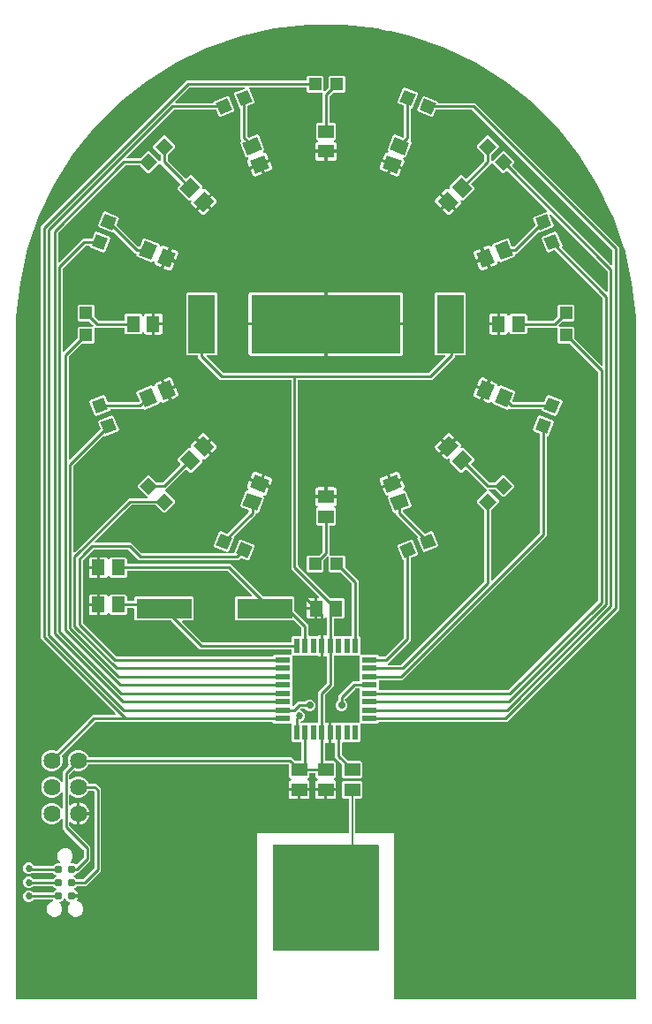
<source format=gtl>
G04 EAGLE Gerber RS-274X export*
G75*
%MOMM*%
%FSLAX34Y34*%
%LPD*%
%INTop Copper*%
%IPPOS*%
%AMOC8*
5,1,8,0,0,1.08239X$1,22.5*%
G01*
%ADD10R,0.550000X1.470000*%
%ADD11R,1.470000X0.550000*%
%ADD12R,2.600000X5.560000*%
%ADD13R,14.320000X5.560000*%
%ADD14R,1.300000X1.500000*%
%ADD15R,1.500000X1.300000*%
%ADD16C,0.787400*%
%ADD17R,1.200000X1.200000*%
%ADD18R,1.200000X1.200000*%
%ADD19C,1.625600*%
%ADD20R,5.334000X1.930400*%
%ADD21C,0.254000*%
%ADD22C,0.704800*%
%ADD23C,0.685800*%
%ADD24C,0.203200*%

G36*
X233700Y2544D02*
X233700Y2544D01*
X233719Y2542D01*
X233821Y2564D01*
X233923Y2580D01*
X233940Y2590D01*
X233960Y2594D01*
X234049Y2647D01*
X234140Y2696D01*
X234154Y2710D01*
X234171Y2720D01*
X234238Y2799D01*
X234310Y2874D01*
X234318Y2892D01*
X234331Y2907D01*
X234370Y3003D01*
X234413Y3097D01*
X234415Y3117D01*
X234423Y3135D01*
X234441Y3302D01*
X234441Y161799D01*
X321292Y161799D01*
X321312Y161802D01*
X321331Y161800D01*
X321433Y161822D01*
X321535Y161839D01*
X321552Y161848D01*
X321572Y161852D01*
X321661Y161905D01*
X321752Y161954D01*
X321766Y161968D01*
X321783Y161978D01*
X321850Y162057D01*
X321922Y162132D01*
X321930Y162150D01*
X321943Y162165D01*
X321982Y162261D01*
X322025Y162355D01*
X322027Y162375D01*
X322035Y162393D01*
X322053Y162560D01*
X322053Y194548D01*
X322050Y194568D01*
X322052Y194587D01*
X322030Y194689D01*
X322014Y194791D01*
X322004Y194808D01*
X322000Y194828D01*
X321947Y194917D01*
X321898Y195008D01*
X321884Y195022D01*
X321874Y195039D01*
X321795Y195106D01*
X321720Y195178D01*
X321702Y195186D01*
X321687Y195199D01*
X321591Y195238D01*
X321497Y195281D01*
X321477Y195283D01*
X321459Y195291D01*
X321292Y195309D01*
X316771Y195309D01*
X315569Y196511D01*
X315569Y211209D01*
X316771Y212411D01*
X333469Y212411D01*
X334671Y211209D01*
X334671Y196511D01*
X333469Y195309D01*
X328948Y195309D01*
X328928Y195306D01*
X328909Y195308D01*
X328807Y195286D01*
X328705Y195270D01*
X328688Y195260D01*
X328668Y195256D01*
X328579Y195203D01*
X328488Y195154D01*
X328474Y195140D01*
X328457Y195130D01*
X328390Y195051D01*
X328318Y194976D01*
X328310Y194958D01*
X328297Y194943D01*
X328258Y194847D01*
X328215Y194753D01*
X328213Y194733D01*
X328205Y194715D01*
X328187Y194548D01*
X328187Y162560D01*
X328190Y162540D01*
X328188Y162521D01*
X328210Y162419D01*
X328226Y162317D01*
X328236Y162300D01*
X328240Y162280D01*
X328293Y162191D01*
X328342Y162100D01*
X328356Y162086D01*
X328366Y162069D01*
X328445Y162002D01*
X328520Y161931D01*
X328538Y161922D01*
X328553Y161909D01*
X328649Y161870D01*
X328743Y161827D01*
X328763Y161825D01*
X328781Y161817D01*
X328948Y161799D01*
X364999Y161799D01*
X364999Y3302D01*
X365002Y3282D01*
X365000Y3263D01*
X365022Y3161D01*
X365039Y3059D01*
X365048Y3042D01*
X365052Y3022D01*
X365105Y2933D01*
X365154Y2842D01*
X365168Y2828D01*
X365178Y2811D01*
X365257Y2744D01*
X365332Y2672D01*
X365350Y2664D01*
X365365Y2651D01*
X365461Y2612D01*
X365555Y2569D01*
X365575Y2567D01*
X365593Y2559D01*
X365760Y2541D01*
X596698Y2541D01*
X596718Y2544D01*
X596737Y2542D01*
X596839Y2564D01*
X596941Y2580D01*
X596958Y2590D01*
X596978Y2594D01*
X597067Y2647D01*
X597158Y2696D01*
X597172Y2710D01*
X597189Y2720D01*
X597256Y2799D01*
X597328Y2874D01*
X597336Y2892D01*
X597349Y2907D01*
X597388Y3003D01*
X597431Y3097D01*
X597433Y3117D01*
X597441Y3135D01*
X597459Y3302D01*
X597459Y640000D01*
X597458Y640008D01*
X597459Y640021D01*
X596992Y656657D01*
X596988Y656680D01*
X596988Y656721D01*
X593262Y689784D01*
X593255Y689812D01*
X593248Y689868D01*
X585844Y722306D01*
X585834Y722333D01*
X585821Y722388D01*
X574832Y753793D01*
X574818Y753818D01*
X574799Y753872D01*
X560363Y783849D01*
X560346Y783873D01*
X560322Y783923D01*
X542620Y812096D01*
X542601Y812117D01*
X542570Y812165D01*
X521826Y838178D01*
X521804Y838198D01*
X521769Y838242D01*
X498242Y861769D01*
X498218Y861786D01*
X498178Y861826D01*
X472165Y882570D01*
X472140Y882585D01*
X472096Y882620D01*
X443923Y900322D01*
X443897Y900333D01*
X443849Y900363D01*
X413872Y914799D01*
X413844Y914807D01*
X413793Y914832D01*
X382388Y925821D01*
X382359Y925826D01*
X382306Y925844D01*
X381981Y925918D01*
X381981Y925919D01*
X378646Y926680D01*
X375311Y927441D01*
X371976Y928202D01*
X368640Y928963D01*
X368640Y928964D01*
X365305Y929725D01*
X361970Y930486D01*
X358635Y931247D01*
X355299Y932008D01*
X355299Y932009D01*
X351964Y932770D01*
X349868Y933248D01*
X349839Y933250D01*
X349784Y933262D01*
X316721Y936988D01*
X316692Y936986D01*
X316636Y936993D01*
X283364Y936993D01*
X283335Y936988D01*
X283279Y936988D01*
X250216Y933262D01*
X250188Y933255D01*
X250132Y933248D01*
X217694Y925844D01*
X217667Y925834D01*
X217612Y925821D01*
X186207Y914832D01*
X186182Y914818D01*
X186128Y914799D01*
X156151Y900363D01*
X156127Y900346D01*
X156077Y900322D01*
X127904Y882620D01*
X127883Y882601D01*
X127835Y882570D01*
X101822Y861826D01*
X101802Y861804D01*
X101758Y861769D01*
X78231Y838242D01*
X78214Y838218D01*
X78174Y838178D01*
X57430Y812165D01*
X57415Y812140D01*
X57380Y812096D01*
X39678Y783923D01*
X39667Y783897D01*
X39637Y783849D01*
X25201Y753872D01*
X25193Y753844D01*
X25168Y753793D01*
X14179Y722388D01*
X14174Y722359D01*
X14156Y722306D01*
X6752Y689868D01*
X6750Y689839D01*
X6738Y689784D01*
X3012Y656721D01*
X3013Y656698D01*
X3008Y656657D01*
X2541Y640021D01*
X2542Y640013D01*
X2541Y640000D01*
X2541Y3302D01*
X2544Y3282D01*
X2542Y3263D01*
X2564Y3161D01*
X2580Y3059D01*
X2590Y3042D01*
X2594Y3022D01*
X2647Y2933D01*
X2696Y2842D01*
X2710Y2828D01*
X2720Y2811D01*
X2799Y2744D01*
X2874Y2672D01*
X2892Y2664D01*
X2907Y2651D01*
X3003Y2612D01*
X3097Y2569D01*
X3117Y2567D01*
X3135Y2559D01*
X3302Y2541D01*
X233680Y2541D01*
X233700Y2544D01*
G37*
%LPC*%
G36*
X38349Y81856D02*
X38349Y81856D01*
X35595Y82997D01*
X33487Y85105D01*
X32346Y87859D01*
X32346Y90841D01*
X33487Y93595D01*
X35595Y95703D01*
X38279Y96815D01*
X38362Y96866D01*
X38448Y96912D01*
X38466Y96931D01*
X38488Y96944D01*
X38551Y97019D01*
X38618Y97090D01*
X38629Y97114D01*
X38645Y97134D01*
X38680Y97225D01*
X38721Y97313D01*
X38724Y97339D01*
X38733Y97363D01*
X38738Y97461D01*
X38748Y97557D01*
X38743Y97583D01*
X38744Y97609D01*
X38717Y97703D01*
X38696Y97798D01*
X38683Y97820D01*
X38675Y97845D01*
X38620Y97925D01*
X38570Y98009D01*
X38550Y98026D01*
X38535Y98047D01*
X38457Y98106D01*
X38383Y98169D01*
X38359Y98179D01*
X38338Y98194D01*
X38245Y98224D01*
X38155Y98261D01*
X38122Y98264D01*
X38104Y98270D01*
X38071Y98270D01*
X37988Y98279D01*
X19984Y98279D01*
X19894Y98265D01*
X19803Y98257D01*
X19773Y98245D01*
X19741Y98240D01*
X19661Y98197D01*
X19577Y98161D01*
X19545Y98135D01*
X19524Y98124D01*
X19502Y98101D01*
X19446Y98056D01*
X18344Y96955D01*
X16330Y96120D01*
X14150Y96120D01*
X12136Y96955D01*
X10595Y98496D01*
X9760Y100510D01*
X9760Y102690D01*
X10595Y104704D01*
X12136Y106245D01*
X14150Y107080D01*
X16330Y107080D01*
X18344Y106245D01*
X19446Y105144D01*
X19520Y105091D01*
X19589Y105031D01*
X19619Y105019D01*
X19646Y105000D01*
X19733Y104973D01*
X19817Y104939D01*
X19858Y104935D01*
X19881Y104928D01*
X19913Y104929D01*
X19984Y104921D01*
X37849Y104921D01*
X37965Y104940D01*
X38080Y104957D01*
X38086Y104959D01*
X38092Y104960D01*
X38196Y105015D01*
X38300Y105068D01*
X38304Y105073D01*
X38310Y105076D01*
X38390Y105160D01*
X38472Y105244D01*
X38475Y105250D01*
X38479Y105254D01*
X38487Y105271D01*
X38553Y105391D01*
X38574Y105442D01*
X40258Y107126D01*
X41636Y107697D01*
X41697Y107735D01*
X41762Y107764D01*
X41800Y107799D01*
X41845Y107826D01*
X41890Y107882D01*
X41943Y107930D01*
X41968Y107976D01*
X42002Y108016D01*
X42027Y108083D01*
X42062Y108146D01*
X42071Y108197D01*
X42090Y108245D01*
X42093Y108317D01*
X42105Y108388D01*
X42098Y108439D01*
X42100Y108491D01*
X42080Y108560D01*
X42070Y108631D01*
X42046Y108677D01*
X42032Y108727D01*
X41991Y108786D01*
X41958Y108850D01*
X41921Y108887D01*
X41891Y108929D01*
X41834Y108972D01*
X41783Y109022D01*
X41720Y109057D01*
X41694Y109076D01*
X41672Y109083D01*
X41636Y109103D01*
X40258Y109674D01*
X38726Y111206D01*
X38652Y111259D01*
X38582Y111319D01*
X38552Y111331D01*
X38526Y111350D01*
X38439Y111377D01*
X38354Y111411D01*
X38313Y111415D01*
X38291Y111422D01*
X38259Y111421D01*
X38187Y111429D01*
X19926Y111429D01*
X19836Y111415D01*
X19745Y111407D01*
X19715Y111395D01*
X19683Y111390D01*
X19603Y111347D01*
X19519Y111311D01*
X19487Y111285D01*
X19466Y111274D01*
X19444Y111251D01*
X19388Y111206D01*
X18344Y110163D01*
X16330Y109328D01*
X14150Y109328D01*
X12136Y110163D01*
X10595Y111704D01*
X9760Y113718D01*
X9760Y115898D01*
X10595Y117912D01*
X12136Y119453D01*
X14150Y120288D01*
X16330Y120288D01*
X18344Y119453D01*
X19504Y118294D01*
X19578Y118241D01*
X19647Y118181D01*
X19677Y118169D01*
X19704Y118150D01*
X19791Y118123D01*
X19875Y118089D01*
X19916Y118085D01*
X19939Y118078D01*
X19971Y118079D01*
X20042Y118071D01*
X38187Y118071D01*
X38278Y118085D01*
X38368Y118093D01*
X38398Y118105D01*
X38430Y118110D01*
X38511Y118153D01*
X38595Y118189D01*
X38627Y118215D01*
X38648Y118226D01*
X38670Y118249D01*
X38726Y118294D01*
X40258Y119826D01*
X41636Y120397D01*
X41697Y120435D01*
X41762Y120464D01*
X41800Y120499D01*
X41845Y120526D01*
X41890Y120582D01*
X41943Y120630D01*
X41968Y120676D01*
X42002Y120716D01*
X42027Y120783D01*
X42062Y120846D01*
X42071Y120897D01*
X42090Y120945D01*
X42093Y121017D01*
X42105Y121088D01*
X42098Y121139D01*
X42100Y121191D01*
X42080Y121260D01*
X42070Y121331D01*
X42046Y121377D01*
X42032Y121427D01*
X41991Y121486D01*
X41958Y121550D01*
X41921Y121587D01*
X41891Y121629D01*
X41834Y121672D01*
X41783Y121722D01*
X41720Y121757D01*
X41694Y121776D01*
X41672Y121783D01*
X41636Y121803D01*
X40258Y122374D01*
X38726Y123906D01*
X38652Y123959D01*
X38582Y124019D01*
X38552Y124031D01*
X38526Y124050D01*
X38439Y124077D01*
X38354Y124111D01*
X38313Y124115D01*
X38291Y124122D01*
X38259Y124121D01*
X38188Y124129D01*
X19164Y124129D01*
X19074Y124115D01*
X18983Y124107D01*
X18953Y124095D01*
X18921Y124090D01*
X18841Y124047D01*
X18757Y124011D01*
X18725Y123985D01*
X18704Y123974D01*
X18682Y123951D01*
X18626Y123906D01*
X18344Y123625D01*
X16330Y122790D01*
X14150Y122790D01*
X12136Y123625D01*
X10595Y125166D01*
X9760Y127180D01*
X9760Y129360D01*
X10595Y131374D01*
X12136Y132915D01*
X14150Y133750D01*
X16330Y133750D01*
X18344Y132915D01*
X19885Y131374D01*
X19941Y131241D01*
X20002Y131141D01*
X20062Y131041D01*
X20067Y131037D01*
X20070Y131032D01*
X20160Y130957D01*
X20249Y130881D01*
X20255Y130879D01*
X20260Y130875D01*
X20368Y130833D01*
X20477Y130789D01*
X20485Y130788D01*
X20489Y130787D01*
X20508Y130786D01*
X20644Y130771D01*
X38188Y130771D01*
X38278Y130785D01*
X38369Y130793D01*
X38398Y130805D01*
X38430Y130810D01*
X38511Y130853D01*
X38595Y130889D01*
X38627Y130915D01*
X38648Y130926D01*
X38670Y130949D01*
X38726Y130994D01*
X40258Y132526D01*
X42459Y133438D01*
X44277Y133438D01*
X44347Y133449D01*
X44419Y133451D01*
X44468Y133469D01*
X44519Y133477D01*
X44583Y133511D01*
X44650Y133536D01*
X44691Y133568D01*
X44737Y133593D01*
X44786Y133645D01*
X44842Y133689D01*
X44870Y133733D01*
X44906Y133771D01*
X44936Y133836D01*
X44975Y133896D01*
X44988Y133947D01*
X45010Y133994D01*
X45018Y134065D01*
X45035Y134135D01*
X45031Y134187D01*
X45037Y134238D01*
X45022Y134309D01*
X45016Y134380D01*
X44996Y134428D01*
X44985Y134479D01*
X44948Y134540D01*
X44920Y134606D01*
X44875Y134662D01*
X44859Y134690D01*
X44841Y134705D01*
X44815Y134737D01*
X43647Y135905D01*
X42506Y138659D01*
X42506Y141641D01*
X43647Y144395D01*
X45755Y146503D01*
X48509Y147644D01*
X51491Y147644D01*
X54245Y146503D01*
X56353Y144395D01*
X57494Y141641D01*
X57494Y138659D01*
X56353Y135905D01*
X55185Y134737D01*
X55143Y134679D01*
X55094Y134627D01*
X55072Y134580D01*
X55041Y134538D01*
X55020Y134469D01*
X54990Y134404D01*
X54984Y134352D01*
X54969Y134302D01*
X54971Y134231D01*
X54963Y134160D01*
X54974Y134109D01*
X54975Y134057D01*
X55000Y133989D01*
X55015Y133919D01*
X55042Y133874D01*
X55060Y133826D01*
X55105Y133770D01*
X55141Y133708D01*
X55181Y133674D01*
X55214Y133634D01*
X55274Y133595D01*
X55328Y133548D01*
X55377Y133529D01*
X55421Y133501D01*
X55490Y133483D01*
X55557Y133456D01*
X55628Y133448D01*
X55659Y133440D01*
X55682Y133442D01*
X55723Y133438D01*
X57541Y133438D01*
X59742Y132526D01*
X60228Y132040D01*
X60244Y132029D01*
X60256Y132013D01*
X60344Y131957D01*
X60427Y131897D01*
X60446Y131891D01*
X60463Y131880D01*
X60564Y131855D01*
X60662Y131824D01*
X60682Y131825D01*
X60702Y131820D01*
X60805Y131828D01*
X60908Y131831D01*
X60927Y131838D01*
X60947Y131839D01*
X61042Y131880D01*
X61139Y131915D01*
X61155Y131928D01*
X61173Y131936D01*
X61304Y132040D01*
X67576Y138313D01*
X67629Y138386D01*
X67689Y138456D01*
X67701Y138486D01*
X67720Y138512D01*
X67747Y138599D01*
X67781Y138684D01*
X67785Y138725D01*
X67792Y138747D01*
X67791Y138780D01*
X67799Y138851D01*
X67799Y145629D01*
X67785Y145719D01*
X67777Y145810D01*
X67765Y145840D01*
X67760Y145872D01*
X67717Y145953D01*
X67681Y146037D01*
X67655Y146069D01*
X67644Y146089D01*
X67621Y146112D01*
X67594Y146145D01*
X67593Y146147D01*
X67592Y146148D01*
X67576Y146167D01*
X49647Y164096D01*
X47479Y166264D01*
X47479Y174940D01*
X47464Y175035D01*
X47454Y175133D01*
X47444Y175157D01*
X47440Y175182D01*
X47394Y175268D01*
X47354Y175357D01*
X47337Y175377D01*
X47324Y175400D01*
X47254Y175467D01*
X47188Y175538D01*
X47165Y175551D01*
X47146Y175569D01*
X47058Y175610D01*
X46972Y175657D01*
X46947Y175662D01*
X46923Y175673D01*
X46826Y175683D01*
X46730Y175701D01*
X46704Y175697D01*
X46679Y175700D01*
X46584Y175679D01*
X46487Y175665D01*
X46464Y175653D01*
X46438Y175648D01*
X46355Y175598D01*
X46268Y175553D01*
X46249Y175535D01*
X46227Y175521D01*
X46164Y175447D01*
X46096Y175378D01*
X46080Y175349D01*
X46067Y175334D01*
X46055Y175304D01*
X46015Y175231D01*
X45929Y175024D01*
X43066Y172161D01*
X39325Y170611D01*
X35275Y170611D01*
X31534Y172161D01*
X28671Y175024D01*
X27121Y178765D01*
X27121Y182815D01*
X28671Y186556D01*
X31534Y189419D01*
X35275Y190969D01*
X39325Y190969D01*
X43066Y189419D01*
X45929Y186556D01*
X46015Y186349D01*
X46066Y186266D01*
X46112Y186180D01*
X46131Y186162D01*
X46144Y186140D01*
X46219Y186078D01*
X46290Y186011D01*
X46314Y186000D01*
X46334Y185983D01*
X46425Y185948D01*
X46513Y185907D01*
X46539Y185904D01*
X46563Y185895D01*
X46661Y185891D01*
X46757Y185880D01*
X46783Y185886D01*
X46809Y185885D01*
X46903Y185912D01*
X46998Y185932D01*
X47020Y185946D01*
X47045Y185953D01*
X47125Y186009D01*
X47209Y186059D01*
X47226Y186079D01*
X47247Y186093D01*
X47305Y186171D01*
X47369Y186246D01*
X47379Y186270D01*
X47394Y186291D01*
X47424Y186383D01*
X47461Y186474D01*
X47464Y186506D01*
X47470Y186525D01*
X47470Y186558D01*
X47479Y186640D01*
X47479Y200340D01*
X47464Y200435D01*
X47454Y200533D01*
X47444Y200557D01*
X47440Y200582D01*
X47394Y200668D01*
X47354Y200757D01*
X47337Y200777D01*
X47324Y200800D01*
X47254Y200867D01*
X47188Y200938D01*
X47165Y200951D01*
X47146Y200969D01*
X47058Y201010D01*
X46972Y201057D01*
X46947Y201062D01*
X46923Y201073D01*
X46826Y201083D01*
X46730Y201101D01*
X46704Y201097D01*
X46679Y201100D01*
X46584Y201079D01*
X46487Y201065D01*
X46464Y201053D01*
X46438Y201048D01*
X46355Y200998D01*
X46268Y200953D01*
X46249Y200935D01*
X46227Y200921D01*
X46164Y200847D01*
X46096Y200778D01*
X46080Y200749D01*
X46067Y200734D01*
X46055Y200704D01*
X46015Y200631D01*
X45929Y200424D01*
X43066Y197561D01*
X39325Y196011D01*
X35275Y196011D01*
X31534Y197561D01*
X28671Y200424D01*
X27121Y204165D01*
X27121Y208215D01*
X28671Y211956D01*
X31534Y214819D01*
X35275Y216369D01*
X39325Y216369D01*
X43066Y214819D01*
X45929Y211956D01*
X46015Y211749D01*
X46066Y211666D01*
X46112Y211580D01*
X46131Y211562D01*
X46144Y211540D01*
X46219Y211478D01*
X46290Y211411D01*
X46314Y211400D01*
X46334Y211383D01*
X46425Y211348D01*
X46513Y211307D01*
X46539Y211304D01*
X46563Y211295D01*
X46661Y211291D01*
X46757Y211280D01*
X46783Y211286D01*
X46809Y211285D01*
X46903Y211312D01*
X46998Y211332D01*
X47020Y211346D01*
X47045Y211353D01*
X47125Y211409D01*
X47209Y211459D01*
X47226Y211479D01*
X47247Y211493D01*
X47305Y211571D01*
X47369Y211646D01*
X47379Y211670D01*
X47394Y211691D01*
X47424Y211783D01*
X47461Y211874D01*
X47464Y211906D01*
X47470Y211925D01*
X47470Y211958D01*
X47479Y212040D01*
X47479Y221066D01*
X53174Y226761D01*
X53242Y226855D01*
X53312Y226949D01*
X53314Y226955D01*
X53318Y226960D01*
X53352Y227070D01*
X53388Y227183D01*
X53388Y227189D01*
X53390Y227195D01*
X53387Y227312D01*
X53386Y227429D01*
X53384Y227436D01*
X53384Y227441D01*
X53377Y227459D01*
X53339Y227590D01*
X52521Y229565D01*
X52521Y233615D01*
X54071Y237356D01*
X56934Y240219D01*
X60675Y241769D01*
X64725Y241769D01*
X68466Y240219D01*
X71329Y237356D01*
X72147Y235381D01*
X72209Y235281D01*
X72269Y235181D01*
X72274Y235177D01*
X72277Y235172D01*
X72367Y235097D01*
X72456Y235021D01*
X72462Y235019D01*
X72466Y235015D01*
X72575Y234973D01*
X72684Y234929D01*
X72691Y234928D01*
X72696Y234927D01*
X72714Y234926D01*
X72851Y234911D01*
X266966Y234911D01*
X270243Y231634D01*
X270316Y231581D01*
X270386Y231521D01*
X270416Y231509D01*
X270442Y231490D01*
X270529Y231463D01*
X270614Y231429D01*
X270655Y231425D01*
X270677Y231418D01*
X270710Y231419D01*
X270781Y231411D01*
X275918Y231411D01*
X275938Y231414D01*
X275957Y231412D01*
X276059Y231434D01*
X276161Y231450D01*
X276178Y231460D01*
X276198Y231464D01*
X276287Y231517D01*
X276378Y231566D01*
X276392Y231580D01*
X276409Y231590D01*
X276476Y231669D01*
X276548Y231744D01*
X276556Y231762D01*
X276569Y231777D01*
X276608Y231873D01*
X276651Y231967D01*
X276653Y231987D01*
X276661Y232005D01*
X276679Y232172D01*
X276679Y248141D01*
X276674Y248171D01*
X276675Y248177D01*
X276668Y248208D01*
X276667Y248214D01*
X276665Y248287D01*
X276648Y248334D01*
X276640Y248384D01*
X276624Y248414D01*
X276623Y248418D01*
X276613Y248434D01*
X276605Y248449D01*
X276580Y248518D01*
X276548Y248557D01*
X276524Y248601D01*
X276498Y248627D01*
X276497Y248629D01*
X276486Y248638D01*
X276471Y248652D01*
X276425Y248709D01*
X276383Y248736D01*
X276346Y248771D01*
X276313Y248786D01*
X276310Y248789D01*
X276291Y248796D01*
X276279Y248802D01*
X276217Y248841D01*
X276169Y248853D01*
X276123Y248874D01*
X276088Y248878D01*
X276081Y248881D01*
X276037Y248886D01*
X275979Y248900D01*
X275938Y248897D01*
X275915Y248899D01*
X275899Y248899D01*
X275879Y248902D01*
X275868Y248899D01*
X268401Y248899D01*
X267199Y250101D01*
X267199Y266438D01*
X267196Y266458D01*
X267198Y266477D01*
X267176Y266579D01*
X267160Y266681D01*
X267150Y266698D01*
X267146Y266718D01*
X267093Y266807D01*
X267044Y266898D01*
X267030Y266912D01*
X267020Y266929D01*
X266941Y266996D01*
X266866Y267068D01*
X266848Y267076D01*
X266833Y267089D01*
X266737Y267128D01*
X266643Y267171D01*
X266623Y267173D01*
X266605Y267181D01*
X266438Y267199D01*
X250101Y267199D01*
X248844Y268456D01*
X248770Y268509D01*
X248700Y268569D01*
X248670Y268581D01*
X248644Y268600D01*
X248557Y268627D01*
X248472Y268661D01*
X248431Y268665D01*
X248409Y268672D01*
X248377Y268671D01*
X248305Y268679D01*
X79401Y268679D01*
X79311Y268665D01*
X79220Y268657D01*
X79190Y268645D01*
X79158Y268640D01*
X79077Y268597D01*
X78994Y268561D01*
X78961Y268535D01*
X78941Y268524D01*
X78919Y268501D01*
X78863Y268456D01*
X46826Y236419D01*
X46758Y236325D01*
X46688Y236231D01*
X46686Y236225D01*
X46682Y236220D01*
X46648Y236109D01*
X46612Y235997D01*
X46612Y235991D01*
X46610Y235985D01*
X46613Y235868D01*
X46614Y235751D01*
X46616Y235744D01*
X46616Y235739D01*
X46623Y235721D01*
X46661Y235590D01*
X47479Y233615D01*
X47479Y229565D01*
X45929Y225824D01*
X43066Y222961D01*
X39325Y221411D01*
X35275Y221411D01*
X31534Y222961D01*
X28671Y225824D01*
X27121Y229565D01*
X27121Y233615D01*
X28671Y237356D01*
X31534Y240219D01*
X35275Y241769D01*
X39325Y241769D01*
X41300Y240951D01*
X41413Y240924D01*
X41527Y240895D01*
X41533Y240896D01*
X41539Y240894D01*
X41656Y240905D01*
X41772Y240915D01*
X41778Y240917D01*
X41784Y240918D01*
X41892Y240965D01*
X41998Y241011D01*
X42004Y241015D01*
X42009Y241018D01*
X42023Y241030D01*
X42129Y241116D01*
X76334Y275321D01*
X98145Y275321D01*
X98216Y275332D01*
X98288Y275334D01*
X98337Y275352D01*
X98388Y275360D01*
X98451Y275394D01*
X98519Y275419D01*
X98559Y275451D01*
X98605Y275476D01*
X98655Y275528D01*
X98711Y275572D01*
X98739Y275616D01*
X98775Y275654D01*
X98805Y275719D01*
X98844Y275779D01*
X98856Y275830D01*
X98878Y275877D01*
X98886Y275948D01*
X98904Y276018D01*
X98900Y276070D01*
X98905Y276121D01*
X98890Y276192D01*
X98885Y276263D01*
X98864Y276311D01*
X98853Y276362D01*
X98816Y276423D01*
X98788Y276489D01*
X98744Y276545D01*
X98727Y276573D01*
X98709Y276588D01*
X98684Y276620D01*
X28847Y346456D01*
X26679Y348624D01*
X26679Y743277D01*
X166723Y883321D01*
X280688Y883321D01*
X280708Y883324D01*
X280727Y883322D01*
X280829Y883344D01*
X280931Y883360D01*
X280948Y883370D01*
X280968Y883374D01*
X281057Y883427D01*
X281148Y883476D01*
X281162Y883490D01*
X281179Y883500D01*
X281246Y883579D01*
X281318Y883654D01*
X281326Y883672D01*
X281339Y883687D01*
X281378Y883783D01*
X281421Y883877D01*
X281423Y883897D01*
X281431Y883915D01*
X281449Y884082D01*
X281449Y886849D01*
X282651Y888051D01*
X296349Y888051D01*
X297551Y886849D01*
X297551Y873585D01*
X297562Y873514D01*
X297564Y873442D01*
X297582Y873393D01*
X297590Y873342D01*
X297624Y873279D01*
X297649Y873211D01*
X297681Y873171D01*
X297706Y873125D01*
X297757Y873075D01*
X297802Y873019D01*
X297846Y872991D01*
X297884Y872955D01*
X297949Y872925D01*
X298009Y872886D01*
X298060Y872874D01*
X298107Y872852D01*
X298178Y872844D01*
X298248Y872826D01*
X298300Y872830D01*
X298351Y872825D01*
X298422Y872840D01*
X298493Y872845D01*
X298541Y872866D01*
X298592Y872877D01*
X298653Y872914D01*
X298719Y872942D01*
X298775Y872986D01*
X298803Y873003D01*
X298818Y873021D01*
X298850Y873046D01*
X302226Y876423D01*
X302279Y876496D01*
X302339Y876566D01*
X302351Y876596D01*
X302370Y876622D01*
X302397Y876709D01*
X302431Y876794D01*
X302435Y876835D01*
X302442Y876857D01*
X302441Y876890D01*
X302449Y876961D01*
X302449Y886849D01*
X303651Y888051D01*
X317349Y888051D01*
X318551Y886849D01*
X318551Y873151D01*
X317349Y871949D01*
X307461Y871949D01*
X307371Y871935D01*
X307280Y871927D01*
X307250Y871915D01*
X307218Y871910D01*
X307137Y871867D01*
X307053Y871831D01*
X307021Y871805D01*
X307001Y871794D01*
X306979Y871771D01*
X306923Y871726D01*
X303544Y868347D01*
X303491Y868273D01*
X303431Y868204D01*
X303419Y868174D01*
X303400Y868148D01*
X303373Y868061D01*
X303339Y867976D01*
X303335Y867935D01*
X303328Y867913D01*
X303329Y867880D01*
X303321Y867809D01*
X303321Y843812D01*
X303324Y843792D01*
X303322Y843773D01*
X303344Y843671D01*
X303360Y843569D01*
X303370Y843552D01*
X303374Y843532D01*
X303427Y843443D01*
X303476Y843352D01*
X303490Y843338D01*
X303500Y843321D01*
X303579Y843254D01*
X303654Y843182D01*
X303672Y843174D01*
X303687Y843161D01*
X303783Y843122D01*
X303877Y843079D01*
X303897Y843077D01*
X303915Y843069D01*
X304082Y843051D01*
X308349Y843051D01*
X309551Y841849D01*
X309551Y827151D01*
X308347Y825947D01*
X308336Y825945D01*
X308312Y825948D01*
X308215Y825926D01*
X308117Y825910D01*
X308096Y825898D01*
X308072Y825893D01*
X307988Y825841D01*
X307900Y825794D01*
X307883Y825777D01*
X307863Y825764D01*
X307799Y825688D01*
X307730Y825616D01*
X307720Y825594D01*
X307705Y825576D01*
X307669Y825483D01*
X307627Y825393D01*
X307624Y825369D01*
X307615Y825347D01*
X307611Y825247D01*
X307600Y825149D01*
X307605Y825125D01*
X307604Y825101D01*
X307631Y825005D01*
X307652Y824908D01*
X307664Y824888D01*
X307671Y824864D01*
X307727Y824782D01*
X307778Y824697D01*
X307796Y824681D01*
X307810Y824662D01*
X307890Y824602D01*
X307965Y824537D01*
X307987Y824528D01*
X308007Y824514D01*
X308163Y824453D01*
X308481Y824368D01*
X309060Y824033D01*
X309533Y823560D01*
X309868Y822981D01*
X310041Y822334D01*
X310041Y817023D01*
X300762Y817023D01*
X300742Y817020D01*
X300723Y817022D01*
X300621Y817000D01*
X300519Y816983D01*
X300502Y816974D01*
X300482Y816970D01*
X300393Y816917D01*
X300302Y816868D01*
X300288Y816854D01*
X300271Y816844D01*
X300204Y816765D01*
X300133Y816690D01*
X300124Y816672D01*
X300111Y816657D01*
X300072Y816561D01*
X300029Y816467D01*
X300027Y816447D01*
X300019Y816429D01*
X300001Y816262D01*
X300001Y815499D01*
X299999Y815499D01*
X299999Y816262D01*
X299996Y816282D01*
X299998Y816301D01*
X299976Y816403D01*
X299959Y816505D01*
X299950Y816522D01*
X299946Y816542D01*
X299893Y816631D01*
X299844Y816722D01*
X299830Y816736D01*
X299820Y816753D01*
X299741Y816820D01*
X299666Y816891D01*
X299648Y816900D01*
X299633Y816913D01*
X299537Y816952D01*
X299443Y816995D01*
X299423Y816997D01*
X299405Y817005D01*
X299238Y817023D01*
X289959Y817023D01*
X289959Y822334D01*
X290132Y822981D01*
X290467Y823560D01*
X290940Y824033D01*
X291519Y824368D01*
X291837Y824453D01*
X291859Y824463D01*
X291883Y824467D01*
X291970Y824513D01*
X292061Y824554D01*
X292079Y824570D01*
X292100Y824582D01*
X292168Y824653D01*
X292241Y824721D01*
X292253Y824742D01*
X292270Y824760D01*
X292311Y824850D01*
X292359Y824937D01*
X292363Y824961D01*
X292373Y824983D01*
X292384Y825082D01*
X292401Y825180D01*
X292398Y825204D01*
X292400Y825227D01*
X292379Y825324D01*
X292364Y825423D01*
X292353Y825444D01*
X292348Y825468D01*
X292297Y825553D01*
X292251Y825642D01*
X292234Y825658D01*
X292222Y825679D01*
X292146Y825744D01*
X292075Y825813D01*
X292053Y825823D01*
X292035Y825839D01*
X291942Y825876D01*
X291853Y825919D01*
X291829Y825922D01*
X291807Y825931D01*
X291652Y825948D01*
X290449Y827151D01*
X290449Y841849D01*
X291651Y843051D01*
X295918Y843051D01*
X295938Y843054D01*
X295957Y843052D01*
X296059Y843074D01*
X296161Y843090D01*
X296178Y843100D01*
X296198Y843104D01*
X296287Y843157D01*
X296378Y843206D01*
X296392Y843220D01*
X296409Y843230D01*
X296476Y843309D01*
X296548Y843384D01*
X296556Y843402D01*
X296569Y843417D01*
X296608Y843513D01*
X296651Y843607D01*
X296653Y843627D01*
X296661Y843645D01*
X296679Y843812D01*
X296679Y871188D01*
X296676Y871208D01*
X296678Y871227D01*
X296656Y871329D01*
X296640Y871431D01*
X296630Y871448D01*
X296626Y871468D01*
X296573Y871557D01*
X296524Y871648D01*
X296510Y871662D01*
X296500Y871679D01*
X296421Y871746D01*
X296346Y871818D01*
X296328Y871826D01*
X296313Y871839D01*
X296217Y871878D01*
X296123Y871921D01*
X296103Y871923D01*
X296085Y871931D01*
X295918Y871949D01*
X282651Y871949D01*
X281449Y873151D01*
X281449Y875918D01*
X281446Y875938D01*
X281448Y875957D01*
X281426Y876059D01*
X281410Y876161D01*
X281400Y876178D01*
X281396Y876198D01*
X281343Y876287D01*
X281294Y876378D01*
X281280Y876392D01*
X281270Y876409D01*
X281191Y876476D01*
X281116Y876548D01*
X281098Y876556D01*
X281083Y876569D01*
X280987Y876608D01*
X280893Y876651D01*
X280873Y876653D01*
X280855Y876661D01*
X280688Y876679D01*
X227325Y876679D01*
X227280Y876672D01*
X227234Y876674D01*
X227159Y876652D01*
X227082Y876640D01*
X227041Y876618D01*
X226997Y876605D01*
X226933Y876561D01*
X226865Y876524D01*
X226833Y876491D01*
X226795Y876465D01*
X226749Y876402D01*
X226695Y876346D01*
X226676Y876304D01*
X226649Y876268D01*
X226624Y876194D01*
X226592Y876123D01*
X226587Y876077D01*
X226572Y876034D01*
X226573Y875956D01*
X226565Y875879D01*
X226574Y875834D01*
X226575Y875788D01*
X226613Y875656D01*
X226617Y875638D01*
X226619Y875634D01*
X226621Y875627D01*
X231743Y863263D01*
X231092Y861694D01*
X225474Y859367D01*
X225375Y859305D01*
X225275Y859245D01*
X225270Y859240D01*
X225265Y859237D01*
X225191Y859147D01*
X225115Y859058D01*
X225112Y859052D01*
X225108Y859047D01*
X225067Y858939D01*
X225023Y858830D01*
X225022Y858822D01*
X225020Y858818D01*
X225019Y858800D01*
X225004Y858663D01*
X225004Y829858D01*
X225019Y829768D01*
X225026Y829677D01*
X225039Y829647D01*
X225044Y829615D01*
X225087Y829535D01*
X225122Y829451D01*
X225148Y829418D01*
X225159Y829398D01*
X225182Y829376D01*
X225227Y829320D01*
X225812Y828735D01*
X225906Y828667D01*
X226000Y828597D01*
X226006Y828595D01*
X226011Y828592D01*
X226122Y828558D01*
X226234Y828521D01*
X226240Y828521D01*
X226246Y828519D01*
X226363Y828522D01*
X226480Y828524D01*
X226487Y828526D01*
X226492Y828526D01*
X226510Y828532D01*
X226641Y828570D01*
X233837Y831551D01*
X235406Y830901D01*
X241031Y817321D01*
X240380Y815748D01*
X240370Y815742D01*
X240347Y815735D01*
X240266Y815678D01*
X240181Y815626D01*
X240166Y815607D01*
X240146Y815593D01*
X240088Y815512D01*
X240025Y815436D01*
X240016Y815414D01*
X240002Y815394D01*
X239972Y815299D01*
X239936Y815206D01*
X239935Y815182D01*
X239928Y815159D01*
X239930Y815060D01*
X239926Y814961D01*
X239933Y814937D01*
X239933Y814913D01*
X239967Y814820D01*
X239995Y814724D01*
X240008Y814705D01*
X240016Y814682D01*
X240078Y814604D01*
X240135Y814522D01*
X240154Y814508D01*
X240169Y814489D01*
X240252Y814435D01*
X240332Y814376D01*
X240355Y814368D01*
X240375Y814355D01*
X240471Y814330D01*
X240566Y814299D01*
X240590Y814300D01*
X240613Y814294D01*
X240781Y814297D01*
X241107Y814340D01*
X241771Y814253D01*
X242389Y813997D01*
X242920Y813589D01*
X243327Y813059D01*
X245359Y808152D01*
X236787Y804601D01*
X236770Y804590D01*
X236751Y804585D01*
X236666Y804526D01*
X236578Y804471D01*
X236565Y804456D01*
X236549Y804445D01*
X236487Y804361D01*
X236421Y804282D01*
X236414Y804263D01*
X236402Y804247D01*
X236370Y804149D01*
X236333Y804052D01*
X236332Y804032D01*
X236326Y804013D01*
X236327Y803910D01*
X236323Y803806D01*
X236328Y803787D01*
X236328Y803767D01*
X236375Y803606D01*
X236667Y802902D01*
X236665Y802901D01*
X236374Y803606D01*
X236363Y803623D01*
X236357Y803642D01*
X236299Y803727D01*
X236244Y803815D01*
X236229Y803827D01*
X236217Y803844D01*
X236134Y803906D01*
X236054Y803972D01*
X236036Y803979D01*
X236020Y803991D01*
X235921Y804023D01*
X235825Y804060D01*
X235805Y804061D01*
X235786Y804067D01*
X235682Y804066D01*
X235579Y804070D01*
X235560Y804065D01*
X235540Y804064D01*
X235379Y804018D01*
X226807Y800467D01*
X224774Y805374D01*
X224687Y806037D01*
X224774Y806700D01*
X225030Y807318D01*
X225437Y807849D01*
X225698Y808050D01*
X225715Y808067D01*
X225735Y808080D01*
X225799Y808156D01*
X225867Y808229D01*
X225877Y808251D01*
X225892Y808269D01*
X225928Y808362D01*
X225969Y808452D01*
X225972Y808476D01*
X225980Y808499D01*
X225985Y808598D01*
X225995Y808697D01*
X225990Y808721D01*
X225991Y808745D01*
X225963Y808840D01*
X225941Y808937D01*
X225929Y808958D01*
X225922Y808981D01*
X225866Y809062D01*
X225814Y809148D01*
X225796Y809163D01*
X225782Y809183D01*
X225702Y809242D01*
X225626Y809306D01*
X225604Y809315D01*
X225585Y809330D01*
X225490Y809360D01*
X225398Y809397D01*
X225374Y809398D01*
X225351Y809406D01*
X225251Y809405D01*
X225152Y809410D01*
X225129Y809404D01*
X225105Y809404D01*
X224955Y809360D01*
X223384Y810011D01*
X217759Y823591D01*
X218409Y825160D01*
X218477Y825189D01*
X218516Y825213D01*
X218559Y825229D01*
X218620Y825277D01*
X218686Y825318D01*
X218716Y825354D01*
X218751Y825382D01*
X218793Y825448D01*
X218843Y825508D01*
X218860Y825551D01*
X218884Y825589D01*
X218903Y825665D01*
X218931Y825737D01*
X218933Y825783D01*
X218944Y825828D01*
X218938Y825905D01*
X218942Y825983D01*
X218929Y826027D01*
X218925Y826073D01*
X218895Y826145D01*
X218873Y826219D01*
X218847Y826257D01*
X218829Y826299D01*
X218744Y826406D01*
X218733Y826421D01*
X218729Y826424D01*
X218724Y826430D01*
X218363Y826792D01*
X218363Y855973D01*
X218344Y856088D01*
X218327Y856204D01*
X218324Y856210D01*
X218323Y856216D01*
X218269Y856319D01*
X218215Y856423D01*
X218211Y856428D01*
X218208Y856433D01*
X218124Y856513D01*
X218040Y856596D01*
X218033Y856599D01*
X218030Y856603D01*
X218013Y856611D01*
X217893Y856677D01*
X216867Y857102D01*
X211624Y869758D01*
X212275Y871327D01*
X221660Y875215D01*
X221743Y875266D01*
X221829Y875312D01*
X221847Y875331D01*
X221869Y875344D01*
X221931Y875419D01*
X221998Y875490D01*
X222009Y875514D01*
X222026Y875534D01*
X222061Y875625D01*
X222102Y875713D01*
X222105Y875739D01*
X222114Y875763D01*
X222118Y875861D01*
X222129Y875957D01*
X222123Y875983D01*
X222124Y876009D01*
X222097Y876103D01*
X222077Y876198D01*
X222063Y876220D01*
X222056Y876245D01*
X222000Y876325D01*
X221950Y876409D01*
X221931Y876426D01*
X221916Y876447D01*
X221838Y876506D01*
X221764Y876569D01*
X221739Y876579D01*
X221718Y876594D01*
X221626Y876624D01*
X221535Y876661D01*
X221503Y876664D01*
X221484Y876670D01*
X221451Y876670D01*
X221369Y876679D01*
X169790Y876679D01*
X169699Y876665D01*
X169609Y876657D01*
X169579Y876645D01*
X169547Y876640D01*
X169466Y876597D01*
X169382Y876561D01*
X169350Y876535D01*
X169329Y876524D01*
X169307Y876501D01*
X169251Y876456D01*
X155889Y863094D01*
X155848Y863036D01*
X155798Y862984D01*
X155776Y862937D01*
X155746Y862895D01*
X155725Y862826D01*
X155694Y862761D01*
X155689Y862709D01*
X155673Y862660D01*
X155675Y862588D01*
X155667Y862517D01*
X155678Y862466D01*
X155680Y862414D01*
X155704Y862346D01*
X155720Y862276D01*
X155746Y862232D01*
X155764Y862183D01*
X155809Y862127D01*
X155846Y862065D01*
X155885Y862031D01*
X155918Y861991D01*
X155978Y861952D01*
X156033Y861905D01*
X156081Y861886D01*
X156125Y861858D01*
X156194Y861840D01*
X156261Y861813D01*
X156332Y861805D01*
X156363Y861798D01*
X156387Y861799D01*
X156428Y861795D01*
X191745Y861795D01*
X191860Y861814D01*
X191976Y861831D01*
X191981Y861834D01*
X191988Y861835D01*
X192090Y861889D01*
X192195Y861942D01*
X192199Y861947D01*
X192205Y861950D01*
X192285Y862034D01*
X192367Y862118D01*
X192371Y862124D01*
X192374Y862128D01*
X192382Y862145D01*
X192448Y862265D01*
X192873Y863291D01*
X205529Y868533D01*
X207099Y867883D01*
X212341Y855227D01*
X211691Y853657D01*
X199035Y848415D01*
X197465Y849065D01*
X195138Y854683D01*
X195077Y854783D01*
X195017Y854883D01*
X195012Y854887D01*
X195009Y854892D01*
X194919Y854967D01*
X194830Y855043D01*
X194824Y855045D01*
X194819Y855049D01*
X194711Y855091D01*
X194602Y855135D01*
X194594Y855136D01*
X194589Y855137D01*
X194571Y855138D01*
X194435Y855153D01*
X154755Y855153D01*
X154665Y855139D01*
X154574Y855132D01*
X154544Y855119D01*
X154512Y855114D01*
X154431Y855071D01*
X154348Y855035D01*
X154315Y855010D01*
X154295Y854999D01*
X154283Y854987D01*
X154282Y854986D01*
X154270Y854973D01*
X154217Y854930D01*
X109116Y809830D01*
X109075Y809772D01*
X109025Y809720D01*
X109003Y809673D01*
X108973Y809630D01*
X108952Y809562D01*
X108922Y809497D01*
X108916Y809445D01*
X108901Y809395D01*
X108902Y809324D01*
X108894Y809252D01*
X108906Y809202D01*
X108907Y809150D01*
X108932Y809082D01*
X108947Y809012D01*
X108973Y808967D01*
X108991Y808918D01*
X109036Y808862D01*
X109073Y808801D01*
X109112Y808767D01*
X109145Y808726D01*
X109205Y808688D01*
X109260Y808641D01*
X109308Y808622D01*
X109352Y808593D01*
X109421Y808576D01*
X109488Y808549D01*
X109559Y808541D01*
X109590Y808533D01*
X109614Y808535D01*
X109655Y808531D01*
X121561Y808531D01*
X121651Y808545D01*
X121742Y808553D01*
X121772Y808565D01*
X121804Y808570D01*
X121884Y808613D01*
X121968Y808649D01*
X122000Y808675D01*
X122021Y808685D01*
X122043Y808709D01*
X122099Y808754D01*
X129091Y815746D01*
X130790Y815746D01*
X140170Y806366D01*
X140228Y806325D01*
X140280Y806275D01*
X140327Y806253D01*
X140369Y806223D01*
X140438Y806202D01*
X140503Y806172D01*
X140555Y806166D01*
X140605Y806151D01*
X140676Y806152D01*
X140748Y806144D01*
X140798Y806156D01*
X140850Y806157D01*
X140918Y806182D01*
X140988Y806197D01*
X141033Y806223D01*
X141081Y806241D01*
X141138Y806286D01*
X141199Y806323D01*
X141233Y806362D01*
X141274Y806395D01*
X141312Y806455D01*
X141359Y806510D01*
X141378Y806558D01*
X141407Y806602D01*
X141424Y806671D01*
X141451Y806738D01*
X141459Y806809D01*
X141467Y806840D01*
X141465Y806864D01*
X141469Y806905D01*
X141469Y811679D01*
X141455Y811769D01*
X141447Y811860D01*
X141435Y811890D01*
X141430Y811922D01*
X141387Y812003D01*
X141351Y812086D01*
X141325Y812119D01*
X141314Y812139D01*
X141291Y812161D01*
X141246Y812217D01*
X134254Y819210D01*
X134254Y820909D01*
X143941Y830595D01*
X145639Y830595D01*
X155326Y820909D01*
X155326Y819210D01*
X148334Y812217D01*
X148281Y812143D01*
X148221Y812074D01*
X148209Y812044D01*
X148190Y812018D01*
X148163Y811931D01*
X148129Y811846D01*
X148125Y811805D01*
X148118Y811783D01*
X148119Y811750D01*
X148111Y811679D01*
X148111Y806901D01*
X148126Y806811D01*
X148133Y806720D01*
X148145Y806690D01*
X148151Y806658D01*
X148193Y806577D01*
X148229Y806493D01*
X148255Y806461D01*
X148266Y806441D01*
X148289Y806418D01*
X148334Y806363D01*
X163544Y791153D01*
X165302Y789394D01*
X165319Y789382D01*
X165331Y789367D01*
X165418Y789311D01*
X165502Y789250D01*
X165521Y789244D01*
X165538Y789234D01*
X165638Y789208D01*
X165737Y789178D01*
X165757Y789178D01*
X165776Y789174D01*
X165879Y789182D01*
X165983Y789184D01*
X166002Y789191D01*
X166022Y789193D01*
X166116Y789233D01*
X166214Y789269D01*
X166230Y789281D01*
X166248Y789289D01*
X166379Y789394D01*
X169396Y792411D01*
X171095Y792411D01*
X181489Y782018D01*
X181489Y780316D01*
X181482Y780307D01*
X181464Y780291D01*
X181411Y780207D01*
X181353Y780127D01*
X181346Y780103D01*
X181333Y780083D01*
X181310Y779987D01*
X181280Y779891D01*
X181281Y779867D01*
X181275Y779844D01*
X181284Y779745D01*
X181287Y779646D01*
X181295Y779623D01*
X181297Y779599D01*
X181337Y779508D01*
X181371Y779415D01*
X181386Y779396D01*
X181396Y779374D01*
X181463Y779300D01*
X181525Y779222D01*
X181545Y779209D01*
X181561Y779192D01*
X181648Y779143D01*
X181732Y779089D01*
X181755Y779084D01*
X181776Y779072D01*
X181874Y779054D01*
X181970Y779029D01*
X181994Y779031D01*
X182018Y779027D01*
X182116Y779041D01*
X182216Y779048D01*
X182238Y779058D01*
X182262Y779061D01*
X182415Y779129D01*
X182700Y779293D01*
X183346Y779466D01*
X184015Y779466D01*
X184662Y779293D01*
X185241Y778959D01*
X188997Y775203D01*
X182436Y768642D01*
X182424Y768626D01*
X182408Y768613D01*
X182352Y768526D01*
X182292Y768442D01*
X182286Y768423D01*
X182275Y768407D01*
X182250Y768306D01*
X182220Y768207D01*
X182220Y768187D01*
X182215Y768168D01*
X182223Y768065D01*
X182226Y767961D01*
X182233Y767943D01*
X182235Y767923D01*
X182275Y767828D01*
X182311Y767730D01*
X182323Y767715D01*
X182331Y767696D01*
X182436Y767566D01*
X182975Y767026D01*
X182974Y767025D01*
X182434Y767564D01*
X182418Y767576D01*
X182406Y767592D01*
X182318Y767648D01*
X182235Y767708D01*
X182216Y767714D01*
X182199Y767725D01*
X182098Y767750D01*
X182000Y767780D01*
X181980Y767780D01*
X181960Y767785D01*
X181857Y767777D01*
X181754Y767774D01*
X181735Y767767D01*
X181715Y767765D01*
X181620Y767725D01*
X181523Y767689D01*
X181507Y767677D01*
X181489Y767669D01*
X181358Y767564D01*
X174797Y761003D01*
X171041Y764759D01*
X170707Y765338D01*
X170534Y765985D01*
X170534Y766654D01*
X170707Y767300D01*
X170871Y767585D01*
X170880Y767607D01*
X170894Y767627D01*
X170923Y767722D01*
X170958Y767815D01*
X170959Y767839D01*
X170966Y767862D01*
X170964Y767961D01*
X170967Y768061D01*
X170960Y768084D01*
X170960Y768108D01*
X170926Y768201D01*
X170898Y768296D01*
X170884Y768316D01*
X170875Y768339D01*
X170813Y768417D01*
X170756Y768498D01*
X170737Y768512D01*
X170722Y768531D01*
X170638Y768585D01*
X170558Y768643D01*
X170535Y768651D01*
X170515Y768664D01*
X170418Y768688D01*
X170324Y768718D01*
X170300Y768718D01*
X170276Y768724D01*
X170177Y768716D01*
X170078Y768715D01*
X170055Y768707D01*
X170031Y768705D01*
X169939Y768666D01*
X169846Y768633D01*
X169827Y768618D01*
X169805Y768608D01*
X169683Y768511D01*
X167982Y768511D01*
X157589Y778905D01*
X157589Y780604D01*
X160606Y783621D01*
X160618Y783637D01*
X160633Y783650D01*
X160689Y783737D01*
X160750Y783821D01*
X160755Y783840D01*
X160766Y783857D01*
X160792Y783957D01*
X160822Y784056D01*
X160821Y784076D01*
X160826Y784095D01*
X160818Y784198D01*
X160816Y784302D01*
X160809Y784321D01*
X160807Y784340D01*
X160767Y784435D01*
X160731Y784533D01*
X160719Y784548D01*
X160711Y784567D01*
X160606Y784698D01*
X156456Y788847D01*
X143637Y801666D01*
X141248Y804055D01*
X141232Y804067D01*
X141220Y804083D01*
X141132Y804139D01*
X141049Y804199D01*
X141030Y804205D01*
X141013Y804216D01*
X140912Y804241D01*
X140814Y804271D01*
X140794Y804271D01*
X140774Y804276D01*
X140671Y804268D01*
X140568Y804265D01*
X140549Y804258D01*
X140529Y804257D01*
X140434Y804216D01*
X140337Y804181D01*
X140321Y804168D01*
X140303Y804160D01*
X140172Y804055D01*
X130790Y794674D01*
X129091Y794674D01*
X122099Y801666D01*
X122025Y801719D01*
X121956Y801779D01*
X121926Y801791D01*
X121899Y801810D01*
X121812Y801837D01*
X121728Y801871D01*
X121687Y801875D01*
X121664Y801882D01*
X121632Y801881D01*
X121561Y801889D01*
X107982Y801889D01*
X107892Y801874D01*
X107801Y801867D01*
X107771Y801855D01*
X107739Y801849D01*
X107659Y801807D01*
X107575Y801771D01*
X107543Y801745D01*
X107522Y801734D01*
X107500Y801711D01*
X107444Y801666D01*
X43544Y737766D01*
X43491Y737692D01*
X43431Y737623D01*
X43419Y737593D01*
X43400Y737566D01*
X43373Y737480D01*
X43339Y737395D01*
X43335Y737354D01*
X43328Y737331D01*
X43329Y737299D01*
X43321Y737228D01*
X43321Y709855D01*
X43332Y709784D01*
X43334Y709712D01*
X43352Y709663D01*
X43360Y709612D01*
X43394Y709549D01*
X43419Y709481D01*
X43451Y709441D01*
X43476Y709395D01*
X43528Y709345D01*
X43572Y709289D01*
X43616Y709261D01*
X43654Y709225D01*
X43719Y709195D01*
X43779Y709156D01*
X43830Y709144D01*
X43877Y709122D01*
X43948Y709114D01*
X44018Y709096D01*
X44070Y709100D01*
X44121Y709095D01*
X44192Y709110D01*
X44263Y709115D01*
X44311Y709136D01*
X44362Y709147D01*
X44423Y709184D01*
X44489Y709212D01*
X44545Y709256D01*
X44573Y709273D01*
X44588Y709291D01*
X44620Y709316D01*
X66941Y731637D01*
X75642Y731637D01*
X75757Y731656D01*
X75873Y731673D01*
X75879Y731676D01*
X75885Y731677D01*
X75988Y731731D01*
X76093Y731785D01*
X76097Y731789D01*
X76102Y731792D01*
X76182Y731876D01*
X76265Y731960D01*
X76268Y731967D01*
X76272Y731970D01*
X76280Y731987D01*
X76346Y732107D01*
X78673Y737725D01*
X80242Y738376D01*
X92898Y733133D01*
X93549Y731564D01*
X88306Y718908D01*
X86737Y718257D01*
X74081Y723500D01*
X73656Y724526D01*
X73594Y724626D01*
X73534Y724725D01*
X73529Y724729D01*
X73526Y724735D01*
X73435Y724810D01*
X73347Y724885D01*
X73341Y724888D01*
X73337Y724892D01*
X73228Y724933D01*
X73119Y724977D01*
X73111Y724978D01*
X73107Y724980D01*
X73089Y724981D01*
X72952Y724996D01*
X70007Y724996D01*
X69917Y724981D01*
X69826Y724974D01*
X69796Y724961D01*
X69765Y724956D01*
X69684Y724913D01*
X69600Y724878D01*
X69568Y724852D01*
X69547Y724841D01*
X69525Y724818D01*
X69469Y724773D01*
X48134Y703437D01*
X48081Y703364D01*
X48021Y703294D01*
X48009Y703264D01*
X47990Y703238D01*
X47963Y703151D01*
X47957Y703134D01*
X47939Y703096D01*
X47938Y703088D01*
X47929Y703066D01*
X47925Y703025D01*
X47918Y703003D01*
X47919Y702970D01*
X47911Y702899D01*
X47911Y624445D01*
X47922Y624374D01*
X47924Y624302D01*
X47942Y624253D01*
X47950Y624202D01*
X47984Y624139D01*
X48009Y624071D01*
X48041Y624031D01*
X48066Y623985D01*
X48117Y623935D01*
X48162Y623879D01*
X48206Y623851D01*
X48244Y623815D01*
X48309Y623785D01*
X48369Y623746D01*
X48420Y623734D01*
X48467Y623712D01*
X48538Y623704D01*
X48608Y623686D01*
X48660Y623690D01*
X48711Y623685D01*
X48782Y623700D01*
X48853Y623705D01*
X48901Y623726D01*
X48952Y623737D01*
X49013Y623774D01*
X49079Y623802D01*
X49135Y623846D01*
X49163Y623863D01*
X49178Y623881D01*
X49210Y623906D01*
X61726Y636423D01*
X61779Y636496D01*
X61839Y636566D01*
X61851Y636596D01*
X61870Y636622D01*
X61897Y636709D01*
X61931Y636794D01*
X61935Y636835D01*
X61942Y636857D01*
X61941Y636890D01*
X61949Y636961D01*
X61949Y646349D01*
X63151Y647551D01*
X76415Y647551D01*
X76486Y647562D01*
X76558Y647564D01*
X76607Y647582D01*
X76658Y647590D01*
X76721Y647624D01*
X76789Y647649D01*
X76829Y647681D01*
X76875Y647706D01*
X76925Y647758D01*
X76981Y647802D01*
X77009Y647846D01*
X77045Y647884D01*
X77075Y647949D01*
X77114Y648009D01*
X77126Y648060D01*
X77148Y648107D01*
X77156Y648178D01*
X77174Y648248D01*
X77170Y648300D01*
X77175Y648351D01*
X77160Y648422D01*
X77155Y648493D01*
X77134Y648541D01*
X77123Y648592D01*
X77086Y648653D01*
X77058Y648719D01*
X77014Y648775D01*
X76997Y648803D01*
X76979Y648818D01*
X76954Y648850D01*
X73577Y652226D01*
X73503Y652279D01*
X73434Y652339D01*
X73404Y652351D01*
X73378Y652370D01*
X73291Y652397D01*
X73206Y652431D01*
X73165Y652435D01*
X73143Y652442D01*
X73110Y652441D01*
X73039Y652449D01*
X63151Y652449D01*
X61949Y653651D01*
X61949Y667349D01*
X63151Y668551D01*
X76849Y668551D01*
X78051Y667349D01*
X78051Y657461D01*
X78066Y657371D01*
X78073Y657280D01*
X78085Y657250D01*
X78090Y657218D01*
X78133Y657137D01*
X78169Y657054D01*
X78195Y657021D01*
X78206Y657001D01*
X78229Y656979D01*
X78274Y656923D01*
X81653Y653544D01*
X81726Y653491D01*
X81796Y653431D01*
X81826Y653419D01*
X81852Y653400D01*
X81939Y653373D01*
X82024Y653339D01*
X82065Y653335D01*
X82087Y653328D01*
X82120Y653329D01*
X82191Y653321D01*
X106188Y653321D01*
X106208Y653324D01*
X106227Y653322D01*
X106329Y653344D01*
X106431Y653360D01*
X106448Y653370D01*
X106468Y653374D01*
X106557Y653427D01*
X106648Y653476D01*
X106662Y653490D01*
X106679Y653500D01*
X106746Y653579D01*
X106818Y653654D01*
X106826Y653672D01*
X106839Y653687D01*
X106878Y653783D01*
X106921Y653877D01*
X106923Y653897D01*
X106931Y653915D01*
X106949Y654082D01*
X106949Y658349D01*
X108151Y659551D01*
X122849Y659551D01*
X124053Y658347D01*
X124055Y658336D01*
X124052Y658312D01*
X124074Y658215D01*
X124090Y658117D01*
X124102Y658096D01*
X124107Y658072D01*
X124159Y657988D01*
X124206Y657900D01*
X124223Y657883D01*
X124236Y657863D01*
X124312Y657799D01*
X124384Y657730D01*
X124406Y657720D01*
X124424Y657705D01*
X124517Y657669D01*
X124607Y657627D01*
X124631Y657624D01*
X124653Y657615D01*
X124753Y657611D01*
X124851Y657600D01*
X124875Y657605D01*
X124899Y657604D01*
X124995Y657631D01*
X125092Y657652D01*
X125112Y657664D01*
X125136Y657671D01*
X125218Y657727D01*
X125303Y657778D01*
X125319Y657796D01*
X125338Y657810D01*
X125398Y657890D01*
X125463Y657965D01*
X125472Y657987D01*
X125486Y658007D01*
X125547Y658163D01*
X125632Y658481D01*
X125967Y659060D01*
X126440Y659533D01*
X127019Y659868D01*
X127666Y660041D01*
X132977Y660041D01*
X132977Y650762D01*
X132980Y650742D01*
X132978Y650723D01*
X133000Y650621D01*
X133017Y650519D01*
X133026Y650502D01*
X133030Y650482D01*
X133083Y650393D01*
X133132Y650302D01*
X133146Y650288D01*
X133156Y650271D01*
X133235Y650204D01*
X133310Y650133D01*
X133328Y650124D01*
X133343Y650111D01*
X133439Y650072D01*
X133533Y650029D01*
X133553Y650027D01*
X133571Y650019D01*
X133738Y650001D01*
X134501Y650001D01*
X134501Y649999D01*
X133738Y649999D01*
X133718Y649996D01*
X133699Y649998D01*
X133597Y649976D01*
X133495Y649959D01*
X133478Y649950D01*
X133458Y649946D01*
X133369Y649893D01*
X133278Y649844D01*
X133264Y649830D01*
X133247Y649820D01*
X133180Y649741D01*
X133109Y649666D01*
X133100Y649648D01*
X133087Y649633D01*
X133048Y649537D01*
X133005Y649443D01*
X133003Y649423D01*
X132995Y649405D01*
X132977Y649238D01*
X132977Y639959D01*
X127666Y639959D01*
X127019Y640132D01*
X126440Y640467D01*
X125967Y640940D01*
X125632Y641519D01*
X125547Y641837D01*
X125537Y641859D01*
X125533Y641883D01*
X125487Y641970D01*
X125446Y642061D01*
X125430Y642079D01*
X125418Y642100D01*
X125347Y642168D01*
X125279Y642241D01*
X125258Y642253D01*
X125240Y642270D01*
X125150Y642311D01*
X125063Y642359D01*
X125039Y642363D01*
X125017Y642373D01*
X124918Y642384D01*
X124820Y642401D01*
X124796Y642398D01*
X124773Y642400D01*
X124676Y642379D01*
X124577Y642364D01*
X124556Y642353D01*
X124532Y642348D01*
X124447Y642297D01*
X124358Y642251D01*
X124342Y642234D01*
X124321Y642222D01*
X124256Y642146D01*
X124187Y642075D01*
X124177Y642053D01*
X124161Y642035D01*
X124124Y641942D01*
X124081Y641853D01*
X124078Y641829D01*
X124069Y641807D01*
X124052Y641652D01*
X122849Y640449D01*
X108151Y640449D01*
X106949Y641651D01*
X106949Y645918D01*
X106946Y645938D01*
X106948Y645957D01*
X106926Y646059D01*
X106910Y646161D01*
X106900Y646178D01*
X106896Y646198D01*
X106843Y646287D01*
X106794Y646378D01*
X106780Y646392D01*
X106770Y646409D01*
X106691Y646476D01*
X106616Y646548D01*
X106598Y646556D01*
X106583Y646569D01*
X106487Y646608D01*
X106393Y646651D01*
X106373Y646653D01*
X106355Y646661D01*
X106188Y646679D01*
X78812Y646679D01*
X78792Y646676D01*
X78773Y646678D01*
X78671Y646656D01*
X78569Y646640D01*
X78552Y646630D01*
X78532Y646626D01*
X78443Y646573D01*
X78352Y646524D01*
X78338Y646510D01*
X78321Y646500D01*
X78254Y646421D01*
X78182Y646346D01*
X78174Y646328D01*
X78161Y646313D01*
X78122Y646217D01*
X78079Y646123D01*
X78077Y646103D01*
X78069Y646085D01*
X78051Y645918D01*
X78051Y632651D01*
X76849Y631449D01*
X66461Y631449D01*
X66371Y631435D01*
X66280Y631427D01*
X66250Y631415D01*
X66218Y631410D01*
X66137Y631367D01*
X66053Y631331D01*
X66021Y631305D01*
X66001Y631294D01*
X65978Y631271D01*
X65923Y631226D01*
X53544Y618847D01*
X53491Y618774D01*
X53431Y618704D01*
X53419Y618674D01*
X53400Y618648D01*
X53373Y618561D01*
X53339Y618476D01*
X53335Y618435D01*
X53328Y618413D01*
X53329Y618380D01*
X53321Y618309D01*
X53321Y520611D01*
X53332Y520540D01*
X53334Y520469D01*
X53352Y520420D01*
X53360Y520368D01*
X53394Y520305D01*
X53419Y520238D01*
X53451Y520197D01*
X53476Y520151D01*
X53527Y520102D01*
X53572Y520045D01*
X53616Y520017D01*
X53654Y519981D01*
X53719Y519951D01*
X53779Y519912D01*
X53830Y519900D01*
X53877Y519878D01*
X53948Y519870D01*
X54018Y519852D01*
X54070Y519856D01*
X54121Y519851D01*
X54192Y519866D01*
X54263Y519872D01*
X54311Y519892D01*
X54362Y519903D01*
X54423Y519940D01*
X54489Y519968D01*
X54545Y520013D01*
X54573Y520029D01*
X54588Y520047D01*
X54620Y520073D01*
X83629Y549081D01*
X83696Y549175D01*
X83767Y549270D01*
X83769Y549276D01*
X83772Y549281D01*
X83807Y549392D01*
X83843Y549504D01*
X83843Y549510D01*
X83845Y549516D01*
X83842Y549633D01*
X83841Y549750D01*
X83839Y549757D01*
X83838Y549762D01*
X83832Y549780D01*
X83794Y549911D01*
X81467Y555529D01*
X82117Y557099D01*
X94773Y562341D01*
X96343Y561691D01*
X101585Y549035D01*
X100935Y547465D01*
X88279Y542223D01*
X87253Y542648D01*
X87139Y542675D01*
X87026Y542703D01*
X87019Y542703D01*
X87013Y542704D01*
X86897Y542693D01*
X86780Y542684D01*
X86775Y542682D01*
X86768Y542681D01*
X86661Y542633D01*
X86554Y542588D01*
X86548Y542583D01*
X86544Y542581D01*
X86530Y542568D01*
X86423Y542483D01*
X58134Y514194D01*
X58081Y514120D01*
X58021Y514050D01*
X58009Y514020D01*
X57990Y513994D01*
X57963Y513907D01*
X57929Y513822D01*
X57925Y513781D01*
X57918Y513759D01*
X57919Y513727D01*
X57911Y513655D01*
X57911Y431985D01*
X57922Y431914D01*
X57924Y431842D01*
X57942Y431793D01*
X57950Y431742D01*
X57984Y431679D01*
X58009Y431611D01*
X58041Y431571D01*
X58066Y431525D01*
X58118Y431475D01*
X58162Y431419D01*
X58206Y431391D01*
X58244Y431355D01*
X58309Y431325D01*
X58369Y431286D01*
X58420Y431274D01*
X58467Y431252D01*
X58538Y431244D01*
X58608Y431226D01*
X58660Y431230D01*
X58711Y431225D01*
X58782Y431240D01*
X58853Y431245D01*
X58901Y431266D01*
X58952Y431277D01*
X59013Y431314D01*
X59079Y431342D01*
X59135Y431386D01*
X59163Y431403D01*
X59178Y431421D01*
X59210Y431446D01*
X111025Y483262D01*
X128246Y483262D01*
X128317Y483273D01*
X128388Y483275D01*
X128437Y483293D01*
X128489Y483301D01*
X128552Y483335D01*
X128619Y483359D01*
X128660Y483392D01*
X128706Y483416D01*
X128756Y483468D01*
X128812Y483513D01*
X128840Y483557D01*
X128876Y483595D01*
X128906Y483660D01*
X128945Y483720D01*
X128957Y483771D01*
X128979Y483818D01*
X128987Y483889D01*
X129005Y483959D01*
X129001Y484011D01*
X129006Y484062D01*
X128991Y484132D01*
X128985Y484204D01*
X128965Y484252D01*
X128954Y484303D01*
X128917Y484364D01*
X128889Y484430D01*
X128844Y484486D01*
X128828Y484514D01*
X128810Y484529D01*
X128784Y484561D01*
X119405Y493941D01*
X119405Y495639D01*
X129091Y505326D01*
X130790Y505326D01*
X137783Y498334D01*
X137857Y498281D01*
X137926Y498221D01*
X137956Y498209D01*
X137982Y498190D01*
X138069Y498163D01*
X138154Y498129D01*
X138195Y498125D01*
X138217Y498118D01*
X138250Y498119D01*
X138321Y498111D01*
X143099Y498111D01*
X143189Y498126D01*
X143280Y498133D01*
X143310Y498145D01*
X143342Y498151D01*
X143423Y498193D01*
X143507Y498229D01*
X143539Y498255D01*
X143559Y498266D01*
X143563Y498269D01*
X143582Y498290D01*
X143637Y498334D01*
X160606Y515302D01*
X160618Y515318D01*
X160633Y515331D01*
X160689Y515418D01*
X160750Y515502D01*
X160755Y515521D01*
X160766Y515538D01*
X160792Y515638D01*
X160822Y515737D01*
X160821Y515757D01*
X160826Y515776D01*
X160818Y515879D01*
X160816Y515983D01*
X160809Y516002D01*
X160807Y516022D01*
X160767Y516116D01*
X160731Y516214D01*
X160719Y516230D01*
X160711Y516248D01*
X160606Y516379D01*
X157589Y519396D01*
X157589Y521095D01*
X167982Y531489D01*
X169684Y531489D01*
X169693Y531482D01*
X169709Y531464D01*
X169793Y531411D01*
X169873Y531353D01*
X169896Y531346D01*
X169917Y531333D01*
X170013Y531310D01*
X170108Y531280D01*
X170133Y531281D01*
X170156Y531275D01*
X170255Y531284D01*
X170354Y531287D01*
X170377Y531295D01*
X170401Y531297D01*
X170492Y531337D01*
X170585Y531371D01*
X170604Y531386D01*
X170626Y531396D01*
X170700Y531463D01*
X170777Y531525D01*
X170790Y531545D01*
X170808Y531561D01*
X170857Y531648D01*
X170910Y531732D01*
X170916Y531755D01*
X170928Y531776D01*
X170946Y531874D01*
X170971Y531970D01*
X170969Y531994D01*
X170973Y532018D01*
X170959Y532116D01*
X170951Y532216D01*
X170942Y532238D01*
X170939Y532262D01*
X170871Y532415D01*
X170707Y532700D01*
X170534Y533346D01*
X170534Y534015D01*
X170707Y534662D01*
X171041Y535241D01*
X174797Y538997D01*
X181358Y532436D01*
X181374Y532424D01*
X181386Y532408D01*
X181474Y532352D01*
X181558Y532292D01*
X181577Y532286D01*
X181593Y532275D01*
X181694Y532250D01*
X181793Y532220D01*
X181813Y532220D01*
X181832Y532215D01*
X181935Y532223D01*
X182039Y532226D01*
X182057Y532233D01*
X182077Y532235D01*
X182172Y532275D01*
X182270Y532311D01*
X182285Y532323D01*
X182303Y532331D01*
X182434Y532436D01*
X182974Y532975D01*
X182975Y532974D01*
X182436Y532434D01*
X182424Y532418D01*
X182408Y532406D01*
X182352Y532318D01*
X182292Y532235D01*
X182286Y532216D01*
X182275Y532199D01*
X182250Y532098D01*
X182220Y532000D01*
X182220Y531980D01*
X182215Y531960D01*
X182223Y531857D01*
X182226Y531754D01*
X182233Y531735D01*
X182235Y531715D01*
X182275Y531620D01*
X182311Y531523D01*
X182323Y531507D01*
X182331Y531489D01*
X182436Y531358D01*
X188997Y524797D01*
X185241Y521041D01*
X184662Y520707D01*
X184015Y520534D01*
X183346Y520534D01*
X182700Y520707D01*
X182415Y520871D01*
X182393Y520880D01*
X182373Y520894D01*
X182279Y520923D01*
X182185Y520958D01*
X182161Y520959D01*
X182138Y520966D01*
X182039Y520964D01*
X181939Y520967D01*
X181916Y520960D01*
X181892Y520960D01*
X181799Y520926D01*
X181704Y520898D01*
X181684Y520884D01*
X181661Y520875D01*
X181583Y520813D01*
X181502Y520756D01*
X181488Y520737D01*
X181469Y520722D01*
X181415Y520638D01*
X181357Y520558D01*
X181349Y520535D01*
X181336Y520515D01*
X181312Y520418D01*
X181282Y520324D01*
X181282Y520300D01*
X181276Y520276D01*
X181284Y520177D01*
X181285Y520078D01*
X181293Y520055D01*
X181295Y520031D01*
X181334Y519940D01*
X181367Y519846D01*
X181382Y519827D01*
X181392Y519805D01*
X181470Y519706D01*
X181474Y519700D01*
X181478Y519696D01*
X181489Y519683D01*
X181489Y517982D01*
X171095Y507589D01*
X169396Y507589D01*
X166379Y510606D01*
X166363Y510618D01*
X166350Y510633D01*
X166263Y510689D01*
X166179Y510750D01*
X166160Y510755D01*
X166143Y510766D01*
X166043Y510792D01*
X165944Y510822D01*
X165924Y510821D01*
X165905Y510826D01*
X165802Y510818D01*
X165698Y510816D01*
X165679Y510809D01*
X165660Y510807D01*
X165565Y510767D01*
X165467Y510731D01*
X165452Y510719D01*
X165433Y510711D01*
X165302Y510606D01*
X148334Y493637D01*
X145945Y491248D01*
X145933Y491232D01*
X145917Y491220D01*
X145861Y491132D01*
X145801Y491049D01*
X145795Y491030D01*
X145784Y491013D01*
X145759Y490912D01*
X145729Y490814D01*
X145729Y490794D01*
X145724Y490774D01*
X145732Y490671D01*
X145735Y490568D01*
X145742Y490549D01*
X145743Y490529D01*
X145784Y490434D01*
X145819Y490337D01*
X145832Y490321D01*
X145840Y490303D01*
X145945Y490172D01*
X155326Y480790D01*
X155326Y479091D01*
X145639Y469405D01*
X143941Y469405D01*
X136948Y476397D01*
X136874Y476450D01*
X136805Y476510D01*
X136775Y476522D01*
X136749Y476541D01*
X136662Y476567D01*
X136577Y476602D01*
X136536Y476606D01*
X136513Y476613D01*
X136481Y476612D01*
X136410Y476620D01*
X114092Y476620D01*
X114002Y476605D01*
X113911Y476598D01*
X113881Y476586D01*
X113849Y476580D01*
X113768Y476538D01*
X113684Y476502D01*
X113652Y476476D01*
X113632Y476465D01*
X113609Y476442D01*
X113553Y476397D01*
X78656Y441500D01*
X78615Y441442D01*
X78565Y441390D01*
X78543Y441343D01*
X78513Y441301D01*
X78492Y441232D01*
X78462Y441167D01*
X78456Y441115D01*
X78441Y441065D01*
X78442Y440994D01*
X78435Y440923D01*
X78446Y440872D01*
X78447Y440820D01*
X78472Y440752D01*
X78487Y440682D01*
X78514Y440637D01*
X78531Y440589D01*
X78576Y440533D01*
X78613Y440471D01*
X78653Y440437D01*
X78685Y440397D01*
X78745Y440358D01*
X78800Y440311D01*
X78848Y440292D01*
X78892Y440264D01*
X78961Y440246D01*
X79028Y440219D01*
X79099Y440211D01*
X79131Y440203D01*
X79154Y440205D01*
X79195Y440201D01*
X113136Y440201D01*
X123073Y430264D01*
X123146Y430211D01*
X123216Y430151D01*
X123246Y430139D01*
X123272Y430120D01*
X123359Y430093D01*
X123444Y430059D01*
X123485Y430055D01*
X123507Y430048D01*
X123540Y430049D01*
X123611Y430041D01*
X205145Y430041D01*
X205241Y430056D01*
X205338Y430066D01*
X205362Y430076D01*
X205388Y430080D01*
X205474Y430126D01*
X205525Y430149D01*
X205543Y430141D01*
X205564Y430126D01*
X205656Y430096D01*
X205747Y430059D01*
X205779Y430056D01*
X205798Y430050D01*
X205831Y430050D01*
X205913Y430041D01*
X211032Y430041D01*
X211147Y430060D01*
X211263Y430077D01*
X211269Y430079D01*
X211275Y430080D01*
X211378Y430135D01*
X211482Y430188D01*
X211487Y430193D01*
X211492Y430196D01*
X211572Y430280D01*
X211655Y430364D01*
X211658Y430370D01*
X211662Y430374D01*
X211670Y430391D01*
X211736Y430511D01*
X216867Y442898D01*
X218436Y443549D01*
X231092Y438306D01*
X231743Y436737D01*
X226500Y424081D01*
X224931Y423430D01*
X219312Y425758D01*
X219245Y425773D01*
X219236Y425777D01*
X219222Y425779D01*
X219198Y425784D01*
X219085Y425813D01*
X219079Y425812D01*
X219073Y425814D01*
X218956Y425803D01*
X218840Y425794D01*
X218834Y425791D01*
X218828Y425791D01*
X218721Y425743D01*
X218613Y425697D01*
X218608Y425693D01*
X218603Y425691D01*
X218590Y425678D01*
X218547Y425644D01*
X218541Y425641D01*
X218535Y425634D01*
X218482Y425592D01*
X218457Y425567D01*
X216290Y423399D01*
X120544Y423399D01*
X110607Y433336D01*
X110534Y433389D01*
X110464Y433449D01*
X110434Y433461D01*
X110408Y433480D01*
X110321Y433507D01*
X110236Y433541D01*
X110195Y433545D01*
X110173Y433552D01*
X110140Y433551D01*
X110069Y433559D01*
X77522Y433559D01*
X77432Y433545D01*
X77341Y433537D01*
X77311Y433525D01*
X77279Y433520D01*
X77199Y433477D01*
X77115Y433441D01*
X77083Y433415D01*
X77062Y433404D01*
X77040Y433381D01*
X76984Y433336D01*
X67314Y423666D01*
X67261Y423592D01*
X67201Y423523D01*
X67189Y423493D01*
X67170Y423466D01*
X67143Y423380D01*
X67109Y423295D01*
X67105Y423254D01*
X67098Y423231D01*
X67099Y423199D01*
X67091Y423128D01*
X67091Y363886D01*
X67105Y363796D01*
X67113Y363705D01*
X67125Y363675D01*
X67130Y363643D01*
X67173Y363562D01*
X67209Y363479D01*
X67235Y363446D01*
X67246Y363426D01*
X67269Y363404D01*
X67314Y363348D01*
X99118Y331544D01*
X99191Y331491D01*
X99261Y331431D01*
X99291Y331419D01*
X99317Y331400D01*
X99404Y331373D01*
X99489Y331339D01*
X99530Y331335D01*
X99552Y331328D01*
X99585Y331329D01*
X99656Y331321D01*
X248305Y331321D01*
X248395Y331335D01*
X248486Y331343D01*
X248516Y331355D01*
X248548Y331360D01*
X248629Y331403D01*
X248713Y331439D01*
X248745Y331465D01*
X248765Y331476D01*
X248788Y331499D01*
X248844Y331544D01*
X250101Y332801D01*
X266438Y332801D01*
X266458Y332804D01*
X266477Y332802D01*
X266579Y332824D01*
X266681Y332840D01*
X266698Y332850D01*
X266718Y332854D01*
X266807Y332907D01*
X266898Y332956D01*
X266912Y332970D01*
X266929Y332980D01*
X266996Y333059D01*
X267068Y333134D01*
X267076Y333152D01*
X267089Y333167D01*
X267128Y333263D01*
X267171Y333357D01*
X267173Y333377D01*
X267181Y333395D01*
X267199Y333562D01*
X267199Y337618D01*
X267196Y337638D01*
X267198Y337657D01*
X267176Y337759D01*
X267160Y337861D01*
X267150Y337878D01*
X267146Y337898D01*
X267093Y337987D01*
X267044Y338078D01*
X267030Y338092D01*
X267020Y338109D01*
X266941Y338176D01*
X266866Y338248D01*
X266848Y338256D01*
X266833Y338269D01*
X266737Y338308D01*
X266643Y338351D01*
X266623Y338353D01*
X266605Y338361D01*
X266438Y338379D01*
X179164Y338379D01*
X152009Y365534D01*
X151936Y365587D01*
X151866Y365647D01*
X151836Y365659D01*
X151810Y365678D01*
X151723Y365705D01*
X151638Y365739D01*
X151597Y365743D01*
X151575Y365750D01*
X151542Y365749D01*
X151471Y365757D01*
X117261Y365757D01*
X116059Y366959D01*
X116059Y376918D01*
X116056Y376938D01*
X116058Y376957D01*
X116036Y377059D01*
X116020Y377161D01*
X116010Y377178D01*
X116006Y377198D01*
X115953Y377287D01*
X115904Y377378D01*
X115890Y377392D01*
X115880Y377409D01*
X115801Y377476D01*
X115726Y377548D01*
X115708Y377556D01*
X115693Y377569D01*
X115597Y377608D01*
X115503Y377651D01*
X115483Y377653D01*
X115465Y377661D01*
X115298Y377679D01*
X110252Y377679D01*
X110232Y377676D01*
X110213Y377678D01*
X110111Y377656D01*
X110009Y377640D01*
X109992Y377630D01*
X109972Y377626D01*
X109883Y377573D01*
X109792Y377524D01*
X109778Y377510D01*
X109761Y377500D01*
X109694Y377421D01*
X109622Y377346D01*
X109614Y377328D01*
X109601Y377313D01*
X109562Y377217D01*
X109519Y377123D01*
X109517Y377103D01*
X109509Y377085D01*
X109491Y376918D01*
X109491Y372651D01*
X108289Y371449D01*
X93591Y371449D01*
X92387Y372653D01*
X92385Y372664D01*
X92388Y372688D01*
X92366Y372785D01*
X92350Y372883D01*
X92338Y372904D01*
X92333Y372928D01*
X92281Y373013D01*
X92234Y373100D01*
X92217Y373117D01*
X92204Y373137D01*
X92128Y373201D01*
X92056Y373270D01*
X92034Y373280D01*
X92016Y373295D01*
X91923Y373331D01*
X91833Y373373D01*
X91809Y373376D01*
X91787Y373385D01*
X91687Y373389D01*
X91589Y373400D01*
X91565Y373395D01*
X91541Y373396D01*
X91445Y373369D01*
X91348Y373348D01*
X91327Y373336D01*
X91304Y373329D01*
X91222Y373273D01*
X91137Y373222D01*
X91121Y373204D01*
X91102Y373190D01*
X91042Y373111D01*
X90977Y373035D01*
X90968Y373012D01*
X90954Y372993D01*
X90893Y372837D01*
X90808Y372519D01*
X90473Y371940D01*
X90000Y371467D01*
X89421Y371132D01*
X88774Y370959D01*
X83463Y370959D01*
X83463Y380238D01*
X83460Y380258D01*
X83462Y380277D01*
X83440Y380379D01*
X83423Y380481D01*
X83414Y380498D01*
X83410Y380518D01*
X83357Y380607D01*
X83308Y380698D01*
X83294Y380712D01*
X83284Y380729D01*
X83205Y380796D01*
X83130Y380867D01*
X83112Y380876D01*
X83097Y380889D01*
X83001Y380928D01*
X82907Y380971D01*
X82887Y380973D01*
X82869Y380981D01*
X82702Y380999D01*
X81939Y380999D01*
X81939Y381001D01*
X82702Y381001D01*
X82722Y381004D01*
X82741Y381002D01*
X82843Y381024D01*
X82945Y381041D01*
X82962Y381050D01*
X82982Y381054D01*
X83071Y381107D01*
X83162Y381156D01*
X83176Y381170D01*
X83193Y381180D01*
X83260Y381259D01*
X83331Y381334D01*
X83340Y381352D01*
X83353Y381367D01*
X83392Y381463D01*
X83435Y381557D01*
X83437Y381577D01*
X83445Y381595D01*
X83463Y381762D01*
X83463Y391041D01*
X88774Y391041D01*
X89421Y390868D01*
X90000Y390533D01*
X90473Y390060D01*
X90808Y389481D01*
X90893Y389163D01*
X90903Y389141D01*
X90907Y389117D01*
X90953Y389030D01*
X90994Y388939D01*
X91010Y388921D01*
X91022Y388900D01*
X91093Y388832D01*
X91161Y388759D01*
X91182Y388747D01*
X91200Y388730D01*
X91290Y388689D01*
X91377Y388641D01*
X91401Y388637D01*
X91423Y388627D01*
X91522Y388616D01*
X91620Y388599D01*
X91644Y388602D01*
X91667Y388600D01*
X91764Y388621D01*
X91863Y388636D01*
X91884Y388647D01*
X91908Y388652D01*
X91993Y388703D01*
X92082Y388749D01*
X92098Y388766D01*
X92119Y388778D01*
X92184Y388854D01*
X92253Y388925D01*
X92263Y388947D01*
X92279Y388965D01*
X92316Y389057D01*
X92359Y389147D01*
X92362Y389171D01*
X92371Y389193D01*
X92388Y389348D01*
X93591Y390551D01*
X108289Y390551D01*
X109491Y389349D01*
X109491Y385082D01*
X109494Y385062D01*
X109492Y385043D01*
X109514Y384941D01*
X109530Y384839D01*
X109540Y384822D01*
X109544Y384802D01*
X109597Y384713D01*
X109646Y384622D01*
X109660Y384608D01*
X109670Y384591D01*
X109749Y384524D01*
X109824Y384452D01*
X109842Y384444D01*
X109857Y384431D01*
X109953Y384392D01*
X110047Y384349D01*
X110067Y384347D01*
X110085Y384339D01*
X110252Y384321D01*
X115298Y384321D01*
X115318Y384324D01*
X115337Y384322D01*
X115439Y384344D01*
X115541Y384360D01*
X115558Y384370D01*
X115578Y384374D01*
X115667Y384427D01*
X115758Y384476D01*
X115772Y384490D01*
X115789Y384500D01*
X115856Y384579D01*
X115928Y384654D01*
X115936Y384672D01*
X115949Y384687D01*
X115988Y384783D01*
X116031Y384877D01*
X116033Y384897D01*
X116041Y384915D01*
X116059Y385082D01*
X116059Y387961D01*
X117261Y389163D01*
X172299Y389163D01*
X173501Y387961D01*
X173501Y366959D01*
X172299Y365757D01*
X163017Y365757D01*
X162946Y365746D01*
X162874Y365744D01*
X162825Y365726D01*
X162774Y365718D01*
X162711Y365684D01*
X162643Y365659D01*
X162603Y365627D01*
X162557Y365602D01*
X162507Y365550D01*
X162451Y365506D01*
X162423Y365462D01*
X162387Y365424D01*
X162357Y365359D01*
X162318Y365299D01*
X162306Y365248D01*
X162284Y365201D01*
X162276Y365130D01*
X162258Y365060D01*
X162262Y365008D01*
X162257Y364957D01*
X162272Y364886D01*
X162277Y364815D01*
X162298Y364767D01*
X162309Y364716D01*
X162346Y364655D01*
X162374Y364589D01*
X162418Y364533D01*
X162435Y364505D01*
X162453Y364490D01*
X162478Y364458D01*
X181693Y345244D01*
X181766Y345191D01*
X181836Y345131D01*
X181866Y345119D01*
X181892Y345100D01*
X181979Y345073D01*
X182064Y345039D01*
X182105Y345035D01*
X182127Y345028D01*
X182160Y345029D01*
X182231Y345021D01*
X266438Y345021D01*
X266458Y345024D01*
X266477Y345022D01*
X266579Y345044D01*
X266681Y345060D01*
X266698Y345070D01*
X266718Y345074D01*
X266807Y345127D01*
X266898Y345176D01*
X266912Y345190D01*
X266929Y345200D01*
X266996Y345279D01*
X267068Y345354D01*
X267076Y345372D01*
X267089Y345387D01*
X267128Y345483D01*
X267171Y345577D01*
X267173Y345597D01*
X267181Y345615D01*
X267199Y345782D01*
X267199Y349899D01*
X268401Y351101D01*
X275915Y351101D01*
X275924Y351102D01*
X275957Y351098D01*
X276007Y351109D01*
X276057Y351110D01*
X276126Y351135D01*
X276130Y351136D01*
X276158Y351140D01*
X276162Y351143D01*
X276198Y351151D01*
X276241Y351177D01*
X276288Y351194D01*
X276346Y351239D01*
X276360Y351248D01*
X276375Y351256D01*
X276377Y351258D01*
X276409Y351277D01*
X276442Y351315D01*
X276481Y351346D01*
X276521Y351408D01*
X276534Y351423D01*
X276544Y351434D01*
X276545Y351436D01*
X276569Y351464D01*
X276588Y351511D01*
X276615Y351553D01*
X276633Y351624D01*
X276639Y351638D01*
X276648Y351657D01*
X276648Y351661D01*
X276661Y351692D01*
X276668Y351760D01*
X276676Y351791D01*
X276674Y351815D01*
X276679Y351859D01*
X276679Y358389D01*
X276665Y358479D01*
X276657Y358570D01*
X276645Y358600D01*
X276640Y358632D01*
X276597Y358713D01*
X276561Y358796D01*
X276535Y358829D01*
X276524Y358849D01*
X276501Y358871D01*
X276456Y358927D01*
X269761Y365623D01*
X269745Y365634D01*
X269733Y365650D01*
X269645Y365706D01*
X269562Y365766D01*
X269543Y365772D01*
X269526Y365783D01*
X269425Y365808D01*
X269326Y365838D01*
X269307Y365838D01*
X269287Y365843D01*
X269184Y365835D01*
X269081Y365832D01*
X269062Y365825D01*
X269042Y365824D01*
X268947Y365783D01*
X268876Y365757D01*
X213781Y365757D01*
X212579Y366959D01*
X212579Y387961D01*
X213781Y389163D01*
X228143Y389163D01*
X228214Y389174D01*
X228286Y389176D01*
X228335Y389194D01*
X228386Y389202D01*
X228449Y389236D01*
X228517Y389261D01*
X228557Y389293D01*
X228603Y389318D01*
X228653Y389370D01*
X228709Y389414D01*
X228737Y389458D01*
X228773Y389496D01*
X228803Y389561D01*
X228842Y389621D01*
X228854Y389672D01*
X228876Y389719D01*
X228884Y389790D01*
X228902Y389860D01*
X228898Y389912D01*
X228903Y389963D01*
X228888Y390034D01*
X228883Y390105D01*
X228862Y390153D01*
X228851Y390204D01*
X228814Y390265D01*
X228786Y390331D01*
X228742Y390387D01*
X228725Y390415D01*
X228707Y390430D01*
X228682Y390462D01*
X206127Y413016D01*
X206054Y413069D01*
X205984Y413129D01*
X205954Y413141D01*
X205928Y413160D01*
X205841Y413187D01*
X205756Y413221D01*
X205715Y413225D01*
X205693Y413232D01*
X205660Y413231D01*
X205589Y413239D01*
X110252Y413239D01*
X110232Y413236D01*
X110213Y413238D01*
X110111Y413216D01*
X110009Y413200D01*
X109992Y413190D01*
X109972Y413186D01*
X109883Y413133D01*
X109792Y413084D01*
X109778Y413070D01*
X109761Y413060D01*
X109694Y412981D01*
X109622Y412906D01*
X109614Y412888D01*
X109601Y412873D01*
X109562Y412777D01*
X109519Y412683D01*
X109517Y412663D01*
X109509Y412645D01*
X109491Y412478D01*
X109491Y408211D01*
X108289Y407009D01*
X93591Y407009D01*
X92387Y408213D01*
X92385Y408224D01*
X92388Y408248D01*
X92366Y408345D01*
X92350Y408443D01*
X92338Y408464D01*
X92333Y408488D01*
X92281Y408573D01*
X92234Y408660D01*
X92217Y408677D01*
X92204Y408697D01*
X92128Y408761D01*
X92056Y408830D01*
X92034Y408840D01*
X92016Y408855D01*
X91923Y408891D01*
X91833Y408933D01*
X91809Y408936D01*
X91787Y408945D01*
X91687Y408949D01*
X91589Y408960D01*
X91565Y408955D01*
X91541Y408956D01*
X91445Y408929D01*
X91348Y408908D01*
X91327Y408896D01*
X91304Y408889D01*
X91222Y408833D01*
X91137Y408782D01*
X91121Y408764D01*
X91102Y408750D01*
X91042Y408671D01*
X90977Y408595D01*
X90968Y408572D01*
X90954Y408553D01*
X90893Y408397D01*
X90808Y408079D01*
X90473Y407500D01*
X90000Y407027D01*
X89421Y406692D01*
X88774Y406519D01*
X83463Y406519D01*
X83463Y415798D01*
X83460Y415818D01*
X83462Y415837D01*
X83440Y415939D01*
X83423Y416041D01*
X83414Y416058D01*
X83410Y416078D01*
X83357Y416167D01*
X83308Y416258D01*
X83294Y416272D01*
X83284Y416289D01*
X83205Y416356D01*
X83130Y416427D01*
X83112Y416436D01*
X83097Y416449D01*
X83001Y416488D01*
X82907Y416531D01*
X82887Y416533D01*
X82869Y416541D01*
X82702Y416559D01*
X81939Y416559D01*
X81939Y416561D01*
X82702Y416561D01*
X82722Y416564D01*
X82741Y416562D01*
X82843Y416584D01*
X82945Y416601D01*
X82962Y416610D01*
X82982Y416614D01*
X83071Y416667D01*
X83162Y416716D01*
X83176Y416730D01*
X83193Y416740D01*
X83260Y416819D01*
X83331Y416894D01*
X83340Y416912D01*
X83353Y416927D01*
X83392Y417023D01*
X83435Y417117D01*
X83437Y417137D01*
X83445Y417155D01*
X83463Y417322D01*
X83463Y426601D01*
X88774Y426601D01*
X89421Y426428D01*
X90000Y426093D01*
X90473Y425620D01*
X90808Y425041D01*
X90893Y424723D01*
X90903Y424701D01*
X90907Y424677D01*
X90953Y424590D01*
X90994Y424499D01*
X91010Y424481D01*
X91022Y424460D01*
X91093Y424392D01*
X91161Y424319D01*
X91182Y424307D01*
X91200Y424290D01*
X91290Y424249D01*
X91377Y424201D01*
X91401Y424197D01*
X91423Y424187D01*
X91522Y424176D01*
X91620Y424159D01*
X91644Y424162D01*
X91667Y424160D01*
X91764Y424181D01*
X91863Y424196D01*
X91884Y424207D01*
X91908Y424212D01*
X91993Y424263D01*
X92082Y424309D01*
X92098Y424326D01*
X92119Y424338D01*
X92184Y424414D01*
X92253Y424485D01*
X92263Y424507D01*
X92279Y424525D01*
X92316Y424617D01*
X92359Y424707D01*
X92362Y424731D01*
X92371Y424753D01*
X92388Y424908D01*
X93591Y426111D01*
X108289Y426111D01*
X109491Y424909D01*
X109491Y420642D01*
X109494Y420622D01*
X109492Y420603D01*
X109514Y420501D01*
X109530Y420399D01*
X109540Y420382D01*
X109544Y420362D01*
X109597Y420273D01*
X109646Y420182D01*
X109660Y420168D01*
X109670Y420151D01*
X109749Y420084D01*
X109824Y420012D01*
X109842Y420004D01*
X109857Y419991D01*
X109953Y419952D01*
X110047Y419909D01*
X110067Y419907D01*
X110085Y419899D01*
X110252Y419881D01*
X208656Y419881D01*
X239151Y389386D01*
X239224Y389333D01*
X239294Y389273D01*
X239324Y389261D01*
X239350Y389242D01*
X239437Y389215D01*
X239522Y389181D01*
X239563Y389177D01*
X239585Y389170D01*
X239618Y389171D01*
X239689Y389163D01*
X268819Y389163D01*
X270021Y387961D01*
X270021Y375071D01*
X270035Y374981D01*
X270043Y374890D01*
X270055Y374860D01*
X270060Y374828D01*
X270103Y374747D01*
X270139Y374663D01*
X270165Y374631D01*
X270176Y374611D01*
X270199Y374588D01*
X270244Y374533D01*
X283321Y361456D01*
X283321Y351859D01*
X283326Y351829D01*
X283325Y351823D01*
X283332Y351792D01*
X283333Y351786D01*
X283335Y351713D01*
X283352Y351666D01*
X283360Y351616D01*
X283376Y351586D01*
X283377Y351582D01*
X283387Y351566D01*
X283395Y351551D01*
X283420Y351482D01*
X283452Y351443D01*
X283476Y351399D01*
X283502Y351373D01*
X283503Y351371D01*
X283514Y351362D01*
X283529Y351348D01*
X283575Y351291D01*
X283617Y351264D01*
X283654Y351229D01*
X283687Y351214D01*
X283690Y351211D01*
X283709Y351204D01*
X283721Y351198D01*
X283783Y351159D01*
X283831Y351147D01*
X283877Y351126D01*
X283912Y351122D01*
X283919Y351119D01*
X283963Y351114D01*
X284021Y351100D01*
X284062Y351103D01*
X284085Y351101D01*
X284101Y351101D01*
X284121Y351098D01*
X284132Y351101D01*
X291517Y351101D01*
X291630Y351119D01*
X291744Y351135D01*
X291753Y351139D01*
X291759Y351140D01*
X291779Y351151D01*
X291897Y351203D01*
X292269Y351418D01*
X292916Y351591D01*
X294626Y351591D01*
X294626Y342313D01*
X294629Y342294D01*
X294627Y342274D01*
X294649Y342172D01*
X294665Y342070D01*
X294675Y342053D01*
X294679Y342033D01*
X294732Y341944D01*
X294781Y341853D01*
X294795Y341839D01*
X294805Y341822D01*
X294884Y341755D01*
X294941Y341701D01*
X294927Y341693D01*
X294913Y341679D01*
X294896Y341669D01*
X294829Y341590D01*
X294757Y341515D01*
X294749Y341497D01*
X294736Y341482D01*
X294697Y341385D01*
X294654Y341292D01*
X294652Y341272D01*
X294644Y341254D01*
X294626Y341087D01*
X294626Y331809D01*
X292916Y331809D01*
X292269Y331982D01*
X291897Y332197D01*
X291791Y332238D01*
X291683Y332281D01*
X291673Y332282D01*
X291667Y332284D01*
X291645Y332285D01*
X291517Y332299D01*
X284347Y332299D01*
X284339Y332305D01*
X284320Y332311D01*
X284303Y332322D01*
X284202Y332347D01*
X284104Y332377D01*
X284084Y332377D01*
X284064Y332382D01*
X283961Y332374D01*
X283858Y332371D01*
X283839Y332364D01*
X283819Y332363D01*
X283724Y332322D01*
X283661Y332299D01*
X276347Y332299D01*
X276339Y332305D01*
X276320Y332311D01*
X276303Y332322D01*
X276202Y332347D01*
X276104Y332377D01*
X276084Y332377D01*
X276064Y332382D01*
X275961Y332374D01*
X275858Y332371D01*
X275839Y332364D01*
X275819Y332363D01*
X275724Y332322D01*
X275661Y332299D01*
X268462Y332299D01*
X268442Y332296D01*
X268423Y332298D01*
X268321Y332276D01*
X268219Y332260D01*
X268202Y332250D01*
X268182Y332246D01*
X268093Y332193D01*
X268002Y332144D01*
X267988Y332130D01*
X267971Y332120D01*
X267904Y332041D01*
X267832Y331966D01*
X267824Y331948D01*
X267811Y331933D01*
X267772Y331837D01*
X267729Y331743D01*
X267727Y331723D01*
X267719Y331705D01*
X267701Y331538D01*
X267701Y324347D01*
X267695Y324339D01*
X267689Y324320D01*
X267678Y324303D01*
X267653Y324202D01*
X267623Y324104D01*
X267623Y324084D01*
X267618Y324064D01*
X267626Y323961D01*
X267629Y323858D01*
X267636Y323839D01*
X267637Y323819D01*
X267678Y323724D01*
X267701Y323661D01*
X267701Y316347D01*
X267695Y316339D01*
X267689Y316320D01*
X267678Y316303D01*
X267653Y316202D01*
X267623Y316104D01*
X267623Y316084D01*
X267618Y316064D01*
X267626Y315961D01*
X267629Y315858D01*
X267636Y315839D01*
X267637Y315819D01*
X267678Y315724D01*
X267701Y315661D01*
X267701Y308347D01*
X267695Y308339D01*
X267689Y308320D01*
X267678Y308303D01*
X267653Y308202D01*
X267623Y308104D01*
X267623Y308084D01*
X267618Y308064D01*
X267626Y307961D01*
X267629Y307858D01*
X267636Y307839D01*
X267637Y307819D01*
X267678Y307724D01*
X267701Y307661D01*
X267701Y300347D01*
X267695Y300339D01*
X267689Y300320D01*
X267678Y300303D01*
X267653Y300202D01*
X267623Y300104D01*
X267623Y300084D01*
X267618Y300064D01*
X267626Y299961D01*
X267629Y299858D01*
X267636Y299839D01*
X267637Y299819D01*
X267678Y299724D01*
X267701Y299661D01*
X267701Y292347D01*
X267695Y292339D01*
X267689Y292320D01*
X267678Y292303D01*
X267653Y292202D01*
X267623Y292104D01*
X267623Y292084D01*
X267618Y292064D01*
X267626Y291961D01*
X267629Y291858D01*
X267636Y291839D01*
X267637Y291819D01*
X267678Y291724D01*
X267701Y291661D01*
X267701Y284395D01*
X267712Y284324D01*
X267714Y284252D01*
X267732Y284203D01*
X267740Y284152D01*
X267774Y284089D01*
X267799Y284021D01*
X267831Y283981D01*
X267856Y283935D01*
X267908Y283885D01*
X267952Y283829D01*
X267996Y283801D01*
X268034Y283765D01*
X268099Y283735D01*
X268159Y283696D01*
X268210Y283684D01*
X268257Y283662D01*
X268328Y283654D01*
X268398Y283636D01*
X268450Y283640D01*
X268501Y283635D01*
X268572Y283650D01*
X268643Y283655D01*
X268691Y283676D01*
X268742Y283687D01*
X268803Y283724D01*
X268869Y283752D01*
X268925Y283796D01*
X268953Y283813D01*
X268968Y283831D01*
X269000Y283856D01*
X272944Y287801D01*
X279602Y287801D01*
X279692Y287815D01*
X279783Y287823D01*
X279812Y287835D01*
X279844Y287840D01*
X279925Y287883D01*
X280009Y287919D01*
X280041Y287945D01*
X280062Y287956D01*
X280084Y287979D01*
X280140Y288024D01*
X281322Y289206D01*
X283371Y290055D01*
X285589Y290055D01*
X287638Y289206D01*
X289206Y287638D01*
X290055Y285589D01*
X290055Y283371D01*
X289206Y281322D01*
X287638Y279754D01*
X285589Y278905D01*
X283371Y278905D01*
X281322Y279754D01*
X280140Y280936D01*
X280066Y280989D01*
X279996Y281049D01*
X279966Y281061D01*
X279940Y281080D01*
X279853Y281107D01*
X279768Y281141D01*
X279727Y281145D01*
X279705Y281152D01*
X279673Y281151D01*
X279602Y281159D01*
X276011Y281159D01*
X275921Y281145D01*
X275830Y281137D01*
X275800Y281125D01*
X275768Y281120D01*
X275687Y281077D01*
X275604Y281041D01*
X275571Y281015D01*
X275551Y281004D01*
X275550Y281003D01*
X275528Y280981D01*
X275473Y280936D01*
X275456Y280920D01*
X275429Y280883D01*
X275396Y280852D01*
X275382Y280827D01*
X275380Y280825D01*
X275377Y280817D01*
X275358Y280783D01*
X275313Y280720D01*
X275299Y280676D01*
X275277Y280636D01*
X275263Y280559D01*
X275240Y280485D01*
X275241Y280439D01*
X275233Y280394D01*
X275245Y280317D01*
X275247Y280239D01*
X275262Y280196D01*
X275269Y280151D01*
X275304Y280081D01*
X275331Y280008D01*
X275360Y279972D01*
X275381Y279931D01*
X275436Y279877D01*
X275485Y279816D01*
X275523Y279791D01*
X275556Y279759D01*
X275676Y279693D01*
X275692Y279683D01*
X275697Y279682D01*
X275703Y279678D01*
X277424Y278965D01*
X278965Y277424D01*
X279800Y275410D01*
X279800Y273230D01*
X278965Y271216D01*
X277424Y269675D01*
X276195Y269165D01*
X276112Y269114D01*
X276026Y269068D01*
X276008Y269049D01*
X275986Y269036D01*
X275923Y268961D01*
X275856Y268890D01*
X275845Y268866D01*
X275829Y268846D01*
X275794Y268755D01*
X275753Y268667D01*
X275750Y268641D01*
X275741Y268617D01*
X275736Y268519D01*
X275726Y268423D01*
X275731Y268397D01*
X275730Y268371D01*
X275757Y268277D01*
X275778Y268182D01*
X275791Y268160D01*
X275799Y268135D01*
X275854Y268055D01*
X275904Y267971D01*
X275924Y267954D01*
X275939Y267933D01*
X276017Y267874D01*
X276091Y267811D01*
X276115Y267801D01*
X276136Y267786D01*
X276229Y267756D01*
X276319Y267719D01*
X276352Y267716D01*
X276370Y267710D01*
X276403Y267710D01*
X276486Y267701D01*
X283653Y267701D01*
X283661Y267695D01*
X283680Y267689D01*
X283697Y267678D01*
X283798Y267653D01*
X283896Y267623D01*
X283916Y267623D01*
X283936Y267618D01*
X284039Y267626D01*
X284142Y267629D01*
X284161Y267636D01*
X284181Y267637D01*
X284276Y267678D01*
X284339Y267701D01*
X291915Y267701D01*
X291924Y267702D01*
X291957Y267698D01*
X292007Y267709D01*
X292057Y267710D01*
X292126Y267735D01*
X292130Y267736D01*
X292158Y267740D01*
X292162Y267743D01*
X292198Y267751D01*
X292241Y267777D01*
X292288Y267794D01*
X292346Y267839D01*
X292360Y267848D01*
X292375Y267856D01*
X292377Y267858D01*
X292409Y267877D01*
X292442Y267915D01*
X292481Y267946D01*
X292521Y268008D01*
X292534Y268023D01*
X292544Y268034D01*
X292545Y268036D01*
X292569Y268064D01*
X292588Y268111D01*
X292615Y268153D01*
X292633Y268224D01*
X292639Y268238D01*
X292648Y268257D01*
X292648Y268261D01*
X292661Y268292D01*
X292668Y268360D01*
X292676Y268391D01*
X292674Y268415D01*
X292679Y268459D01*
X292679Y297376D01*
X300456Y305153D01*
X300509Y305226D01*
X300569Y305296D01*
X300581Y305326D01*
X300600Y305352D01*
X300627Y305439D01*
X300661Y305524D01*
X300665Y305565D01*
X300672Y305587D01*
X300671Y305620D01*
X300679Y305691D01*
X300679Y331245D01*
X300660Y331360D01*
X300642Y331479D01*
X300640Y331483D01*
X300640Y331487D01*
X300585Y331591D01*
X300529Y331698D01*
X300526Y331701D01*
X300524Y331705D01*
X300439Y331786D01*
X300353Y331869D01*
X300349Y331871D01*
X300346Y331874D01*
X300239Y331924D01*
X300131Y331975D01*
X300127Y331976D01*
X300123Y331978D01*
X300007Y331991D01*
X299887Y332005D01*
X299882Y332004D01*
X299879Y332005D01*
X299865Y332002D01*
X299721Y331980D01*
X299084Y331809D01*
X297374Y331809D01*
X297374Y341087D01*
X297371Y341106D01*
X297373Y341126D01*
X297351Y341228D01*
X297335Y341330D01*
X297325Y341347D01*
X297321Y341367D01*
X297268Y341456D01*
X297219Y341547D01*
X297205Y341561D01*
X297195Y341578D01*
X297116Y341645D01*
X297059Y341699D01*
X297073Y341707D01*
X297087Y341721D01*
X297104Y341731D01*
X297171Y341810D01*
X297243Y341885D01*
X297251Y341903D01*
X297264Y341918D01*
X297303Y342015D01*
X297346Y342108D01*
X297348Y342128D01*
X297356Y342146D01*
X297374Y342313D01*
X297374Y351591D01*
X299084Y351591D01*
X299721Y351420D01*
X299840Y351408D01*
X299957Y351395D01*
X299962Y351396D01*
X299966Y351396D01*
X300081Y351422D01*
X300198Y351448D01*
X300201Y351450D01*
X300205Y351451D01*
X300306Y351512D01*
X300409Y351574D01*
X300412Y351577D01*
X300415Y351579D01*
X300490Y351669D01*
X300569Y351761D01*
X300570Y351765D01*
X300573Y351768D01*
X300616Y351877D01*
X300661Y351989D01*
X300661Y351994D01*
X300663Y351997D01*
X300663Y352010D01*
X300679Y352155D01*
X300679Y368410D01*
X300672Y368458D01*
X300673Y368506D01*
X300652Y368578D01*
X300640Y368653D01*
X300617Y368695D01*
X300603Y368741D01*
X300560Y368803D01*
X300524Y368870D01*
X300490Y368903D01*
X300462Y368943D01*
X300401Y368988D01*
X300346Y369040D01*
X300303Y369060D01*
X300264Y369088D01*
X300192Y369111D01*
X300123Y369143D01*
X300075Y369149D01*
X300030Y369163D01*
X299954Y369162D01*
X299879Y369170D01*
X299832Y369160D01*
X299784Y369160D01*
X299712Y369134D01*
X299638Y369118D01*
X299597Y369094D01*
X299552Y369078D01*
X299492Y369031D01*
X299427Y368992D01*
X299396Y368956D01*
X299358Y368926D01*
X299282Y368822D01*
X299267Y368805D01*
X299265Y368799D01*
X299259Y368791D01*
X299033Y368400D01*
X298560Y367927D01*
X297981Y367592D01*
X297334Y367419D01*
X292023Y367419D01*
X292023Y376698D01*
X292020Y376718D01*
X292022Y376737D01*
X292000Y376839D01*
X291983Y376941D01*
X291974Y376958D01*
X291970Y376978D01*
X291917Y377067D01*
X291868Y377158D01*
X291854Y377172D01*
X291844Y377189D01*
X291765Y377256D01*
X291690Y377327D01*
X291672Y377336D01*
X291657Y377349D01*
X291561Y377388D01*
X291467Y377431D01*
X291447Y377433D01*
X291429Y377441D01*
X291262Y377459D01*
X290499Y377459D01*
X290499Y377461D01*
X291262Y377461D01*
X291282Y377464D01*
X291301Y377462D01*
X291403Y377484D01*
X291505Y377501D01*
X291522Y377510D01*
X291542Y377514D01*
X291631Y377567D01*
X291722Y377616D01*
X291736Y377630D01*
X291753Y377640D01*
X291820Y377719D01*
X291891Y377794D01*
X291900Y377812D01*
X291913Y377827D01*
X291952Y377923D01*
X291995Y378017D01*
X291997Y378037D01*
X292005Y378055D01*
X292023Y378222D01*
X292023Y387501D01*
X292925Y387501D01*
X292996Y387512D01*
X293068Y387514D01*
X293117Y387532D01*
X293168Y387540D01*
X293231Y387574D01*
X293299Y387599D01*
X293339Y387631D01*
X293385Y387656D01*
X293435Y387708D01*
X293491Y387752D01*
X293519Y387796D01*
X293555Y387834D01*
X293585Y387899D01*
X293624Y387959D01*
X293636Y388010D01*
X293658Y388057D01*
X293666Y388128D01*
X293684Y388198D01*
X293680Y388250D01*
X293685Y388301D01*
X293670Y388372D01*
X293665Y388443D01*
X293644Y388491D01*
X293633Y388542D01*
X293596Y388603D01*
X293568Y388669D01*
X293524Y388725D01*
X293507Y388753D01*
X293489Y388768D01*
X293464Y388800D01*
X268847Y413416D01*
X266679Y415584D01*
X266679Y595918D01*
X266676Y595938D01*
X266678Y595957D01*
X266656Y596059D01*
X266640Y596161D01*
X266630Y596178D01*
X266626Y596198D01*
X266573Y596287D01*
X266524Y596378D01*
X266510Y596392D01*
X266500Y596409D01*
X266421Y596476D01*
X266346Y596548D01*
X266328Y596556D01*
X266313Y596569D01*
X266217Y596608D01*
X266123Y596651D01*
X266103Y596653D01*
X266085Y596661D01*
X265918Y596679D01*
X198624Y596679D01*
X177629Y617674D01*
X177629Y619388D01*
X177626Y619408D01*
X177628Y619427D01*
X177606Y619529D01*
X177590Y619631D01*
X177580Y619648D01*
X177576Y619668D01*
X177523Y619757D01*
X177474Y619848D01*
X177460Y619862D01*
X177450Y619879D01*
X177371Y619946D01*
X177296Y620018D01*
X177278Y620026D01*
X177263Y620039D01*
X177167Y620078D01*
X177073Y620121D01*
X177053Y620123D01*
X177035Y620131D01*
X176868Y620149D01*
X167101Y620149D01*
X165899Y621351D01*
X165899Y678649D01*
X167101Y679851D01*
X194799Y679851D01*
X196001Y678649D01*
X196001Y621351D01*
X194799Y620149D01*
X186385Y620149D01*
X186314Y620138D01*
X186242Y620136D01*
X186193Y620118D01*
X186142Y620110D01*
X186079Y620076D01*
X186011Y620051D01*
X185971Y620019D01*
X185925Y619994D01*
X185875Y619942D01*
X185819Y619898D01*
X185791Y619854D01*
X185755Y619816D01*
X185725Y619751D01*
X185686Y619691D01*
X185674Y619640D01*
X185652Y619593D01*
X185644Y619522D01*
X185626Y619452D01*
X185630Y619400D01*
X185625Y619349D01*
X185640Y619278D01*
X185645Y619207D01*
X185666Y619159D01*
X185677Y619108D01*
X185714Y619047D01*
X185742Y618981D01*
X185786Y618925D01*
X185803Y618897D01*
X185821Y618882D01*
X185846Y618850D01*
X201153Y603544D01*
X201226Y603491D01*
X201296Y603431D01*
X201326Y603419D01*
X201352Y603400D01*
X201439Y603373D01*
X201524Y603339D01*
X201565Y603335D01*
X201587Y603328D01*
X201620Y603329D01*
X201691Y603321D01*
X398309Y603321D01*
X398399Y603335D01*
X398490Y603343D01*
X398520Y603355D01*
X398552Y603360D01*
X398633Y603403D01*
X398716Y603439D01*
X398749Y603465D01*
X398769Y603476D01*
X398791Y603499D01*
X398847Y603544D01*
X414154Y618850D01*
X414195Y618908D01*
X414245Y618960D01*
X414267Y619007D01*
X414297Y619049D01*
X414318Y619118D01*
X414348Y619183D01*
X414354Y619235D01*
X414369Y619285D01*
X414368Y619356D01*
X414375Y619427D01*
X414364Y619478D01*
X414363Y619530D01*
X414338Y619598D01*
X414323Y619668D01*
X414296Y619713D01*
X414279Y619761D01*
X414234Y619817D01*
X414197Y619879D01*
X414157Y619913D01*
X414125Y619953D01*
X414065Y619992D01*
X414010Y620039D01*
X413962Y620058D01*
X413918Y620086D01*
X413849Y620104D01*
X413782Y620131D01*
X413711Y620139D01*
X413679Y620147D01*
X413656Y620145D01*
X413615Y620149D01*
X405201Y620149D01*
X403999Y621351D01*
X403999Y678649D01*
X405201Y679851D01*
X432899Y679851D01*
X434101Y678649D01*
X434101Y621351D01*
X432899Y620149D01*
X424082Y620149D01*
X424062Y620146D01*
X424043Y620148D01*
X423941Y620126D01*
X423839Y620110D01*
X423822Y620100D01*
X423802Y620096D01*
X423713Y620043D01*
X423622Y619994D01*
X423608Y619980D01*
X423591Y619970D01*
X423524Y619891D01*
X423452Y619816D01*
X423444Y619798D01*
X423431Y619783D01*
X423392Y619687D01*
X423349Y619593D01*
X423347Y619573D01*
X423339Y619555D01*
X423321Y619388D01*
X423321Y618624D01*
X401376Y596679D01*
X274082Y596679D01*
X274062Y596676D01*
X274043Y596678D01*
X273941Y596656D01*
X273839Y596640D01*
X273822Y596630D01*
X273802Y596626D01*
X273713Y596573D01*
X273622Y596524D01*
X273608Y596510D01*
X273591Y596500D01*
X273524Y596421D01*
X273452Y596346D01*
X273444Y596328D01*
X273431Y596313D01*
X273392Y596217D01*
X273349Y596123D01*
X273347Y596103D01*
X273339Y596085D01*
X273321Y595918D01*
X273321Y418651D01*
X273335Y418561D01*
X273343Y418470D01*
X273355Y418440D01*
X273360Y418408D01*
X273403Y418327D01*
X273439Y418244D01*
X273465Y418211D01*
X273476Y418191D01*
X273499Y418169D01*
X273544Y418113D01*
X304423Y387234D01*
X304496Y387181D01*
X304566Y387121D01*
X304596Y387109D01*
X304622Y387090D01*
X304709Y387063D01*
X304794Y387029D01*
X304835Y387025D01*
X304857Y387018D01*
X304890Y387019D01*
X304961Y387011D01*
X316849Y387011D01*
X318051Y385809D01*
X318051Y369111D01*
X316849Y367909D01*
X308082Y367909D01*
X308062Y367906D01*
X308043Y367908D01*
X307941Y367886D01*
X307839Y367870D01*
X307822Y367860D01*
X307802Y367856D01*
X307713Y367803D01*
X307622Y367754D01*
X307608Y367740D01*
X307591Y367730D01*
X307524Y367651D01*
X307452Y367576D01*
X307444Y367558D01*
X307431Y367543D01*
X307392Y367447D01*
X307349Y367353D01*
X307347Y367333D01*
X307339Y367315D01*
X307321Y367148D01*
X307321Y351859D01*
X307326Y351829D01*
X307325Y351823D01*
X307332Y351792D01*
X307333Y351786D01*
X307335Y351713D01*
X307352Y351666D01*
X307360Y351616D01*
X307376Y351586D01*
X307377Y351582D01*
X307387Y351566D01*
X307395Y351551D01*
X307420Y351482D01*
X307452Y351443D01*
X307476Y351399D01*
X307502Y351373D01*
X307503Y351371D01*
X307514Y351362D01*
X307529Y351348D01*
X307575Y351291D01*
X307617Y351264D01*
X307654Y351229D01*
X307687Y351214D01*
X307690Y351211D01*
X307709Y351204D01*
X307721Y351198D01*
X307783Y351159D01*
X307831Y351147D01*
X307877Y351126D01*
X307912Y351122D01*
X307919Y351119D01*
X307963Y351114D01*
X308021Y351100D01*
X308062Y351103D01*
X308085Y351101D01*
X308101Y351101D01*
X308121Y351098D01*
X308132Y351101D01*
X315653Y351101D01*
X315661Y351095D01*
X315680Y351089D01*
X315697Y351078D01*
X315798Y351053D01*
X315897Y351023D01*
X315916Y351023D01*
X315936Y351018D01*
X316039Y351026D01*
X316142Y351029D01*
X316161Y351036D01*
X316181Y351037D01*
X316276Y351078D01*
X316339Y351101D01*
X323915Y351101D01*
X323924Y351102D01*
X323957Y351098D01*
X324007Y351109D01*
X324057Y351110D01*
X324126Y351135D01*
X324130Y351136D01*
X324158Y351140D01*
X324162Y351143D01*
X324198Y351151D01*
X324241Y351177D01*
X324288Y351194D01*
X324346Y351239D01*
X324360Y351248D01*
X324375Y351256D01*
X324377Y351258D01*
X324409Y351277D01*
X324442Y351315D01*
X324481Y351346D01*
X324521Y351408D01*
X324534Y351423D01*
X324544Y351434D01*
X324545Y351436D01*
X324569Y351464D01*
X324588Y351511D01*
X324615Y351553D01*
X324633Y351624D01*
X324639Y351638D01*
X324648Y351657D01*
X324648Y351661D01*
X324661Y351692D01*
X324668Y351760D01*
X324676Y351791D01*
X324674Y351815D01*
X324679Y351859D01*
X324679Y400809D01*
X324665Y400899D01*
X324657Y400990D01*
X324645Y401020D01*
X324640Y401052D01*
X324597Y401133D01*
X324561Y401216D01*
X324535Y401249D01*
X324524Y401269D01*
X324501Y401291D01*
X324456Y401347D01*
X314077Y411726D01*
X314004Y411779D01*
X313934Y411839D01*
X313904Y411851D01*
X313878Y411870D01*
X313791Y411897D01*
X313706Y411931D01*
X313665Y411935D01*
X313643Y411942D01*
X313610Y411941D01*
X313539Y411949D01*
X303651Y411949D01*
X302449Y413151D01*
X302449Y426415D01*
X302438Y426486D01*
X302436Y426558D01*
X302418Y426607D01*
X302410Y426658D01*
X302376Y426721D01*
X302351Y426789D01*
X302319Y426829D01*
X302294Y426875D01*
X302242Y426925D01*
X302198Y426981D01*
X302154Y427009D01*
X302116Y427045D01*
X302051Y427075D01*
X301991Y427114D01*
X301940Y427126D01*
X301893Y427148D01*
X301822Y427156D01*
X301752Y427174D01*
X301700Y427170D01*
X301649Y427175D01*
X301578Y427160D01*
X301507Y427155D01*
X301459Y427134D01*
X301408Y427123D01*
X301347Y427086D01*
X301281Y427058D01*
X301225Y427014D01*
X301197Y426997D01*
X301182Y426979D01*
X301150Y426954D01*
X297774Y423577D01*
X297721Y423503D01*
X297661Y423434D01*
X297649Y423404D01*
X297630Y423378D01*
X297603Y423291D01*
X297569Y423206D01*
X297565Y423165D01*
X297558Y423143D01*
X297559Y423110D01*
X297551Y423039D01*
X297551Y413151D01*
X296349Y411949D01*
X282651Y411949D01*
X281449Y413151D01*
X281449Y426849D01*
X282651Y428051D01*
X292539Y428051D01*
X292629Y428065D01*
X292720Y428073D01*
X292750Y428085D01*
X292782Y428090D01*
X292863Y428133D01*
X292946Y428169D01*
X292979Y428195D01*
X292999Y428206D01*
X293021Y428229D01*
X293077Y428274D01*
X296456Y431653D01*
X296509Y431726D01*
X296569Y431796D01*
X296581Y431826D01*
X296600Y431852D01*
X296627Y431939D01*
X296661Y432024D01*
X296665Y432065D01*
X296672Y432087D01*
X296671Y432120D01*
X296679Y432191D01*
X296679Y456188D01*
X296676Y456208D01*
X296678Y456227D01*
X296656Y456329D01*
X296640Y456431D01*
X296630Y456448D01*
X296626Y456468D01*
X296573Y456557D01*
X296524Y456648D01*
X296510Y456662D01*
X296500Y456679D01*
X296421Y456746D01*
X296346Y456818D01*
X296328Y456826D01*
X296313Y456839D01*
X296217Y456878D01*
X296123Y456921D01*
X296103Y456923D01*
X296085Y456931D01*
X295918Y456949D01*
X291651Y456949D01*
X290449Y458151D01*
X290449Y472849D01*
X291653Y474053D01*
X291664Y474055D01*
X291688Y474052D01*
X291785Y474074D01*
X291883Y474090D01*
X291904Y474102D01*
X291928Y474107D01*
X292013Y474159D01*
X292100Y474206D01*
X292117Y474223D01*
X292137Y474236D01*
X292201Y474312D01*
X292270Y474384D01*
X292280Y474406D01*
X292295Y474424D01*
X292331Y474517D01*
X292373Y474607D01*
X292376Y474631D01*
X292385Y474653D01*
X292389Y474753D01*
X292400Y474851D01*
X292395Y474875D01*
X292396Y474899D01*
X292369Y474995D01*
X292348Y475092D01*
X292336Y475113D01*
X292329Y475136D01*
X292273Y475218D01*
X292222Y475303D01*
X292204Y475319D01*
X292190Y475338D01*
X292111Y475398D01*
X292035Y475463D01*
X292012Y475472D01*
X291993Y475486D01*
X291837Y475547D01*
X291519Y475632D01*
X290940Y475967D01*
X290467Y476440D01*
X290132Y477019D01*
X289959Y477666D01*
X289959Y482977D01*
X299238Y482977D01*
X299258Y482980D01*
X299277Y482978D01*
X299379Y483000D01*
X299481Y483017D01*
X299498Y483026D01*
X299518Y483030D01*
X299607Y483083D01*
X299698Y483132D01*
X299712Y483146D01*
X299729Y483156D01*
X299796Y483235D01*
X299867Y483310D01*
X299876Y483328D01*
X299889Y483343D01*
X299928Y483439D01*
X299971Y483533D01*
X299973Y483553D01*
X299981Y483571D01*
X299999Y483738D01*
X299999Y484501D01*
X300001Y484501D01*
X300001Y483738D01*
X300004Y483718D01*
X300002Y483699D01*
X300024Y483597D01*
X300041Y483495D01*
X300050Y483478D01*
X300054Y483458D01*
X300107Y483369D01*
X300156Y483278D01*
X300170Y483264D01*
X300180Y483247D01*
X300259Y483180D01*
X300334Y483109D01*
X300352Y483100D01*
X300367Y483087D01*
X300463Y483048D01*
X300557Y483005D01*
X300577Y483003D01*
X300595Y482995D01*
X300762Y482977D01*
X310041Y482977D01*
X310041Y477666D01*
X309868Y477019D01*
X309533Y476440D01*
X309060Y475967D01*
X308481Y475632D01*
X308163Y475547D01*
X308141Y475537D01*
X308117Y475533D01*
X308030Y475487D01*
X307939Y475446D01*
X307921Y475430D01*
X307900Y475418D01*
X307832Y475347D01*
X307759Y475279D01*
X307747Y475258D01*
X307730Y475240D01*
X307689Y475150D01*
X307641Y475063D01*
X307637Y475039D01*
X307627Y475017D01*
X307616Y474918D01*
X307599Y474820D01*
X307602Y474796D01*
X307600Y474773D01*
X307621Y474676D01*
X307636Y474577D01*
X307647Y474556D01*
X307652Y474532D01*
X307703Y474447D01*
X307749Y474358D01*
X307766Y474342D01*
X307778Y474321D01*
X307854Y474256D01*
X307925Y474187D01*
X307947Y474177D01*
X307965Y474161D01*
X308057Y474124D01*
X308147Y474081D01*
X308171Y474078D01*
X308193Y474069D01*
X308348Y474052D01*
X309551Y472849D01*
X309551Y458151D01*
X308349Y456949D01*
X304082Y456949D01*
X304062Y456946D01*
X304043Y456948D01*
X303941Y456926D01*
X303839Y456910D01*
X303822Y456900D01*
X303802Y456896D01*
X303713Y456843D01*
X303622Y456794D01*
X303608Y456780D01*
X303591Y456770D01*
X303524Y456691D01*
X303452Y456616D01*
X303444Y456598D01*
X303431Y456583D01*
X303392Y456487D01*
X303349Y456393D01*
X303347Y456373D01*
X303339Y456355D01*
X303321Y456188D01*
X303321Y428812D01*
X303322Y428804D01*
X303322Y428801D01*
X303324Y428792D01*
X303322Y428773D01*
X303344Y428671D01*
X303360Y428569D01*
X303370Y428552D01*
X303374Y428532D01*
X303427Y428443D01*
X303476Y428352D01*
X303490Y428338D01*
X303500Y428321D01*
X303579Y428254D01*
X303654Y428182D01*
X303672Y428174D01*
X303687Y428161D01*
X303783Y428122D01*
X303877Y428079D01*
X303897Y428077D01*
X303915Y428069D01*
X304082Y428051D01*
X317349Y428051D01*
X318551Y426849D01*
X318551Y416961D01*
X318565Y416871D01*
X318573Y416780D01*
X318585Y416750D01*
X318590Y416718D01*
X318633Y416637D01*
X318669Y416554D01*
X318695Y416521D01*
X318706Y416501D01*
X318729Y416479D01*
X318774Y416423D01*
X331321Y403876D01*
X331321Y351695D01*
X331335Y351605D01*
X331343Y351514D01*
X331355Y351484D01*
X331360Y351452D01*
X331403Y351371D01*
X331439Y351287D01*
X331465Y351255D01*
X331476Y351235D01*
X331499Y351212D01*
X331544Y351156D01*
X332801Y349899D01*
X332801Y333562D01*
X332804Y333542D01*
X332802Y333523D01*
X332824Y333421D01*
X332840Y333319D01*
X332850Y333302D01*
X332854Y333282D01*
X332907Y333193D01*
X332956Y333102D01*
X332970Y333088D01*
X332980Y333071D01*
X333059Y333004D01*
X333134Y332932D01*
X333152Y332924D01*
X333167Y332911D01*
X333263Y332872D01*
X333357Y332829D01*
X333377Y332827D01*
X333395Y332819D01*
X333562Y332801D01*
X349899Y332801D01*
X351156Y331544D01*
X351230Y331491D01*
X351300Y331431D01*
X351330Y331419D01*
X351356Y331400D01*
X351443Y331373D01*
X351528Y331339D01*
X351569Y331335D01*
X351591Y331328D01*
X351623Y331329D01*
X351695Y331321D01*
X356309Y331321D01*
X356399Y331335D01*
X356490Y331343D01*
X356520Y331355D01*
X356552Y331360D01*
X356633Y331403D01*
X356716Y331439D01*
X356749Y331465D01*
X356769Y331476D01*
X356791Y331499D01*
X356847Y331544D01*
X374773Y349469D01*
X374826Y349543D01*
X374885Y349612D01*
X374897Y349643D01*
X374916Y349669D01*
X374943Y349756D01*
X374977Y349841D01*
X374982Y349881D01*
X374989Y349904D01*
X374988Y349936D01*
X374996Y350007D01*
X374996Y422952D01*
X374977Y423067D01*
X374960Y423183D01*
X374957Y423189D01*
X374956Y423195D01*
X374902Y423298D01*
X374848Y423402D01*
X374844Y423407D01*
X374841Y423412D01*
X374757Y423492D01*
X374673Y423575D01*
X374666Y423578D01*
X374663Y423582D01*
X374646Y423590D01*
X374526Y423656D01*
X373500Y424081D01*
X368257Y436737D01*
X368908Y438306D01*
X381564Y443549D01*
X383133Y442898D01*
X388376Y430242D01*
X387725Y428673D01*
X382107Y426346D01*
X382008Y426284D01*
X381907Y426224D01*
X381903Y426219D01*
X381898Y426216D01*
X381824Y426126D01*
X381748Y426037D01*
X381745Y426031D01*
X381741Y426027D01*
X381700Y425918D01*
X381656Y425809D01*
X381655Y425801D01*
X381653Y425797D01*
X381652Y425779D01*
X381637Y425642D01*
X381637Y346941D01*
X359316Y324620D01*
X359275Y324562D01*
X359225Y324510D01*
X359203Y324463D01*
X359173Y324421D01*
X359152Y324352D01*
X359122Y324287D01*
X359116Y324235D01*
X359101Y324185D01*
X359102Y324114D01*
X359095Y324043D01*
X359106Y323992D01*
X359107Y323940D01*
X359132Y323872D01*
X359147Y323802D01*
X359174Y323757D01*
X359191Y323709D01*
X359236Y323653D01*
X359273Y323591D01*
X359313Y323557D01*
X359345Y323517D01*
X359405Y323478D01*
X359460Y323431D01*
X359508Y323412D01*
X359552Y323384D01*
X359621Y323366D01*
X359688Y323339D01*
X359759Y323331D01*
X359791Y323323D01*
X359814Y323325D01*
X359855Y323321D01*
X371818Y323321D01*
X371908Y323335D01*
X371999Y323343D01*
X372029Y323355D01*
X372061Y323360D01*
X372141Y323403D01*
X372225Y323439D01*
X372257Y323465D01*
X372278Y323476D01*
X372300Y323499D01*
X372356Y323544D01*
X451666Y402854D01*
X451719Y402928D01*
X451779Y402997D01*
X451791Y403027D01*
X451810Y403053D01*
X451837Y403140D01*
X451871Y403225D01*
X451875Y403266D01*
X451882Y403289D01*
X451881Y403321D01*
X451889Y403392D01*
X451889Y471561D01*
X451874Y471651D01*
X451867Y471742D01*
X451855Y471772D01*
X451849Y471804D01*
X451807Y471884D01*
X451771Y471968D01*
X451745Y472000D01*
X451734Y472021D01*
X451711Y472043D01*
X451666Y472099D01*
X444674Y479091D01*
X444674Y480790D01*
X454055Y490172D01*
X454067Y490188D01*
X454083Y490200D01*
X454139Y490288D01*
X454199Y490372D01*
X454205Y490390D01*
X454216Y490407D01*
X454241Y490508D01*
X454271Y490607D01*
X454271Y490627D01*
X454276Y490646D01*
X454268Y490749D01*
X454265Y490852D01*
X454258Y490871D01*
X454257Y490891D01*
X454216Y490986D01*
X454181Y491083D01*
X454168Y491099D01*
X454160Y491117D01*
X454055Y491248D01*
X451666Y493637D01*
X451666Y493638D01*
X434698Y510606D01*
X434681Y510618D01*
X434669Y510633D01*
X434582Y510689D01*
X434498Y510750D01*
X434479Y510755D01*
X434462Y510766D01*
X434362Y510792D01*
X434263Y510822D01*
X434243Y510821D01*
X434224Y510826D01*
X434121Y510818D01*
X434017Y510816D01*
X433998Y510809D01*
X433978Y510807D01*
X433884Y510767D01*
X433786Y510731D01*
X433770Y510719D01*
X433752Y510711D01*
X433621Y510606D01*
X430604Y507589D01*
X428905Y507589D01*
X418511Y517982D01*
X418511Y519684D01*
X418518Y519693D01*
X418536Y519709D01*
X418564Y519753D01*
X418574Y519763D01*
X418583Y519783D01*
X418589Y519793D01*
X418647Y519874D01*
X418654Y519897D01*
X418667Y519917D01*
X418690Y520014D01*
X418720Y520109D01*
X418719Y520133D01*
X418725Y520156D01*
X418716Y520255D01*
X418713Y520355D01*
X418705Y520377D01*
X418703Y520401D01*
X418663Y520492D01*
X418629Y520586D01*
X418614Y520604D01*
X418604Y520626D01*
X418537Y520700D01*
X418475Y520778D01*
X418455Y520791D01*
X418439Y520808D01*
X418352Y520857D01*
X418268Y520911D01*
X418245Y520916D01*
X418224Y520928D01*
X418126Y520946D01*
X418030Y520971D01*
X418006Y520969D01*
X417982Y520973D01*
X417883Y520959D01*
X417784Y520951D01*
X417762Y520942D01*
X417738Y520939D01*
X417585Y520871D01*
X417300Y520707D01*
X416654Y520534D01*
X415985Y520534D01*
X415338Y520707D01*
X414759Y521041D01*
X411003Y524797D01*
X417564Y531358D01*
X417576Y531374D01*
X417592Y531387D01*
X417648Y531474D01*
X417708Y531558D01*
X417714Y531577D01*
X417725Y531593D01*
X417750Y531694D01*
X417780Y531793D01*
X417780Y531813D01*
X417785Y531832D01*
X417777Y531935D01*
X417774Y532039D01*
X417767Y532057D01*
X417765Y532077D01*
X417725Y532172D01*
X417689Y532270D01*
X417677Y532285D01*
X417669Y532303D01*
X417564Y532434D01*
X417025Y532974D01*
X417026Y532975D01*
X417566Y532436D01*
X417582Y532424D01*
X417594Y532408D01*
X417682Y532352D01*
X417765Y532292D01*
X417784Y532286D01*
X417801Y532275D01*
X417902Y532250D01*
X418000Y532220D01*
X418020Y532220D01*
X418040Y532215D01*
X418143Y532223D01*
X418246Y532226D01*
X418265Y532233D01*
X418285Y532235D01*
X418380Y532275D01*
X418477Y532311D01*
X418493Y532323D01*
X418511Y532331D01*
X418642Y532436D01*
X425203Y538997D01*
X428959Y535241D01*
X429293Y534662D01*
X429466Y534015D01*
X429466Y533346D01*
X429293Y532700D01*
X429129Y532415D01*
X429120Y532393D01*
X429106Y532373D01*
X429077Y532278D01*
X429042Y532185D01*
X429041Y532161D01*
X429034Y532138D01*
X429036Y532039D01*
X429033Y531939D01*
X429039Y531916D01*
X429040Y531892D01*
X429074Y531799D01*
X429102Y531704D01*
X429116Y531684D01*
X429125Y531661D01*
X429187Y531584D01*
X429244Y531502D01*
X429263Y531488D01*
X429278Y531469D01*
X429362Y531416D01*
X429442Y531357D01*
X429465Y531349D01*
X429485Y531336D01*
X429582Y531312D01*
X429676Y531282D01*
X429700Y531282D01*
X429724Y531276D01*
X429823Y531284D01*
X429922Y531285D01*
X429945Y531293D01*
X429969Y531295D01*
X430060Y531334D01*
X430154Y531367D01*
X430173Y531382D01*
X430195Y531392D01*
X430317Y531489D01*
X432018Y531489D01*
X442411Y521095D01*
X442411Y519396D01*
X439394Y516379D01*
X439382Y516363D01*
X439367Y516350D01*
X439311Y516263D01*
X439250Y516179D01*
X439244Y516160D01*
X439234Y516143D01*
X439208Y516043D01*
X439178Y515944D01*
X439178Y515924D01*
X439174Y515905D01*
X439182Y515802D01*
X439184Y515698D01*
X439191Y515679D01*
X439193Y515660D01*
X439233Y515565D01*
X439269Y515467D01*
X439281Y515452D01*
X439289Y515433D01*
X439394Y515302D01*
X456362Y498334D01*
X456436Y498281D01*
X456506Y498221D01*
X456536Y498209D01*
X456562Y498190D01*
X456649Y498163D01*
X456734Y498129D01*
X456775Y498125D01*
X456797Y498118D01*
X456829Y498119D01*
X456901Y498111D01*
X461679Y498111D01*
X461769Y498126D01*
X461860Y498133D01*
X461890Y498145D01*
X461922Y498151D01*
X462003Y498193D01*
X462086Y498229D01*
X462119Y498255D01*
X462139Y498266D01*
X462143Y498269D01*
X462162Y498290D01*
X462217Y498334D01*
X469210Y505326D01*
X470909Y505326D01*
X480595Y495639D01*
X480595Y493941D01*
X470909Y484254D01*
X469210Y484254D01*
X462217Y491246D01*
X462143Y491299D01*
X462074Y491359D01*
X462044Y491371D01*
X462018Y491390D01*
X461931Y491417D01*
X461846Y491451D01*
X461805Y491455D01*
X461783Y491462D01*
X461750Y491461D01*
X461679Y491469D01*
X456905Y491469D01*
X456834Y491458D01*
X456762Y491456D01*
X456713Y491438D01*
X456662Y491430D01*
X456599Y491396D01*
X456531Y491371D01*
X456491Y491339D01*
X456445Y491314D01*
X456395Y491263D01*
X456339Y491218D01*
X456311Y491174D01*
X456275Y491136D01*
X456245Y491071D01*
X456206Y491011D01*
X456194Y490960D01*
X456172Y490913D01*
X456164Y490842D01*
X456146Y490772D01*
X456150Y490720D01*
X456144Y490669D01*
X456160Y490598D01*
X456165Y490527D01*
X456186Y490479D01*
X456197Y490428D01*
X456234Y490367D01*
X456262Y490301D01*
X456306Y490245D01*
X456323Y490217D01*
X456341Y490202D01*
X456366Y490170D01*
X465746Y480790D01*
X465746Y479091D01*
X458754Y472099D01*
X458700Y472025D01*
X458641Y471956D01*
X458629Y471926D01*
X458610Y471899D01*
X458583Y471812D01*
X458549Y471728D01*
X458545Y471687D01*
X458538Y471664D01*
X458539Y471632D01*
X458531Y471561D01*
X458531Y405065D01*
X458542Y404994D01*
X458544Y404922D01*
X458562Y404873D01*
X458570Y404822D01*
X458604Y404759D01*
X458629Y404691D01*
X458661Y404651D01*
X458685Y404605D01*
X458737Y404555D01*
X458782Y404499D01*
X458826Y404471D01*
X458864Y404435D01*
X458929Y404405D01*
X458989Y404366D01*
X459040Y404354D01*
X459087Y404332D01*
X459158Y404324D01*
X459228Y404306D01*
X459280Y404310D01*
X459331Y404304D01*
X459402Y404320D01*
X459473Y404325D01*
X459521Y404346D01*
X459572Y404357D01*
X459633Y404394D01*
X459699Y404422D01*
X459755Y404466D01*
X459783Y404483D01*
X459798Y404501D01*
X459830Y404526D01*
X504930Y449627D01*
X504974Y449687D01*
X505012Y449728D01*
X505019Y449742D01*
X505043Y449770D01*
X505055Y449800D01*
X505074Y449826D01*
X505101Y449913D01*
X505114Y449946D01*
X505116Y449951D01*
X505116Y449952D01*
X505135Y449998D01*
X505139Y450039D01*
X505146Y450061D01*
X505145Y450094D01*
X505153Y450165D01*
X505153Y544435D01*
X505135Y544550D01*
X505117Y544666D01*
X505115Y544671D01*
X505114Y544678D01*
X505059Y544780D01*
X505006Y544885D01*
X505001Y544889D01*
X504999Y544895D01*
X504914Y544975D01*
X504830Y545057D01*
X504824Y545061D01*
X504820Y545064D01*
X504803Y545072D01*
X504683Y545138D01*
X499065Y547465D01*
X498415Y549035D01*
X503657Y561691D01*
X505227Y562341D01*
X517883Y557099D01*
X518533Y555529D01*
X513291Y542873D01*
X512265Y542448D01*
X512165Y542386D01*
X512065Y542327D01*
X512061Y542322D01*
X512056Y542319D01*
X511980Y542228D01*
X511905Y542140D01*
X511903Y542134D01*
X511899Y542129D01*
X511857Y542021D01*
X511813Y541912D01*
X511812Y541904D01*
X511811Y541899D01*
X511810Y541881D01*
X511795Y541745D01*
X511795Y447099D01*
X373376Y308679D01*
X351859Y308679D01*
X351829Y308674D01*
X351823Y308675D01*
X351792Y308668D01*
X351786Y308667D01*
X351713Y308665D01*
X351666Y308648D01*
X351616Y308640D01*
X351586Y308624D01*
X351582Y308623D01*
X351566Y308613D01*
X351551Y308605D01*
X351482Y308580D01*
X351443Y308548D01*
X351399Y308524D01*
X351373Y308498D01*
X351371Y308497D01*
X351362Y308486D01*
X351348Y308471D01*
X351291Y308425D01*
X351264Y308383D01*
X351229Y308346D01*
X351214Y308313D01*
X351211Y308310D01*
X351204Y308291D01*
X351198Y308279D01*
X351159Y308217D01*
X351147Y308169D01*
X351126Y308123D01*
X351122Y308088D01*
X351119Y308081D01*
X351114Y308037D01*
X351100Y307979D01*
X351103Y307938D01*
X351101Y307915D01*
X351101Y307899D01*
X351098Y307879D01*
X351101Y307868D01*
X351101Y300085D01*
X351102Y300076D01*
X351098Y300043D01*
X351109Y299993D01*
X351110Y299943D01*
X351135Y299874D01*
X351136Y299870D01*
X351140Y299842D01*
X351143Y299838D01*
X351151Y299802D01*
X351177Y299759D01*
X351194Y299712D01*
X351239Y299654D01*
X351248Y299640D01*
X351256Y299625D01*
X351258Y299623D01*
X351277Y299591D01*
X351315Y299558D01*
X351346Y299519D01*
X351408Y299479D01*
X351423Y299466D01*
X351434Y299456D01*
X351436Y299455D01*
X351464Y299431D01*
X351511Y299412D01*
X351553Y299385D01*
X351624Y299367D01*
X351638Y299361D01*
X351657Y299352D01*
X351661Y299352D01*
X351692Y299339D01*
X351760Y299332D01*
X351791Y299324D01*
X351815Y299326D01*
X351859Y299321D01*
X474835Y299321D01*
X474926Y299335D01*
X475016Y299343D01*
X475046Y299355D01*
X475078Y299360D01*
X475159Y299403D01*
X475243Y299439D01*
X475275Y299465D01*
X475296Y299476D01*
X475318Y299499D01*
X475374Y299544D01*
X560399Y384569D01*
X560452Y384643D01*
X560511Y384712D01*
X560524Y384742D01*
X560542Y384769D01*
X560569Y384856D01*
X560603Y384940D01*
X560608Y384981D01*
X560615Y385004D01*
X560614Y385036D01*
X560622Y385107D01*
X560622Y603867D01*
X560607Y603957D01*
X560600Y604048D01*
X560587Y604077D01*
X560582Y604109D01*
X560539Y604190D01*
X560504Y604274D01*
X560478Y604306D01*
X560467Y604327D01*
X560444Y604349D01*
X560399Y604405D01*
X533577Y631226D01*
X533504Y631279D01*
X533434Y631339D01*
X533404Y631351D01*
X533378Y631370D01*
X533291Y631397D01*
X533206Y631431D01*
X533165Y631435D01*
X533143Y631442D01*
X533110Y631441D01*
X533039Y631449D01*
X523151Y631449D01*
X521949Y632651D01*
X521949Y645918D01*
X521946Y645938D01*
X521948Y645957D01*
X521926Y646059D01*
X521910Y646161D01*
X521900Y646178D01*
X521896Y646198D01*
X521843Y646287D01*
X521794Y646378D01*
X521780Y646392D01*
X521770Y646409D01*
X521691Y646476D01*
X521616Y646548D01*
X521598Y646556D01*
X521583Y646569D01*
X521487Y646608D01*
X521393Y646651D01*
X521373Y646653D01*
X521355Y646661D01*
X521188Y646679D01*
X493812Y646679D01*
X493792Y646676D01*
X493773Y646678D01*
X493671Y646656D01*
X493569Y646640D01*
X493552Y646630D01*
X493532Y646626D01*
X493443Y646573D01*
X493352Y646524D01*
X493338Y646510D01*
X493321Y646500D01*
X493254Y646421D01*
X493182Y646346D01*
X493174Y646328D01*
X493161Y646313D01*
X493122Y646217D01*
X493079Y646123D01*
X493077Y646103D01*
X493069Y646085D01*
X493051Y645918D01*
X493051Y641651D01*
X491849Y640449D01*
X477151Y640449D01*
X475947Y641653D01*
X475945Y641664D01*
X475948Y641688D01*
X475926Y641785D01*
X475910Y641883D01*
X475898Y641904D01*
X475893Y641928D01*
X475841Y642012D01*
X475794Y642100D01*
X475777Y642117D01*
X475764Y642137D01*
X475688Y642201D01*
X475616Y642270D01*
X475594Y642280D01*
X475576Y642295D01*
X475483Y642331D01*
X475393Y642373D01*
X475369Y642376D01*
X475347Y642385D01*
X475247Y642389D01*
X475149Y642400D01*
X475125Y642395D01*
X475101Y642396D01*
X475005Y642369D01*
X474908Y642348D01*
X474888Y642336D01*
X474864Y642329D01*
X474782Y642273D01*
X474697Y642222D01*
X474681Y642204D01*
X474662Y642190D01*
X474602Y642110D01*
X474537Y642035D01*
X474528Y642013D01*
X474514Y641993D01*
X474453Y641837D01*
X474368Y641519D01*
X474033Y640940D01*
X473560Y640467D01*
X472981Y640132D01*
X472334Y639959D01*
X467023Y639959D01*
X467023Y649238D01*
X467020Y649258D01*
X467022Y649277D01*
X467000Y649379D01*
X466983Y649481D01*
X466974Y649498D01*
X466970Y649518D01*
X466917Y649607D01*
X466868Y649698D01*
X466854Y649712D01*
X466844Y649729D01*
X466765Y649796D01*
X466690Y649867D01*
X466672Y649876D01*
X466657Y649889D01*
X466561Y649928D01*
X466467Y649971D01*
X466447Y649973D01*
X466429Y649981D01*
X466262Y649999D01*
X465499Y649999D01*
X465499Y650001D01*
X466262Y650001D01*
X466282Y650004D01*
X466301Y650002D01*
X466403Y650024D01*
X466505Y650041D01*
X466522Y650050D01*
X466542Y650054D01*
X466631Y650107D01*
X466722Y650156D01*
X466736Y650170D01*
X466753Y650180D01*
X466820Y650259D01*
X466891Y650334D01*
X466900Y650352D01*
X466913Y650367D01*
X466952Y650463D01*
X466995Y650557D01*
X466997Y650577D01*
X467005Y650595D01*
X467023Y650762D01*
X467023Y660041D01*
X472334Y660041D01*
X472981Y659868D01*
X473560Y659533D01*
X474033Y659060D01*
X474368Y658481D01*
X474453Y658163D01*
X474463Y658141D01*
X474467Y658117D01*
X474513Y658030D01*
X474554Y657939D01*
X474570Y657921D01*
X474582Y657900D01*
X474653Y657832D01*
X474721Y657759D01*
X474742Y657747D01*
X474760Y657730D01*
X474850Y657689D01*
X474937Y657641D01*
X474961Y657637D01*
X474983Y657627D01*
X475082Y657616D01*
X475180Y657599D01*
X475204Y657602D01*
X475227Y657600D01*
X475324Y657621D01*
X475423Y657636D01*
X475444Y657647D01*
X475468Y657652D01*
X475553Y657703D01*
X475642Y657749D01*
X475658Y657766D01*
X475679Y657778D01*
X475744Y657854D01*
X475813Y657925D01*
X475823Y657947D01*
X475839Y657965D01*
X475876Y658058D01*
X475919Y658147D01*
X475922Y658171D01*
X475931Y658193D01*
X475948Y658348D01*
X477151Y659551D01*
X491849Y659551D01*
X493051Y658349D01*
X493051Y654082D01*
X493054Y654062D01*
X493052Y654043D01*
X493074Y653941D01*
X493090Y653839D01*
X493100Y653822D01*
X493104Y653802D01*
X493157Y653713D01*
X493206Y653622D01*
X493220Y653608D01*
X493230Y653591D01*
X493309Y653524D01*
X493384Y653452D01*
X493402Y653444D01*
X493417Y653431D01*
X493513Y653392D01*
X493607Y653349D01*
X493627Y653347D01*
X493645Y653339D01*
X493812Y653321D01*
X517809Y653321D01*
X517899Y653335D01*
X517990Y653343D01*
X518020Y653355D01*
X518052Y653360D01*
X518133Y653403D01*
X518216Y653439D01*
X518249Y653465D01*
X518269Y653476D01*
X518291Y653499D01*
X518347Y653544D01*
X521726Y656923D01*
X521779Y656996D01*
X521839Y657066D01*
X521851Y657096D01*
X521870Y657122D01*
X521897Y657209D01*
X521931Y657294D01*
X521935Y657335D01*
X521942Y657357D01*
X521941Y657390D01*
X521949Y657461D01*
X521949Y667349D01*
X523151Y668551D01*
X536849Y668551D01*
X538051Y667349D01*
X538051Y653651D01*
X536849Y652449D01*
X526961Y652449D01*
X526871Y652435D01*
X526780Y652427D01*
X526750Y652415D01*
X526718Y652410D01*
X526638Y652367D01*
X526554Y652331D01*
X526521Y652305D01*
X526501Y652294D01*
X526479Y652271D01*
X526423Y652226D01*
X523046Y648850D01*
X523005Y648792D01*
X522955Y648740D01*
X522933Y648693D01*
X522903Y648651D01*
X522882Y648582D01*
X522852Y648517D01*
X522846Y648465D01*
X522831Y648415D01*
X522832Y648344D01*
X522825Y648273D01*
X522836Y648222D01*
X522837Y648170D01*
X522862Y648102D01*
X522877Y648032D01*
X522904Y647987D01*
X522921Y647939D01*
X522966Y647883D01*
X523003Y647821D01*
X523043Y647787D01*
X523075Y647747D01*
X523135Y647708D01*
X523190Y647661D01*
X523238Y647642D01*
X523282Y647614D01*
X523351Y647596D01*
X523418Y647569D01*
X523489Y647561D01*
X523521Y647553D01*
X523544Y647555D01*
X523585Y647551D01*
X536849Y647551D01*
X538051Y646349D01*
X538051Y636461D01*
X538065Y636371D01*
X538073Y636280D01*
X538085Y636250D01*
X538090Y636218D01*
X538133Y636137D01*
X538169Y636053D01*
X538195Y636021D01*
X538206Y636001D01*
X538229Y635978D01*
X538274Y635923D01*
X563912Y610284D01*
X563971Y610242D01*
X564023Y610193D01*
X564070Y610171D01*
X564112Y610140D01*
X564181Y610119D01*
X564246Y610089D01*
X564297Y610083D01*
X564347Y610068D01*
X564419Y610070D01*
X564490Y610062D01*
X564541Y610073D01*
X564593Y610074D01*
X564660Y610099D01*
X564730Y610114D01*
X564775Y610141D01*
X564824Y610159D01*
X564880Y610204D01*
X564942Y610240D01*
X564975Y610280D01*
X565016Y610312D01*
X565055Y610373D01*
X565101Y610427D01*
X565121Y610476D01*
X565149Y610519D01*
X565167Y610589D01*
X565193Y610655D01*
X565201Y610727D01*
X565209Y610758D01*
X565207Y610781D01*
X565212Y610822D01*
X565212Y674603D01*
X565197Y674694D01*
X565190Y674784D01*
X565177Y674814D01*
X565172Y674846D01*
X565129Y674927D01*
X565094Y675011D01*
X565068Y675043D01*
X565057Y675064D01*
X565034Y675086D01*
X564989Y675142D01*
X519711Y720420D01*
X519617Y720487D01*
X519522Y720557D01*
X519516Y720559D01*
X519511Y720563D01*
X519401Y720597D01*
X519289Y720634D01*
X519282Y720634D01*
X519276Y720635D01*
X519160Y720632D01*
X519043Y720631D01*
X519035Y720629D01*
X519030Y720629D01*
X519013Y720623D01*
X518882Y720585D01*
X513263Y718257D01*
X511694Y718908D01*
X506451Y731564D01*
X507102Y733133D01*
X519758Y738376D01*
X521327Y737725D01*
X526570Y725069D01*
X526144Y724043D01*
X526118Y723930D01*
X526089Y723816D01*
X526090Y723810D01*
X526088Y723804D01*
X526099Y723687D01*
X526108Y723571D01*
X526111Y723565D01*
X526111Y723559D01*
X526159Y723451D01*
X526205Y723345D01*
X526209Y723339D01*
X526211Y723334D01*
X526224Y723320D01*
X526310Y723214D01*
X568502Y681021D01*
X568561Y680979D01*
X568613Y680930D01*
X568660Y680908D01*
X568702Y680877D01*
X568771Y680856D01*
X568836Y680826D01*
X568887Y680820D01*
X568937Y680805D01*
X569009Y680807D01*
X569080Y680799D01*
X569131Y680810D01*
X569183Y680811D01*
X569250Y680836D01*
X569320Y680851D01*
X569365Y680878D01*
X569414Y680896D01*
X569470Y680941D01*
X569532Y680977D01*
X569565Y681017D01*
X569606Y681049D01*
X569645Y681110D01*
X569691Y681164D01*
X569711Y681212D01*
X569739Y681256D01*
X569757Y681326D01*
X569783Y681392D01*
X569791Y681464D01*
X569799Y681495D01*
X569797Y681518D01*
X569802Y681559D01*
X569802Y700456D01*
X569787Y700546D01*
X569780Y700637D01*
X569767Y700666D01*
X569762Y700698D01*
X569719Y700779D01*
X569684Y700863D01*
X569658Y700895D01*
X569647Y700916D01*
X569624Y700938D01*
X569579Y700994D01*
X515887Y754686D01*
X515808Y754742D01*
X515733Y754805D01*
X515709Y754814D01*
X515687Y754829D01*
X515594Y754858D01*
X515504Y754893D01*
X515477Y754894D01*
X515452Y754902D01*
X515355Y754899D01*
X515258Y754903D01*
X515233Y754896D01*
X515207Y754895D01*
X515115Y754862D01*
X515022Y754835D01*
X515000Y754820D01*
X514975Y754811D01*
X514899Y754750D01*
X514819Y754694D01*
X514804Y754673D01*
X514783Y754657D01*
X514731Y754575D01*
X514673Y754497D01*
X514665Y754472D01*
X514650Y754450D01*
X514627Y754356D01*
X514597Y754263D01*
X514597Y754237D01*
X514590Y754212D01*
X514598Y754115D01*
X514599Y754017D01*
X514608Y753986D01*
X514610Y753966D01*
X514622Y753936D01*
X514646Y753856D01*
X518533Y744471D01*
X517883Y742901D01*
X505227Y737659D01*
X504201Y738084D01*
X504087Y738110D01*
X503974Y738139D01*
X503967Y738139D01*
X503961Y738140D01*
X503845Y738129D01*
X503729Y738120D01*
X503723Y738118D01*
X503717Y738117D01*
X503609Y738069D01*
X503502Y738024D01*
X503496Y738019D01*
X503492Y738017D01*
X503478Y738004D01*
X503371Y737919D01*
X482737Y717284D01*
X482226Y717284D01*
X482181Y717277D01*
X482135Y717279D01*
X482060Y717257D01*
X481983Y717245D01*
X481942Y717223D01*
X481898Y717210D01*
X481834Y717166D01*
X481766Y717130D01*
X481734Y717096D01*
X481696Y717070D01*
X481650Y717008D01*
X481596Y716951D01*
X481577Y716910D01*
X481550Y716873D01*
X481525Y716799D01*
X481493Y716728D01*
X481488Y716683D01*
X481473Y716639D01*
X481474Y716561D01*
X481466Y716484D01*
X481475Y716439D01*
X481476Y716393D01*
X481514Y716261D01*
X481518Y716243D01*
X481520Y716239D01*
X481522Y716232D01*
X481551Y716163D01*
X480901Y714594D01*
X467321Y708969D01*
X465748Y709620D01*
X465742Y709630D01*
X465735Y709653D01*
X465678Y709734D01*
X465625Y709818D01*
X465607Y709834D01*
X465593Y709854D01*
X465512Y709912D01*
X465436Y709975D01*
X465414Y709984D01*
X465394Y709998D01*
X465299Y710028D01*
X465206Y710064D01*
X465182Y710065D01*
X465159Y710072D01*
X465060Y710070D01*
X464961Y710074D01*
X464937Y710067D01*
X464913Y710067D01*
X464820Y710033D01*
X464724Y710005D01*
X464705Y709992D01*
X464682Y709983D01*
X464604Y709922D01*
X464522Y709865D01*
X464508Y709846D01*
X464489Y709831D01*
X464435Y709747D01*
X464376Y709668D01*
X464368Y709645D01*
X464355Y709625D01*
X464330Y709529D01*
X464299Y709434D01*
X464300Y709410D01*
X464294Y709386D01*
X464297Y709219D01*
X464340Y708893D01*
X464253Y708229D01*
X463997Y707611D01*
X463589Y707080D01*
X463059Y706673D01*
X458152Y704641D01*
X454601Y713213D01*
X454590Y713230D01*
X454585Y713249D01*
X454526Y713334D01*
X454471Y713422D01*
X454456Y713435D01*
X454445Y713451D01*
X454361Y713513D01*
X454282Y713579D01*
X454263Y713586D01*
X454247Y713598D01*
X454149Y713630D01*
X454052Y713667D01*
X454032Y713668D01*
X454013Y713674D01*
X453910Y713673D01*
X453806Y713677D01*
X453787Y713672D01*
X453767Y713672D01*
X453606Y713625D01*
X452902Y713333D01*
X452901Y713335D01*
X453606Y713626D01*
X453623Y713637D01*
X453642Y713643D01*
X453727Y713702D01*
X453815Y713756D01*
X453827Y713771D01*
X453844Y713783D01*
X453906Y713866D01*
X453971Y713946D01*
X453979Y713964D01*
X453991Y713980D01*
X454023Y714079D01*
X454060Y714175D01*
X454061Y714195D01*
X454067Y714214D01*
X454066Y714317D01*
X454070Y714421D01*
X454065Y714440D01*
X454064Y714460D01*
X454018Y714621D01*
X450467Y723193D01*
X455374Y725226D01*
X456037Y725313D01*
X456700Y725226D01*
X457318Y724970D01*
X457849Y724563D01*
X458049Y724302D01*
X458067Y724285D01*
X458080Y724265D01*
X458156Y724201D01*
X458229Y724133D01*
X458251Y724123D01*
X458269Y724108D01*
X458362Y724072D01*
X458452Y724031D01*
X458476Y724028D01*
X458499Y724020D01*
X458598Y724015D01*
X458697Y724005D01*
X458720Y724010D01*
X458745Y724009D01*
X458840Y724037D01*
X458937Y724059D01*
X458958Y724071D01*
X458981Y724078D01*
X459063Y724135D01*
X459148Y724186D01*
X459163Y724204D01*
X459183Y724218D01*
X459242Y724298D01*
X459306Y724374D01*
X459315Y724396D01*
X459330Y724415D01*
X459360Y724510D01*
X459397Y724602D01*
X459398Y724626D01*
X459406Y724649D01*
X459405Y724749D01*
X459410Y724848D01*
X459404Y724871D01*
X459403Y724895D01*
X459360Y725045D01*
X460011Y726616D01*
X473591Y732241D01*
X475160Y731591D01*
X478141Y724396D01*
X478202Y724296D01*
X478262Y724196D01*
X478267Y724192D01*
X478270Y724187D01*
X478360Y724112D01*
X478449Y724036D01*
X478455Y724034D01*
X478460Y724030D01*
X478568Y723988D01*
X478677Y723944D01*
X478685Y723943D01*
X478690Y723942D01*
X478708Y723941D01*
X478844Y723926D01*
X479670Y723926D01*
X479761Y723941D01*
X479851Y723948D01*
X479881Y723960D01*
X479913Y723966D01*
X479994Y724008D01*
X480078Y724044D01*
X480110Y724070D01*
X480131Y724081D01*
X480153Y724104D01*
X480209Y724149D01*
X500577Y744517D01*
X500645Y744611D01*
X500715Y744706D01*
X500717Y744712D01*
X500721Y744717D01*
X500755Y744828D01*
X500791Y744940D01*
X500791Y744946D01*
X500793Y744952D01*
X500790Y745069D01*
X500789Y745186D01*
X500787Y745193D01*
X500787Y745198D01*
X500780Y745215D01*
X500742Y745347D01*
X498415Y750965D01*
X499065Y752535D01*
X511429Y757656D01*
X511468Y757680D01*
X511511Y757696D01*
X511572Y757744D01*
X511638Y757785D01*
X511667Y757821D01*
X511703Y757849D01*
X511745Y757915D01*
X511794Y757975D01*
X511811Y758018D01*
X511836Y758056D01*
X511855Y758132D01*
X511883Y758204D01*
X511885Y758250D01*
X511896Y758295D01*
X511890Y758372D01*
X511893Y758450D01*
X511880Y758494D01*
X511877Y758540D01*
X511846Y758612D01*
X511825Y758686D01*
X511798Y758724D01*
X511780Y758766D01*
X511695Y758873D01*
X511684Y758888D01*
X511680Y758891D01*
X511676Y758897D01*
X473942Y796631D01*
X473926Y796642D01*
X473913Y796658D01*
X473826Y796714D01*
X473742Y796774D01*
X473723Y796780D01*
X473707Y796791D01*
X473606Y796816D01*
X473507Y796847D01*
X473487Y796846D01*
X473468Y796851D01*
X473365Y796843D01*
X473261Y796840D01*
X473243Y796833D01*
X473223Y796832D01*
X473128Y796792D01*
X473030Y796756D01*
X473015Y796743D01*
X472996Y796736D01*
X472865Y796631D01*
X470909Y794674D01*
X469210Y794674D01*
X459828Y804055D01*
X459812Y804067D01*
X459800Y804083D01*
X459712Y804139D01*
X459629Y804199D01*
X459610Y804205D01*
X459593Y804216D01*
X459492Y804241D01*
X459393Y804271D01*
X459373Y804271D01*
X459354Y804276D01*
X459251Y804268D01*
X459148Y804265D01*
X459129Y804258D01*
X459109Y804257D01*
X459014Y804216D01*
X458917Y804181D01*
X458901Y804168D01*
X458883Y804160D01*
X458752Y804055D01*
X439394Y784698D01*
X439382Y784681D01*
X439367Y784669D01*
X439311Y784582D01*
X439250Y784498D01*
X439244Y784479D01*
X439234Y784462D01*
X439208Y784362D01*
X439178Y784263D01*
X439178Y784243D01*
X439174Y784224D01*
X439182Y784121D01*
X439184Y784017D01*
X439191Y783998D01*
X439193Y783978D01*
X439233Y783883D01*
X439269Y783786D01*
X439281Y783770D01*
X439289Y783752D01*
X439394Y783621D01*
X442411Y780604D01*
X442411Y778905D01*
X432018Y768511D01*
X430316Y768511D01*
X430307Y768518D01*
X430291Y768536D01*
X430207Y768589D01*
X430127Y768647D01*
X430103Y768654D01*
X430083Y768667D01*
X429987Y768690D01*
X429891Y768720D01*
X429867Y768719D01*
X429844Y768725D01*
X429745Y768716D01*
X429646Y768713D01*
X429623Y768705D01*
X429599Y768703D01*
X429508Y768663D01*
X429415Y768629D01*
X429396Y768614D01*
X429374Y768604D01*
X429300Y768537D01*
X429222Y768475D01*
X429209Y768455D01*
X429192Y768439D01*
X429143Y768352D01*
X429089Y768268D01*
X429084Y768245D01*
X429072Y768224D01*
X429054Y768126D01*
X429029Y768030D01*
X429031Y768006D01*
X429027Y767982D01*
X429041Y767884D01*
X429048Y767784D01*
X429058Y767762D01*
X429061Y767738D01*
X429129Y767585D01*
X429293Y767300D01*
X429466Y766654D01*
X429466Y765985D01*
X429293Y765338D01*
X428959Y764759D01*
X425203Y761003D01*
X418642Y767564D01*
X418626Y767576D01*
X418613Y767591D01*
X418526Y767648D01*
X418442Y767708D01*
X418423Y767714D01*
X418407Y767724D01*
X418306Y767750D01*
X418207Y767780D01*
X418187Y767780D01*
X418168Y767785D01*
X418065Y767777D01*
X417961Y767774D01*
X417943Y767767D01*
X417923Y767765D01*
X417828Y767725D01*
X417730Y767689D01*
X417715Y767677D01*
X417696Y767669D01*
X417566Y767564D01*
X417026Y767025D01*
X417025Y767026D01*
X417564Y767566D01*
X417576Y767582D01*
X417591Y767594D01*
X417648Y767682D01*
X417708Y767765D01*
X417714Y767784D01*
X417724Y767801D01*
X417750Y767902D01*
X417780Y768000D01*
X417780Y768020D01*
X417785Y768040D01*
X417777Y768143D01*
X417774Y768246D01*
X417767Y768265D01*
X417765Y768285D01*
X417725Y768380D01*
X417689Y768477D01*
X417677Y768493D01*
X417669Y768511D01*
X417564Y768642D01*
X411003Y775203D01*
X414759Y778959D01*
X415338Y779293D01*
X415985Y779466D01*
X416654Y779466D01*
X417300Y779293D01*
X417585Y779129D01*
X417607Y779120D01*
X417627Y779106D01*
X417722Y779077D01*
X417815Y779042D01*
X417839Y779041D01*
X417862Y779034D01*
X417961Y779036D01*
X418061Y779033D01*
X418084Y779039D01*
X418108Y779040D01*
X418201Y779074D01*
X418296Y779102D01*
X418316Y779116D01*
X418339Y779125D01*
X418417Y779187D01*
X418498Y779244D01*
X418512Y779263D01*
X418531Y779278D01*
X418585Y779362D01*
X418643Y779442D01*
X418651Y779465D01*
X418664Y779485D01*
X418688Y779582D01*
X418718Y779676D01*
X418718Y779700D01*
X418724Y779724D01*
X418716Y779823D01*
X418715Y779922D01*
X418707Y779945D01*
X418705Y779969D01*
X418666Y780061D01*
X418633Y780154D01*
X418618Y780173D01*
X418608Y780195D01*
X418511Y780317D01*
X418511Y782018D01*
X428905Y792411D01*
X430604Y792411D01*
X433621Y789394D01*
X433637Y789382D01*
X433650Y789367D01*
X433737Y789311D01*
X433821Y789250D01*
X433840Y789244D01*
X433857Y789234D01*
X433957Y789208D01*
X434056Y789178D01*
X434076Y789178D01*
X434095Y789174D01*
X434198Y789182D01*
X434302Y789184D01*
X434321Y789191D01*
X434340Y789193D01*
X434435Y789233D01*
X434533Y789269D01*
X434548Y789281D01*
X434567Y789289D01*
X434698Y789394D01*
X451666Y806362D01*
X451719Y806436D01*
X451779Y806506D01*
X451791Y806536D01*
X451810Y806562D01*
X451837Y806649D01*
X451871Y806734D01*
X451875Y806775D01*
X451882Y806797D01*
X451881Y806829D01*
X451889Y806901D01*
X451889Y811679D01*
X451874Y811769D01*
X451867Y811860D01*
X451855Y811890D01*
X451849Y811922D01*
X451807Y812003D01*
X451771Y812086D01*
X451745Y812119D01*
X451734Y812139D01*
X451711Y812161D01*
X451666Y812217D01*
X444674Y819210D01*
X444674Y820909D01*
X454360Y830595D01*
X456059Y830595D01*
X465746Y820909D01*
X465746Y819210D01*
X458754Y812217D01*
X458700Y812143D01*
X458641Y812074D01*
X458629Y812044D01*
X458610Y812018D01*
X458583Y811931D01*
X458549Y811846D01*
X458545Y811805D01*
X458538Y811783D01*
X458539Y811750D01*
X458531Y811679D01*
X458531Y806905D01*
X458542Y806834D01*
X458544Y806762D01*
X458562Y806713D01*
X458570Y806662D01*
X458604Y806599D01*
X458629Y806531D01*
X458661Y806491D01*
X458685Y806445D01*
X458737Y806395D01*
X458782Y806339D01*
X458826Y806311D01*
X458864Y806275D01*
X458929Y806245D01*
X458989Y806206D01*
X459040Y806194D01*
X459087Y806172D01*
X459158Y806164D01*
X459228Y806146D01*
X459280Y806150D01*
X459331Y806144D01*
X459402Y806160D01*
X459473Y806165D01*
X459521Y806186D01*
X459572Y806197D01*
X459633Y806234D01*
X459699Y806262D01*
X459755Y806306D01*
X459783Y806323D01*
X459798Y806341D01*
X459830Y806366D01*
X469210Y815746D01*
X470909Y815746D01*
X480595Y806059D01*
X480595Y804360D01*
X478638Y802404D01*
X478627Y802387D01*
X478611Y802375D01*
X478555Y802288D01*
X478495Y802204D01*
X478489Y802185D01*
X478478Y802168D01*
X478453Y802068D01*
X478422Y801969D01*
X478423Y801949D01*
X478418Y801930D01*
X478426Y801826D01*
X478429Y801723D01*
X478436Y801704D01*
X478437Y801684D01*
X478477Y801591D01*
X478481Y801573D01*
X478488Y801562D01*
X478513Y801492D01*
X478526Y801476D01*
X478533Y801458D01*
X478597Y801378D01*
X478607Y801362D01*
X478617Y801354D01*
X478638Y801327D01*
X573092Y706873D01*
X573151Y706831D01*
X573203Y706782D01*
X573250Y706760D01*
X573292Y706729D01*
X573361Y706708D01*
X573426Y706678D01*
X573477Y706672D01*
X573527Y706657D01*
X573599Y706659D01*
X573670Y706651D01*
X573721Y706662D01*
X573773Y706663D01*
X573840Y706688D01*
X573910Y706703D01*
X573955Y706730D01*
X574004Y706748D01*
X574060Y706793D01*
X574122Y706829D01*
X574155Y706869D01*
X574196Y706902D01*
X574235Y706962D01*
X574281Y707016D01*
X574301Y707065D01*
X574329Y707108D01*
X574347Y707178D01*
X574373Y707245D01*
X574381Y707316D01*
X574389Y707347D01*
X574387Y707370D01*
X574392Y707411D01*
X574392Y720597D01*
X574377Y720687D01*
X574370Y720778D01*
X574357Y720807D01*
X574352Y720839D01*
X574309Y720920D01*
X574274Y721004D01*
X574248Y721036D01*
X574237Y721057D01*
X574214Y721079D01*
X574169Y721135D01*
X440373Y854930D01*
X440299Y854984D01*
X440230Y855043D01*
X440200Y855055D01*
X440174Y855074D01*
X440087Y855101D01*
X440002Y855135D01*
X439961Y855139D01*
X439939Y855146D01*
X439906Y855145D01*
X439835Y855153D01*
X405565Y855153D01*
X405450Y855135D01*
X405334Y855117D01*
X405329Y855115D01*
X405322Y855114D01*
X405220Y855059D01*
X405115Y855006D01*
X405110Y855001D01*
X405105Y854999D01*
X405025Y854914D01*
X404943Y854830D01*
X404939Y854824D01*
X404936Y854820D01*
X404928Y854803D01*
X404862Y854683D01*
X402535Y849065D01*
X400965Y848415D01*
X388309Y853657D01*
X387659Y855227D01*
X392901Y867883D01*
X394471Y868533D01*
X407127Y863291D01*
X407552Y862265D01*
X407614Y862165D01*
X407673Y862065D01*
X407678Y862061D01*
X407681Y862056D01*
X407772Y861981D01*
X407860Y861905D01*
X407866Y861903D01*
X407871Y861899D01*
X407979Y861857D01*
X408088Y861813D01*
X408096Y861812D01*
X408101Y861811D01*
X408119Y861810D01*
X408255Y861795D01*
X442901Y861795D01*
X581033Y723663D01*
X581033Y376337D01*
X473376Y268679D01*
X351695Y268679D01*
X351605Y268665D01*
X351514Y268657D01*
X351484Y268645D01*
X351452Y268640D01*
X351371Y268597D01*
X351287Y268561D01*
X351255Y268535D01*
X351235Y268524D01*
X351212Y268501D01*
X351156Y268456D01*
X349899Y267199D01*
X333562Y267199D01*
X333542Y267196D01*
X333523Y267198D01*
X333421Y267176D01*
X333319Y267160D01*
X333302Y267150D01*
X333282Y267146D01*
X333193Y267093D01*
X333102Y267044D01*
X333088Y267030D01*
X333071Y267020D01*
X333004Y266941D01*
X332932Y266866D01*
X332924Y266848D01*
X332911Y266833D01*
X332872Y266737D01*
X332829Y266643D01*
X332827Y266623D01*
X332819Y266605D01*
X332801Y266438D01*
X332801Y250101D01*
X331599Y248899D01*
X324347Y248899D01*
X324339Y248905D01*
X324320Y248911D01*
X324303Y248922D01*
X324202Y248947D01*
X324103Y248977D01*
X324084Y248977D01*
X324064Y248982D01*
X323961Y248974D01*
X323858Y248971D01*
X323839Y248964D01*
X323819Y248963D01*
X323724Y248922D01*
X323661Y248899D01*
X316085Y248899D01*
X316076Y248898D01*
X316043Y248902D01*
X315993Y248891D01*
X315943Y248890D01*
X315874Y248865D01*
X315870Y248864D01*
X315842Y248860D01*
X315838Y248857D01*
X315802Y248849D01*
X315759Y248823D01*
X315712Y248806D01*
X315654Y248761D01*
X315640Y248752D01*
X315625Y248744D01*
X315623Y248742D01*
X315591Y248723D01*
X315558Y248685D01*
X315519Y248654D01*
X315479Y248592D01*
X315466Y248577D01*
X315456Y248566D01*
X315455Y248564D01*
X315431Y248536D01*
X315412Y248489D01*
X315385Y248447D01*
X315367Y248376D01*
X315361Y248362D01*
X315352Y248343D01*
X315352Y248339D01*
X315339Y248308D01*
X315332Y248240D01*
X315324Y248209D01*
X315326Y248185D01*
X315321Y248141D01*
X315321Y237671D01*
X315335Y237581D01*
X315343Y237490D01*
X315355Y237460D01*
X315360Y237428D01*
X315403Y237347D01*
X315439Y237264D01*
X315465Y237231D01*
X315476Y237211D01*
X315499Y237189D01*
X315544Y237133D01*
X321043Y231634D01*
X321117Y231581D01*
X321186Y231521D01*
X321216Y231509D01*
X321242Y231490D01*
X321329Y231463D01*
X321414Y231429D01*
X321455Y231425D01*
X321477Y231418D01*
X321510Y231419D01*
X321581Y231411D01*
X333469Y231411D01*
X334671Y230209D01*
X334671Y215511D01*
X333469Y214309D01*
X316771Y214309D01*
X315569Y215511D01*
X315569Y227399D01*
X315555Y227489D01*
X315547Y227580D01*
X315535Y227610D01*
X315530Y227642D01*
X315487Y227723D01*
X315451Y227807D01*
X315425Y227839D01*
X315414Y227859D01*
X315391Y227882D01*
X315346Y227937D01*
X310847Y232436D01*
X308679Y234604D01*
X308679Y247845D01*
X308660Y247961D01*
X308642Y248079D01*
X308640Y248083D01*
X308640Y248087D01*
X308584Y248192D01*
X308529Y248298D01*
X308526Y248301D01*
X308524Y248305D01*
X308440Y248385D01*
X308353Y248469D01*
X308349Y248471D01*
X308346Y248474D01*
X308239Y248524D01*
X308131Y248575D01*
X308127Y248576D01*
X308123Y248578D01*
X308007Y248591D01*
X307887Y248605D01*
X307882Y248604D01*
X307879Y248605D01*
X307865Y248602D01*
X307721Y248580D01*
X307084Y248409D01*
X305374Y248409D01*
X305374Y257687D01*
X305371Y257706D01*
X305373Y257726D01*
X305351Y257828D01*
X305335Y257930D01*
X305325Y257947D01*
X305321Y257967D01*
X305268Y258056D01*
X305219Y258147D01*
X305205Y258161D01*
X305195Y258178D01*
X305116Y258245D01*
X305059Y258299D01*
X305073Y258307D01*
X305087Y258321D01*
X305104Y258331D01*
X305171Y258410D01*
X305243Y258485D01*
X305251Y258503D01*
X305264Y258518D01*
X305303Y258615D01*
X305346Y258708D01*
X305348Y258728D01*
X305356Y258746D01*
X305374Y258913D01*
X305374Y268191D01*
X307084Y268191D01*
X307731Y268018D01*
X308103Y267803D01*
X308209Y267762D01*
X308317Y267719D01*
X308327Y267718D01*
X308333Y267716D01*
X308355Y267715D01*
X308483Y267701D01*
X315653Y267701D01*
X315661Y267695D01*
X315680Y267689D01*
X315697Y267678D01*
X315798Y267653D01*
X315896Y267623D01*
X315916Y267623D01*
X315936Y267618D01*
X316039Y267626D01*
X316142Y267629D01*
X316161Y267636D01*
X316181Y267637D01*
X316276Y267678D01*
X316339Y267701D01*
X323653Y267701D01*
X323661Y267695D01*
X323680Y267689D01*
X323697Y267678D01*
X323798Y267653D01*
X323896Y267623D01*
X323916Y267623D01*
X323936Y267618D01*
X324039Y267626D01*
X324142Y267629D01*
X324161Y267636D01*
X324181Y267637D01*
X324276Y267678D01*
X324339Y267701D01*
X331538Y267701D01*
X331558Y267704D01*
X331577Y267702D01*
X331679Y267724D01*
X331781Y267740D01*
X331798Y267750D01*
X331818Y267754D01*
X331907Y267807D01*
X331998Y267856D01*
X332012Y267870D01*
X332029Y267880D01*
X332096Y267959D01*
X332168Y268034D01*
X332176Y268052D01*
X332189Y268067D01*
X332228Y268163D01*
X332271Y268257D01*
X332273Y268277D01*
X332281Y268295D01*
X332299Y268462D01*
X332299Y275653D01*
X332305Y275661D01*
X332311Y275680D01*
X332322Y275697D01*
X332347Y275798D01*
X332377Y275896D01*
X332377Y275916D01*
X332382Y275936D01*
X332374Y276039D01*
X332371Y276142D01*
X332364Y276161D01*
X332363Y276181D01*
X332322Y276276D01*
X332299Y276339D01*
X332299Y283653D01*
X332305Y283661D01*
X332311Y283680D01*
X332322Y283697D01*
X332347Y283798D01*
X332377Y283896D01*
X332377Y283916D01*
X332382Y283936D01*
X332374Y284039D01*
X332371Y284142D01*
X332364Y284161D01*
X332363Y284181D01*
X332322Y284276D01*
X332299Y284339D01*
X332299Y291653D01*
X332305Y291661D01*
X332311Y291680D01*
X332322Y291697D01*
X332347Y291798D01*
X332377Y291896D01*
X332377Y291916D01*
X332382Y291936D01*
X332374Y292039D01*
X332371Y292142D01*
X332364Y292161D01*
X332363Y292181D01*
X332322Y292276D01*
X332299Y292339D01*
X332299Y299915D01*
X332298Y299924D01*
X332302Y299957D01*
X332291Y300007D01*
X332290Y300057D01*
X332265Y300126D01*
X332264Y300130D01*
X332260Y300158D01*
X332257Y300162D01*
X332249Y300198D01*
X332223Y300241D01*
X332206Y300288D01*
X332161Y300346D01*
X332152Y300360D01*
X332144Y300375D01*
X332142Y300377D01*
X332123Y300409D01*
X332085Y300442D01*
X332054Y300481D01*
X331992Y300521D01*
X331977Y300534D01*
X331966Y300544D01*
X331964Y300545D01*
X331936Y300569D01*
X331889Y300588D01*
X331847Y300615D01*
X331776Y300633D01*
X331762Y300639D01*
X331743Y300648D01*
X331739Y300648D01*
X331708Y300661D01*
X331640Y300668D01*
X331609Y300676D01*
X331585Y300674D01*
X331541Y300679D01*
X328551Y300679D01*
X328461Y300665D01*
X328370Y300657D01*
X328340Y300645D01*
X328308Y300640D01*
X328227Y300597D01*
X328144Y300561D01*
X328111Y300535D01*
X328091Y300524D01*
X328069Y300501D01*
X328013Y300456D01*
X318504Y290947D01*
X318451Y290874D01*
X318391Y290804D01*
X318379Y290774D01*
X318360Y290748D01*
X318333Y290661D01*
X318299Y290576D01*
X318295Y290535D01*
X318288Y290513D01*
X318289Y290480D01*
X318281Y290409D01*
X318281Y289358D01*
X318295Y289268D01*
X318303Y289177D01*
X318315Y289148D01*
X318320Y289116D01*
X318363Y289035D01*
X318399Y288951D01*
X318425Y288919D01*
X318436Y288898D01*
X318459Y288876D01*
X318504Y288820D01*
X319686Y287638D01*
X320535Y285589D01*
X320535Y283371D01*
X319686Y281322D01*
X318118Y279754D01*
X316069Y278905D01*
X313851Y278905D01*
X311802Y279754D01*
X310234Y281322D01*
X309385Y283371D01*
X309385Y285589D01*
X310234Y287638D01*
X311416Y288820D01*
X311469Y288894D01*
X311529Y288964D01*
X311541Y288994D01*
X311560Y289020D01*
X311587Y289107D01*
X311621Y289192D01*
X311625Y289233D01*
X311632Y289255D01*
X311631Y289287D01*
X311639Y289358D01*
X311639Y293476D01*
X325484Y307321D01*
X331541Y307321D01*
X331571Y307326D01*
X331577Y307325D01*
X331608Y307332D01*
X331614Y307333D01*
X331687Y307335D01*
X331734Y307352D01*
X331784Y307360D01*
X331814Y307376D01*
X331818Y307377D01*
X331834Y307387D01*
X331849Y307395D01*
X331918Y307420D01*
X331957Y307452D01*
X332001Y307476D01*
X332027Y307502D01*
X332029Y307503D01*
X332038Y307514D01*
X332052Y307529D01*
X332109Y307575D01*
X332136Y307617D01*
X332171Y307654D01*
X332186Y307687D01*
X332189Y307690D01*
X332196Y307709D01*
X332202Y307721D01*
X332241Y307783D01*
X332253Y307831D01*
X332274Y307877D01*
X332278Y307912D01*
X332281Y307919D01*
X332286Y307963D01*
X332300Y308021D01*
X332297Y308062D01*
X332299Y308085D01*
X332299Y308101D01*
X332302Y308121D01*
X332299Y308132D01*
X332299Y315653D01*
X332305Y315661D01*
X332311Y315680D01*
X332322Y315697D01*
X332347Y315798D01*
X332377Y315896D01*
X332377Y315916D01*
X332382Y315936D01*
X332374Y316039D01*
X332371Y316142D01*
X332364Y316161D01*
X332363Y316181D01*
X332322Y316276D01*
X332299Y316339D01*
X332299Y323653D01*
X332305Y323661D01*
X332311Y323680D01*
X332322Y323697D01*
X332347Y323798D01*
X332377Y323897D01*
X332377Y323916D01*
X332382Y323936D01*
X332374Y324039D01*
X332371Y324142D01*
X332364Y324161D01*
X332363Y324181D01*
X332322Y324276D01*
X332299Y324339D01*
X332299Y331538D01*
X332296Y331558D01*
X332298Y331577D01*
X332276Y331679D01*
X332260Y331781D01*
X332250Y331798D01*
X332246Y331818D01*
X332193Y331907D01*
X332144Y331998D01*
X332130Y332012D01*
X332120Y332029D01*
X332041Y332096D01*
X331966Y332168D01*
X331948Y332176D01*
X331933Y332189D01*
X331837Y332228D01*
X331743Y332271D01*
X331723Y332273D01*
X331705Y332281D01*
X331538Y332299D01*
X324347Y332299D01*
X324339Y332305D01*
X324320Y332311D01*
X324303Y332322D01*
X324202Y332347D01*
X324104Y332377D01*
X324084Y332377D01*
X324064Y332382D01*
X323961Y332374D01*
X323858Y332371D01*
X323839Y332364D01*
X323819Y332363D01*
X323724Y332322D01*
X323661Y332299D01*
X316347Y332299D01*
X316339Y332305D01*
X316320Y332311D01*
X316303Y332322D01*
X316202Y332347D01*
X316104Y332377D01*
X316084Y332377D01*
X316064Y332382D01*
X315961Y332374D01*
X315858Y332371D01*
X315839Y332364D01*
X315819Y332363D01*
X315724Y332322D01*
X315661Y332299D01*
X308085Y332299D01*
X308076Y332298D01*
X308043Y332302D01*
X307993Y332291D01*
X307943Y332290D01*
X307874Y332265D01*
X307870Y332264D01*
X307842Y332260D01*
X307838Y332257D01*
X307802Y332249D01*
X307759Y332223D01*
X307712Y332206D01*
X307654Y332161D01*
X307640Y332152D01*
X307625Y332144D01*
X307623Y332142D01*
X307591Y332123D01*
X307558Y332085D01*
X307519Y332054D01*
X307479Y331992D01*
X307466Y331977D01*
X307456Y331966D01*
X307455Y331964D01*
X307431Y331936D01*
X307412Y331889D01*
X307385Y331847D01*
X307367Y331776D01*
X307361Y331762D01*
X307352Y331743D01*
X307352Y331739D01*
X307339Y331708D01*
X307332Y331640D01*
X307324Y331609D01*
X307326Y331585D01*
X307321Y331541D01*
X307321Y302624D01*
X299544Y294847D01*
X299491Y294774D01*
X299431Y294704D01*
X299419Y294674D01*
X299400Y294648D01*
X299373Y294561D01*
X299339Y294476D01*
X299335Y294435D01*
X299328Y294413D01*
X299329Y294380D01*
X299321Y294309D01*
X299321Y268755D01*
X299340Y268639D01*
X299358Y268521D01*
X299360Y268517D01*
X299360Y268513D01*
X299416Y268408D01*
X299471Y268302D01*
X299474Y268299D01*
X299476Y268295D01*
X299561Y268214D01*
X299647Y268131D01*
X299651Y268129D01*
X299654Y268126D01*
X299761Y268076D01*
X299869Y268025D01*
X299873Y268024D01*
X299877Y268022D01*
X299993Y268009D01*
X300113Y267995D01*
X300118Y267996D01*
X300121Y267995D01*
X300135Y267998D01*
X300279Y268020D01*
X300916Y268191D01*
X302626Y268191D01*
X302626Y258913D01*
X302629Y258894D01*
X302627Y258874D01*
X302649Y258772D01*
X302665Y258670D01*
X302675Y258653D01*
X302679Y258633D01*
X302732Y258544D01*
X302781Y258453D01*
X302795Y258439D01*
X302805Y258422D01*
X302884Y258355D01*
X302941Y258301D01*
X302927Y258293D01*
X302913Y258279D01*
X302896Y258269D01*
X302829Y258190D01*
X302757Y258115D01*
X302749Y258097D01*
X302736Y258082D01*
X302697Y257985D01*
X302654Y257892D01*
X302652Y257872D01*
X302644Y257854D01*
X302626Y257687D01*
X302626Y248409D01*
X300916Y248409D01*
X300279Y248580D01*
X300160Y248592D01*
X300043Y248605D01*
X300038Y248604D01*
X300034Y248604D01*
X299919Y248578D01*
X299802Y248552D01*
X299799Y248550D01*
X299795Y248549D01*
X299694Y248488D01*
X299591Y248426D01*
X299588Y248423D01*
X299585Y248421D01*
X299510Y248331D01*
X299431Y248239D01*
X299430Y248235D01*
X299427Y248232D01*
X299384Y248123D01*
X299339Y248011D01*
X299339Y248006D01*
X299337Y248003D01*
X299337Y247990D01*
X299321Y247845D01*
X299321Y232172D01*
X299324Y232152D01*
X299322Y232133D01*
X299344Y232031D01*
X299360Y231929D01*
X299370Y231912D01*
X299374Y231892D01*
X299427Y231803D01*
X299476Y231712D01*
X299490Y231698D01*
X299500Y231681D01*
X299579Y231614D01*
X299654Y231542D01*
X299672Y231534D01*
X299687Y231521D01*
X299783Y231482D01*
X299877Y231439D01*
X299897Y231437D01*
X299915Y231429D01*
X300082Y231411D01*
X308069Y231411D01*
X309271Y230209D01*
X309271Y215511D01*
X308067Y214307D01*
X308056Y214305D01*
X308032Y214308D01*
X307935Y214286D01*
X307837Y214270D01*
X307816Y214258D01*
X307792Y214253D01*
X307708Y214201D01*
X307620Y214154D01*
X307603Y214137D01*
X307583Y214124D01*
X307519Y214048D01*
X307450Y213976D01*
X307440Y213954D01*
X307425Y213936D01*
X307389Y213843D01*
X307347Y213753D01*
X307344Y213729D01*
X307335Y213707D01*
X307331Y213607D01*
X307320Y213509D01*
X307325Y213485D01*
X307324Y213461D01*
X307351Y213365D01*
X307372Y213268D01*
X307384Y213247D01*
X307391Y213224D01*
X307447Y213142D01*
X307498Y213057D01*
X307516Y213041D01*
X307530Y213022D01*
X307610Y212962D01*
X307685Y212897D01*
X307707Y212888D01*
X307727Y212874D01*
X307883Y212813D01*
X308201Y212728D01*
X308780Y212393D01*
X309253Y211920D01*
X309588Y211341D01*
X309761Y210694D01*
X309761Y205383D01*
X300482Y205383D01*
X300462Y205380D01*
X300443Y205382D01*
X300341Y205360D01*
X300239Y205343D01*
X300222Y205334D01*
X300202Y205330D01*
X300113Y205277D01*
X300022Y205228D01*
X300008Y205214D01*
X299991Y205204D01*
X299924Y205125D01*
X299853Y205050D01*
X299844Y205032D01*
X299831Y205017D01*
X299792Y204921D01*
X299749Y204827D01*
X299747Y204807D01*
X299739Y204789D01*
X299721Y204622D01*
X299721Y203859D01*
X299719Y203859D01*
X299719Y204622D01*
X299716Y204642D01*
X299718Y204661D01*
X299696Y204763D01*
X299679Y204865D01*
X299670Y204882D01*
X299666Y204902D01*
X299613Y204991D01*
X299564Y205082D01*
X299550Y205096D01*
X299540Y205113D01*
X299461Y205180D01*
X299386Y205251D01*
X299368Y205260D01*
X299353Y205273D01*
X299257Y205312D01*
X299163Y205355D01*
X299143Y205357D01*
X299125Y205365D01*
X298958Y205383D01*
X289679Y205383D01*
X289679Y210694D01*
X289852Y211341D01*
X290187Y211920D01*
X290660Y212393D01*
X291239Y212728D01*
X291557Y212813D01*
X291579Y212823D01*
X291603Y212827D01*
X291691Y212873D01*
X291781Y212914D01*
X291799Y212930D01*
X291820Y212942D01*
X291889Y213014D01*
X291961Y213081D01*
X291973Y213102D01*
X291990Y213120D01*
X292032Y213210D01*
X292079Y213297D01*
X292083Y213321D01*
X292093Y213343D01*
X292104Y213442D01*
X292121Y213540D01*
X292118Y213564D01*
X292120Y213587D01*
X292099Y213684D01*
X292084Y213783D01*
X292073Y213804D01*
X292068Y213828D01*
X292017Y213913D01*
X291972Y214001D01*
X291954Y214018D01*
X291942Y214039D01*
X291866Y214104D01*
X291795Y214173D01*
X291773Y214183D01*
X291755Y214199D01*
X291663Y214236D01*
X291573Y214279D01*
X291549Y214282D01*
X291527Y214291D01*
X291372Y214308D01*
X290169Y215511D01*
X290169Y218778D01*
X290166Y218798D01*
X290168Y218817D01*
X290146Y218919D01*
X290130Y219021D01*
X290120Y219038D01*
X290116Y219058D01*
X290063Y219147D01*
X290014Y219238D01*
X290000Y219252D01*
X289990Y219269D01*
X289911Y219336D01*
X289836Y219408D01*
X289818Y219416D01*
X289803Y219429D01*
X289707Y219468D01*
X289613Y219511D01*
X289593Y219513D01*
X289575Y219521D01*
X289408Y219539D01*
X284632Y219539D01*
X284612Y219536D01*
X284593Y219538D01*
X284491Y219516D01*
X284389Y219500D01*
X284372Y219490D01*
X284352Y219486D01*
X284263Y219433D01*
X284172Y219384D01*
X284158Y219370D01*
X284141Y219360D01*
X284074Y219281D01*
X284002Y219206D01*
X283994Y219188D01*
X283981Y219173D01*
X283942Y219077D01*
X283899Y218983D01*
X283897Y218963D01*
X283889Y218945D01*
X283871Y218778D01*
X283871Y215511D01*
X282667Y214307D01*
X282656Y214305D01*
X282632Y214308D01*
X282535Y214286D01*
X282437Y214270D01*
X282416Y214258D01*
X282392Y214253D01*
X282307Y214201D01*
X282220Y214154D01*
X282203Y214137D01*
X282183Y214124D01*
X282119Y214048D01*
X282050Y213976D01*
X282040Y213954D01*
X282025Y213936D01*
X281989Y213843D01*
X281947Y213753D01*
X281944Y213729D01*
X281935Y213707D01*
X281931Y213607D01*
X281920Y213509D01*
X281925Y213485D01*
X281924Y213461D01*
X281951Y213365D01*
X281972Y213268D01*
X281984Y213247D01*
X281991Y213224D01*
X282047Y213142D01*
X282098Y213057D01*
X282116Y213041D01*
X282130Y213022D01*
X282209Y212962D01*
X282285Y212897D01*
X282308Y212888D01*
X282327Y212874D01*
X282483Y212813D01*
X282801Y212728D01*
X283380Y212393D01*
X283853Y211920D01*
X284188Y211341D01*
X284361Y210694D01*
X284361Y205383D01*
X275082Y205383D01*
X275062Y205380D01*
X275043Y205382D01*
X274941Y205360D01*
X274839Y205343D01*
X274822Y205334D01*
X274802Y205330D01*
X274713Y205277D01*
X274622Y205228D01*
X274608Y205214D01*
X274591Y205204D01*
X274524Y205125D01*
X274453Y205050D01*
X274444Y205032D01*
X274431Y205017D01*
X274392Y204921D01*
X274349Y204827D01*
X274347Y204807D01*
X274339Y204789D01*
X274321Y204622D01*
X274321Y203859D01*
X274319Y203859D01*
X274319Y204622D01*
X274316Y204642D01*
X274318Y204661D01*
X274296Y204763D01*
X274279Y204865D01*
X274270Y204882D01*
X274266Y204902D01*
X274213Y204991D01*
X274164Y205082D01*
X274150Y205096D01*
X274140Y205113D01*
X274061Y205180D01*
X273986Y205251D01*
X273968Y205260D01*
X273953Y205273D01*
X273857Y205312D01*
X273763Y205355D01*
X273743Y205357D01*
X273725Y205365D01*
X273558Y205383D01*
X264279Y205383D01*
X264279Y210694D01*
X264452Y211341D01*
X264787Y211920D01*
X265260Y212393D01*
X265839Y212728D01*
X266157Y212813D01*
X266179Y212823D01*
X266203Y212827D01*
X266290Y212873D01*
X266381Y212914D01*
X266399Y212930D01*
X266420Y212942D01*
X266488Y213013D01*
X266561Y213081D01*
X266573Y213102D01*
X266590Y213120D01*
X266631Y213210D01*
X266679Y213297D01*
X266683Y213321D01*
X266693Y213343D01*
X266704Y213442D01*
X266721Y213540D01*
X266718Y213564D01*
X266720Y213587D01*
X266699Y213684D01*
X266684Y213783D01*
X266673Y213804D01*
X266668Y213828D01*
X266617Y213913D01*
X266571Y214002D01*
X266554Y214018D01*
X266542Y214039D01*
X266466Y214104D01*
X266395Y214173D01*
X266373Y214183D01*
X266355Y214199D01*
X266263Y214236D01*
X266173Y214279D01*
X266149Y214282D01*
X266127Y214291D01*
X265972Y214308D01*
X264769Y215511D01*
X264769Y227399D01*
X264755Y227489D01*
X264747Y227580D01*
X264735Y227610D01*
X264730Y227642D01*
X264687Y227723D01*
X264651Y227806D01*
X264625Y227839D01*
X264614Y227859D01*
X264591Y227881D01*
X264546Y227937D01*
X264437Y228046D01*
X264364Y228099D01*
X264294Y228159D01*
X264264Y228171D01*
X264238Y228190D01*
X264151Y228217D01*
X264066Y228251D01*
X264025Y228255D01*
X264003Y228262D01*
X263970Y228261D01*
X263899Y228269D01*
X72851Y228269D01*
X72736Y228250D01*
X72620Y228233D01*
X72614Y228231D01*
X72608Y228230D01*
X72505Y228175D01*
X72400Y228122D01*
X72396Y228117D01*
X72390Y228114D01*
X72311Y228030D01*
X72228Y227946D01*
X72224Y227940D01*
X72221Y227936D01*
X72213Y227919D01*
X72147Y227799D01*
X71329Y225824D01*
X68466Y222961D01*
X64725Y221411D01*
X60675Y221411D01*
X58700Y222229D01*
X58587Y222256D01*
X58473Y222285D01*
X58467Y222284D01*
X58461Y222286D01*
X58344Y222275D01*
X58228Y222265D01*
X58222Y222263D01*
X58216Y222262D01*
X58108Y222215D01*
X58002Y222169D01*
X57996Y222165D01*
X57991Y222162D01*
X57977Y222150D01*
X57871Y222064D01*
X54344Y218537D01*
X54291Y218464D01*
X54231Y218394D01*
X54219Y218364D01*
X54200Y218338D01*
X54173Y218251D01*
X54139Y218166D01*
X54135Y218125D01*
X54128Y218103D01*
X54129Y218070D01*
X54121Y217999D01*
X54121Y213843D01*
X54132Y213773D01*
X54134Y213701D01*
X54152Y213652D01*
X54160Y213601D01*
X54194Y213537D01*
X54219Y213470D01*
X54251Y213429D01*
X54276Y213383D01*
X54328Y213334D01*
X54372Y213278D01*
X54416Y213250D01*
X54454Y213214D01*
X54519Y213184D01*
X54579Y213145D01*
X54630Y213132D01*
X54677Y213110D01*
X54748Y213102D01*
X54818Y213085D01*
X54870Y213089D01*
X54921Y213083D01*
X54992Y213098D01*
X55063Y213104D01*
X55111Y213124D01*
X55162Y213135D01*
X55223Y213172D01*
X55289Y213200D01*
X55345Y213245D01*
X55373Y213262D01*
X55388Y213279D01*
X55420Y213305D01*
X56934Y214819D01*
X60675Y216369D01*
X64725Y216369D01*
X68466Y214819D01*
X71329Y211956D01*
X72147Y209981D01*
X72209Y209881D01*
X72269Y209781D01*
X72274Y209777D01*
X72277Y209772D01*
X72367Y209697D01*
X72456Y209621D01*
X72462Y209619D01*
X72466Y209615D01*
X72575Y209573D01*
X72684Y209529D01*
X72691Y209528D01*
X72696Y209527D01*
X72714Y209526D01*
X72851Y209511D01*
X79666Y209511D01*
X84601Y204576D01*
X84601Y125624D01*
X70406Y111429D01*
X61813Y111429D01*
X61722Y111415D01*
X61632Y111407D01*
X61602Y111395D01*
X61570Y111390D01*
X61489Y111347D01*
X61405Y111311D01*
X61373Y111285D01*
X61352Y111274D01*
X61330Y111251D01*
X61274Y111206D01*
X59742Y109674D01*
X59005Y109369D01*
X58944Y109331D01*
X58878Y109302D01*
X58840Y109266D01*
X58796Y109239D01*
X58750Y109184D01*
X58697Y109135D01*
X58672Y109090D01*
X58639Y109049D01*
X58613Y108983D01*
X58578Y108920D01*
X58569Y108868D01*
X58551Y108820D01*
X58547Y108748D01*
X58535Y108678D01*
X58542Y108626D01*
X58540Y108574D01*
X58560Y108505D01*
X58571Y108434D01*
X58594Y108388D01*
X58609Y108338D01*
X58649Y108279D01*
X58682Y108215D01*
X58719Y108179D01*
X58749Y108136D01*
X58806Y108093D01*
X58858Y108043D01*
X58920Y108008D01*
X58946Y107989D01*
X58969Y107982D01*
X59005Y107962D01*
X59418Y107791D01*
X60479Y107082D01*
X61382Y106179D01*
X62091Y105118D01*
X62579Y103939D01*
X62652Y103573D01*
X57112Y103573D01*
X57092Y103570D01*
X57073Y103572D01*
X56971Y103550D01*
X56869Y103533D01*
X56852Y103524D01*
X56832Y103520D01*
X56743Y103467D01*
X56652Y103418D01*
X56638Y103404D01*
X56621Y103394D01*
X56554Y103315D01*
X56483Y103240D01*
X56474Y103222D01*
X56461Y103207D01*
X56422Y103111D01*
X56379Y103017D01*
X56377Y102997D01*
X56369Y102979D01*
X56351Y102812D01*
X56351Y101288D01*
X56354Y101268D01*
X56352Y101249D01*
X56374Y101147D01*
X56391Y101045D01*
X56400Y101028D01*
X56404Y101008D01*
X56457Y100919D01*
X56506Y100828D01*
X56520Y100814D01*
X56530Y100797D01*
X56609Y100730D01*
X56684Y100659D01*
X56702Y100650D01*
X56717Y100637D01*
X56813Y100598D01*
X56907Y100555D01*
X56927Y100553D01*
X56945Y100545D01*
X57112Y100527D01*
X62652Y100527D01*
X62579Y100161D01*
X62090Y98982D01*
X61392Y97936D01*
X61353Y97850D01*
X61307Y97767D01*
X61302Y97738D01*
X61290Y97712D01*
X61280Y97618D01*
X61263Y97525D01*
X61268Y97496D01*
X61265Y97467D01*
X61285Y97375D01*
X61299Y97282D01*
X61312Y97256D01*
X61319Y97227D01*
X61368Y97147D01*
X61411Y97063D01*
X61432Y97042D01*
X61447Y97017D01*
X61519Y96956D01*
X61586Y96890D01*
X61619Y96873D01*
X61635Y96859D01*
X61666Y96847D01*
X61733Y96809D01*
X64405Y95703D01*
X66513Y93595D01*
X67654Y90841D01*
X67654Y87859D01*
X66513Y85105D01*
X64405Y82997D01*
X61651Y81856D01*
X58669Y81856D01*
X55915Y82997D01*
X53807Y85105D01*
X52666Y87859D01*
X52666Y90841D01*
X53807Y93595D01*
X54767Y94555D01*
X54794Y94592D01*
X54828Y94623D01*
X54865Y94691D01*
X54911Y94755D01*
X54924Y94798D01*
X54946Y94839D01*
X54960Y94915D01*
X54983Y94990D01*
X54982Y95036D01*
X54990Y95081D01*
X54979Y95158D01*
X54977Y95236D01*
X54961Y95279D01*
X54954Y95324D01*
X54919Y95393D01*
X54892Y95467D01*
X54864Y95502D01*
X54843Y95543D01*
X54787Y95598D01*
X54739Y95659D01*
X54700Y95683D01*
X54667Y95716D01*
X54547Y95782D01*
X54532Y95792D01*
X54527Y95793D01*
X54520Y95796D01*
X53282Y96309D01*
X52221Y97018D01*
X51318Y97921D01*
X50609Y98982D01*
X50438Y99395D01*
X50400Y99456D01*
X50371Y99522D01*
X50336Y99560D01*
X50308Y99604D01*
X50253Y99650D01*
X50205Y99703D01*
X50159Y99728D01*
X50119Y99761D01*
X50052Y99787D01*
X49989Y99822D01*
X49938Y99831D01*
X49889Y99849D01*
X49818Y99853D01*
X49747Y99865D01*
X49696Y99858D01*
X49644Y99860D01*
X49575Y99840D01*
X49504Y99829D01*
X49457Y99806D01*
X49407Y99791D01*
X49349Y99751D01*
X49285Y99718D01*
X49248Y99681D01*
X49205Y99651D01*
X49163Y99593D01*
X49112Y99542D01*
X49078Y99480D01*
X49059Y99454D01*
X49051Y99431D01*
X49031Y99395D01*
X48726Y98658D01*
X47042Y96974D01*
X45105Y96172D01*
X45066Y96147D01*
X45023Y96132D01*
X44962Y96083D01*
X44896Y96042D01*
X44866Y96006D01*
X44831Y95978D01*
X44788Y95912D01*
X44739Y95852D01*
X44722Y95810D01*
X44698Y95771D01*
X44679Y95695D01*
X44651Y95623D01*
X44649Y95577D01*
X44638Y95532D01*
X44644Y95455D01*
X44640Y95377D01*
X44653Y95333D01*
X44657Y95287D01*
X44687Y95216D01*
X44709Y95141D01*
X44735Y95103D01*
X44753Y95061D01*
X44838Y94954D01*
X44849Y94939D01*
X44853Y94936D01*
X44858Y94930D01*
X46193Y93595D01*
X47334Y90841D01*
X47334Y87859D01*
X46193Y85105D01*
X44085Y82997D01*
X41331Y81856D01*
X38349Y81856D01*
G37*
%LPD*%
G36*
X350020Y49242D02*
X350020Y49242D01*
X350039Y49240D01*
X350141Y49262D01*
X350243Y49279D01*
X350260Y49288D01*
X350280Y49292D01*
X350369Y49345D01*
X350460Y49394D01*
X350474Y49408D01*
X350491Y49418D01*
X350558Y49497D01*
X350630Y49572D01*
X350638Y49590D01*
X350651Y49605D01*
X350690Y49701D01*
X350733Y49795D01*
X350735Y49815D01*
X350743Y49833D01*
X350761Y50000D01*
X350761Y150000D01*
X350758Y150020D01*
X350760Y150039D01*
X350738Y150141D01*
X350722Y150243D01*
X350712Y150260D01*
X350708Y150280D01*
X350655Y150369D01*
X350606Y150460D01*
X350592Y150474D01*
X350582Y150491D01*
X350503Y150558D01*
X350428Y150630D01*
X350410Y150638D01*
X350395Y150651D01*
X350299Y150690D01*
X350205Y150733D01*
X350185Y150735D01*
X350167Y150743D01*
X350000Y150761D01*
X250000Y150761D01*
X249980Y150758D01*
X249961Y150760D01*
X249859Y150738D01*
X249757Y150722D01*
X249740Y150712D01*
X249720Y150708D01*
X249631Y150655D01*
X249540Y150606D01*
X249526Y150592D01*
X249509Y150582D01*
X249442Y150503D01*
X249371Y150428D01*
X249362Y150410D01*
X249349Y150395D01*
X249310Y150299D01*
X249267Y150205D01*
X249265Y150185D01*
X249257Y150167D01*
X249239Y150000D01*
X249239Y50000D01*
X249242Y49980D01*
X249240Y49961D01*
X249262Y49859D01*
X249279Y49757D01*
X249288Y49740D01*
X249292Y49720D01*
X249345Y49631D01*
X249394Y49540D01*
X249408Y49526D01*
X249418Y49509D01*
X249497Y49442D01*
X249572Y49371D01*
X249590Y49362D01*
X249605Y49349D01*
X249701Y49310D01*
X249795Y49267D01*
X249815Y49265D01*
X249833Y49257D01*
X250000Y49239D01*
X350000Y49239D01*
X350020Y49242D01*
G37*
%LPC*%
G36*
X301523Y651523D02*
X301523Y651523D01*
X301523Y680341D01*
X371934Y680341D01*
X372581Y680168D01*
X373160Y679833D01*
X373633Y679360D01*
X373968Y678781D01*
X374141Y678134D01*
X374141Y651523D01*
X301523Y651523D01*
G37*
%LPD*%
%LPC*%
G36*
X225859Y651523D02*
X225859Y651523D01*
X225859Y678134D01*
X226032Y678781D01*
X226367Y679360D01*
X226840Y679833D01*
X227419Y680168D01*
X228066Y680341D01*
X298477Y680341D01*
X298477Y651523D01*
X225859Y651523D01*
G37*
%LPD*%
%LPC*%
G36*
X301523Y619659D02*
X301523Y619659D01*
X301523Y648477D01*
X374141Y648477D01*
X374141Y621866D01*
X373968Y621219D01*
X373633Y620640D01*
X373160Y620167D01*
X372581Y619832D01*
X371934Y619659D01*
X301523Y619659D01*
G37*
%LPD*%
%LPC*%
G36*
X228066Y619659D02*
X228066Y619659D01*
X227419Y619832D01*
X226840Y620167D01*
X226367Y620640D01*
X226032Y621219D01*
X225859Y621866D01*
X225859Y648477D01*
X298477Y648477D01*
X298477Y619659D01*
X228066Y619659D01*
G37*
%LPD*%
G36*
X67429Y118085D02*
X67429Y118085D01*
X67520Y118093D01*
X67550Y118105D01*
X67582Y118110D01*
X67663Y118153D01*
X67746Y118189D01*
X67779Y118215D01*
X67799Y118226D01*
X67821Y118249D01*
X67877Y118294D01*
X77736Y128153D01*
X77789Y128226D01*
X77849Y128296D01*
X77861Y128326D01*
X77880Y128352D01*
X77907Y128439D01*
X77941Y128524D01*
X77945Y128565D01*
X77952Y128587D01*
X77951Y128620D01*
X77959Y128691D01*
X77959Y201509D01*
X77945Y201599D01*
X77937Y201690D01*
X77925Y201720D01*
X77920Y201752D01*
X77877Y201833D01*
X77841Y201916D01*
X77815Y201949D01*
X77804Y201969D01*
X77781Y201991D01*
X77736Y202047D01*
X77137Y202646D01*
X77064Y202699D01*
X76994Y202759D01*
X76964Y202771D01*
X76938Y202790D01*
X76851Y202817D01*
X76766Y202851D01*
X76725Y202855D01*
X76703Y202862D01*
X76670Y202861D01*
X76599Y202869D01*
X72851Y202869D01*
X72736Y202850D01*
X72620Y202833D01*
X72614Y202831D01*
X72608Y202830D01*
X72505Y202775D01*
X72400Y202722D01*
X72396Y202717D01*
X72390Y202714D01*
X72311Y202630D01*
X72228Y202546D01*
X72224Y202540D01*
X72221Y202536D01*
X72213Y202519D01*
X72147Y202399D01*
X71329Y200424D01*
X68466Y197561D01*
X64725Y196011D01*
X60675Y196011D01*
X56934Y197561D01*
X55420Y199075D01*
X55362Y199117D01*
X55310Y199166D01*
X55263Y199188D01*
X55221Y199218D01*
X55152Y199239D01*
X55087Y199270D01*
X55035Y199275D01*
X54985Y199291D01*
X54914Y199289D01*
X54843Y199297D01*
X54792Y199286D01*
X54740Y199284D01*
X54672Y199260D01*
X54602Y199245D01*
X54557Y199218D01*
X54509Y199200D01*
X54453Y199155D01*
X54391Y199118D01*
X54357Y199079D01*
X54317Y199046D01*
X54278Y198986D01*
X54231Y198931D01*
X54212Y198883D01*
X54184Y198839D01*
X54166Y198770D01*
X54139Y198703D01*
X54131Y198632D01*
X54123Y198601D01*
X54125Y198577D01*
X54121Y198537D01*
X54121Y189136D01*
X54132Y189066D01*
X54134Y188994D01*
X54152Y188945D01*
X54160Y188894D01*
X54194Y188830D01*
X54219Y188763D01*
X54251Y188722D01*
X54276Y188676D01*
X54327Y188627D01*
X54372Y188571D01*
X54416Y188543D01*
X54454Y188507D01*
X54519Y188477D01*
X54579Y188438D01*
X54630Y188425D01*
X54677Y188403D01*
X54748Y188395D01*
X54818Y188378D01*
X54870Y188382D01*
X54921Y188376D01*
X54992Y188391D01*
X55063Y188397D01*
X55111Y188417D01*
X55162Y188428D01*
X55223Y188465D01*
X55289Y188493D01*
X55345Y188538D01*
X55373Y188555D01*
X55388Y188572D01*
X55420Y188598D01*
X55750Y188928D01*
X57108Y189915D01*
X58605Y190677D01*
X60202Y191196D01*
X61177Y191350D01*
X61177Y181552D01*
X61180Y181532D01*
X61178Y181513D01*
X61200Y181411D01*
X61217Y181309D01*
X61226Y181292D01*
X61230Y181272D01*
X61283Y181183D01*
X61332Y181092D01*
X61346Y181078D01*
X61356Y181061D01*
X61435Y180994D01*
X61510Y180923D01*
X61528Y180914D01*
X61543Y180901D01*
X61639Y180863D01*
X61733Y180819D01*
X61753Y180817D01*
X61771Y180809D01*
X61938Y180791D01*
X62701Y180791D01*
X62701Y180789D01*
X61938Y180789D01*
X61918Y180786D01*
X61899Y180788D01*
X61797Y180766D01*
X61695Y180749D01*
X61678Y180740D01*
X61658Y180736D01*
X61569Y180683D01*
X61478Y180634D01*
X61464Y180620D01*
X61447Y180610D01*
X61380Y180531D01*
X61309Y180456D01*
X61300Y180438D01*
X61287Y180423D01*
X61248Y180327D01*
X61205Y180233D01*
X61203Y180213D01*
X61195Y180195D01*
X61177Y180028D01*
X61177Y170230D01*
X60202Y170384D01*
X58605Y170903D01*
X57108Y171665D01*
X55750Y172652D01*
X55420Y172982D01*
X55362Y173024D01*
X55310Y173073D01*
X55263Y173095D01*
X55221Y173125D01*
X55152Y173147D01*
X55087Y173177D01*
X55035Y173182D01*
X54985Y173198D01*
X54914Y173196D01*
X54843Y173204D01*
X54792Y173193D01*
X54740Y173191D01*
X54672Y173167D01*
X54602Y173152D01*
X54557Y173125D01*
X54509Y173107D01*
X54453Y173062D01*
X54391Y173025D01*
X54357Y172986D01*
X54317Y172953D01*
X54278Y172893D01*
X54231Y172838D01*
X54212Y172790D01*
X54184Y172746D01*
X54166Y172677D01*
X54139Y172610D01*
X54131Y172539D01*
X54123Y172508D01*
X54125Y172485D01*
X54121Y172444D01*
X54121Y169331D01*
X54135Y169241D01*
X54143Y169150D01*
X54155Y169120D01*
X54160Y169088D01*
X54203Y169007D01*
X54239Y168923D01*
X54265Y168891D01*
X54276Y168871D01*
X54299Y168848D01*
X54344Y168793D01*
X72273Y150864D01*
X74441Y148696D01*
X74441Y135784D01*
X62786Y124129D01*
X61813Y124129D01*
X61722Y124115D01*
X61632Y124107D01*
X61602Y124095D01*
X61570Y124090D01*
X61489Y124047D01*
X61405Y124011D01*
X61373Y123985D01*
X61352Y123974D01*
X61330Y123951D01*
X61274Y123906D01*
X59742Y122374D01*
X58364Y121803D01*
X58303Y121765D01*
X58238Y121736D01*
X58200Y121701D01*
X58155Y121674D01*
X58110Y121618D01*
X58057Y121570D01*
X58032Y121524D01*
X57998Y121484D01*
X57973Y121417D01*
X57938Y121354D01*
X57929Y121303D01*
X57910Y121255D01*
X57907Y121183D01*
X57895Y121112D01*
X57902Y121061D01*
X57900Y121009D01*
X57920Y120940D01*
X57930Y120869D01*
X57954Y120823D01*
X57968Y120773D01*
X58009Y120714D01*
X58042Y120650D01*
X58079Y120613D01*
X58109Y120571D01*
X58166Y120528D01*
X58217Y120478D01*
X58280Y120443D01*
X58306Y120424D01*
X58328Y120417D01*
X58364Y120397D01*
X59742Y119826D01*
X61274Y118294D01*
X61348Y118241D01*
X61418Y118181D01*
X61448Y118169D01*
X61474Y118150D01*
X61561Y118123D01*
X61646Y118089D01*
X61687Y118085D01*
X61709Y118078D01*
X61741Y118079D01*
X61813Y118071D01*
X67339Y118071D01*
X67429Y118085D01*
G37*
%LPC*%
G36*
X205509Y431465D02*
X205509Y431465D01*
X205436Y431505D01*
X192873Y436709D01*
X192223Y438279D01*
X197465Y450935D01*
X199035Y451585D01*
X204653Y449258D01*
X204767Y449231D01*
X204880Y449203D01*
X204887Y449203D01*
X204893Y449202D01*
X205009Y449213D01*
X205125Y449222D01*
X205131Y449224D01*
X205138Y449225D01*
X205245Y449273D01*
X205352Y449318D01*
X205358Y449323D01*
X205362Y449325D01*
X205376Y449337D01*
X205483Y449423D01*
X225851Y469791D01*
X225904Y469865D01*
X225964Y469935D01*
X225976Y469965D01*
X225995Y469991D01*
X226022Y470078D01*
X226056Y470163D01*
X226060Y470204D01*
X226067Y470226D01*
X226066Y470258D01*
X226074Y470330D01*
X226074Y471156D01*
X226055Y471271D01*
X226038Y471387D01*
X226035Y471392D01*
X226034Y471399D01*
X225980Y471501D01*
X225927Y471606D01*
X225922Y471610D01*
X225919Y471616D01*
X225835Y471696D01*
X225751Y471778D01*
X225745Y471782D01*
X225741Y471785D01*
X225724Y471793D01*
X225604Y471859D01*
X218409Y474840D01*
X217759Y476409D01*
X223384Y489989D01*
X224956Y490640D01*
X224967Y490638D01*
X224988Y490626D01*
X225087Y490610D01*
X225183Y490587D01*
X225207Y490589D01*
X225231Y490585D01*
X225329Y490601D01*
X225428Y490610D01*
X225450Y490620D01*
X225474Y490624D01*
X225562Y490670D01*
X225653Y490710D01*
X225670Y490726D01*
X225692Y490738D01*
X225761Y490809D01*
X225834Y490877D01*
X225845Y490898D01*
X225862Y490915D01*
X225905Y491005D01*
X225952Y491092D01*
X225957Y491116D01*
X225967Y491138D01*
X225978Y491236D01*
X225996Y491334D01*
X225993Y491358D01*
X225995Y491382D01*
X225975Y491479D01*
X225960Y491577D01*
X225949Y491599D01*
X225944Y491623D01*
X225894Y491708D01*
X225849Y491797D01*
X225832Y491814D01*
X225819Y491834D01*
X225698Y491950D01*
X225437Y492151D01*
X225030Y492682D01*
X224774Y493300D01*
X224687Y493963D01*
X224774Y494626D01*
X226807Y499533D01*
X235379Y495982D01*
X235398Y495978D01*
X235416Y495968D01*
X235518Y495950D01*
X235618Y495926D01*
X235638Y495928D01*
X235658Y495924D01*
X235760Y495940D01*
X235863Y495949D01*
X235881Y495957D01*
X235901Y495960D01*
X235993Y496007D01*
X236088Y496049D01*
X236103Y496063D01*
X236120Y496072D01*
X236193Y496146D01*
X236269Y496216D01*
X236279Y496233D01*
X236293Y496247D01*
X236374Y496394D01*
X236665Y497099D01*
X236667Y497098D01*
X236375Y496394D01*
X236371Y496374D01*
X236361Y496357D01*
X236342Y496255D01*
X236319Y496154D01*
X236321Y496134D01*
X236317Y496115D01*
X236332Y496012D01*
X236342Y495909D01*
X236350Y495891D01*
X236353Y495871D01*
X236400Y495779D01*
X236442Y495685D01*
X236455Y495670D01*
X236464Y495652D01*
X236538Y495580D01*
X236608Y495503D01*
X236626Y495494D01*
X236640Y495480D01*
X236787Y495399D01*
X245359Y491848D01*
X243327Y486941D01*
X242920Y486411D01*
X242389Y486003D01*
X241771Y485747D01*
X241107Y485660D01*
X240781Y485703D01*
X240757Y485702D01*
X240734Y485708D01*
X240635Y485698D01*
X240535Y485695D01*
X240513Y485687D01*
X240489Y485685D01*
X240398Y485644D01*
X240305Y485610D01*
X240286Y485594D01*
X240264Y485585D01*
X240191Y485517D01*
X240114Y485455D01*
X240101Y485434D01*
X240083Y485418D01*
X240035Y485331D01*
X239982Y485247D01*
X239976Y485224D01*
X239964Y485203D01*
X239947Y485105D01*
X239923Y485008D01*
X239925Y484984D01*
X239921Y484961D01*
X239935Y484862D01*
X239943Y484763D01*
X239953Y484741D01*
X239956Y484717D01*
X240002Y484629D01*
X240041Y484537D01*
X240057Y484519D01*
X240068Y484498D01*
X240139Y484429D01*
X240205Y484354D01*
X240226Y484343D01*
X240244Y484326D01*
X240380Y484251D01*
X241031Y482679D01*
X235406Y469099D01*
X233837Y468449D01*
X233768Y468478D01*
X233723Y468488D01*
X233682Y468507D01*
X233604Y468516D01*
X233529Y468534D01*
X233483Y468529D01*
X233437Y468534D01*
X233361Y468518D01*
X233284Y468511D01*
X233242Y468492D01*
X233197Y468482D01*
X233130Y468442D01*
X233059Y468411D01*
X233025Y468380D01*
X232986Y468356D01*
X232935Y468297D01*
X232878Y468244D01*
X232856Y468204D01*
X232826Y468169D01*
X232797Y468097D01*
X232759Y468029D01*
X232751Y467984D01*
X232734Y467941D01*
X232719Y467805D01*
X232716Y467787D01*
X232716Y467782D01*
X232716Y467774D01*
X232716Y467263D01*
X212081Y446629D01*
X212014Y446535D01*
X211943Y446440D01*
X211941Y446434D01*
X211938Y446429D01*
X211903Y446318D01*
X211867Y446206D01*
X211867Y446200D01*
X211865Y446194D01*
X211868Y446077D01*
X211869Y445960D01*
X211871Y445953D01*
X211872Y445948D01*
X211878Y445931D01*
X211916Y445799D01*
X212341Y444773D01*
X207099Y432117D01*
X205622Y431505D01*
X205539Y431454D01*
X205538Y431453D01*
X205509Y431465D01*
G37*
%LPD*%
%LPC*%
G36*
X136941Y706673D02*
X136941Y706673D01*
X136411Y707080D01*
X136003Y707611D01*
X135747Y708229D01*
X135660Y708893D01*
X135703Y709219D01*
X135702Y709243D01*
X135708Y709266D01*
X135698Y709365D01*
X135695Y709465D01*
X135687Y709487D01*
X135685Y709511D01*
X135644Y709602D01*
X135610Y709695D01*
X135594Y709714D01*
X135585Y709736D01*
X135517Y709809D01*
X135455Y709886D01*
X135434Y709899D01*
X135418Y709917D01*
X135331Y709965D01*
X135247Y710018D01*
X135224Y710024D01*
X135203Y710036D01*
X135105Y710053D01*
X135008Y710077D01*
X134984Y710075D01*
X134961Y710079D01*
X134862Y710065D01*
X134763Y710057D01*
X134741Y710047D01*
X134717Y710044D01*
X134629Y709998D01*
X134537Y709959D01*
X134519Y709943D01*
X134498Y709932D01*
X134428Y709861D01*
X134355Y709795D01*
X134343Y709774D01*
X134326Y709756D01*
X134251Y709620D01*
X132679Y708969D01*
X119099Y714594D01*
X118449Y716163D01*
X118478Y716232D01*
X118488Y716276D01*
X118507Y716318D01*
X118516Y716395D01*
X118534Y716471D01*
X118529Y716517D01*
X118534Y716563D01*
X118518Y716639D01*
X118511Y716716D01*
X118492Y716758D01*
X118482Y716803D01*
X118442Y716870D01*
X118411Y716941D01*
X118380Y716975D01*
X118356Y717014D01*
X118297Y717065D01*
X118244Y717122D01*
X118204Y717144D01*
X118169Y717174D01*
X118097Y717203D01*
X118029Y717241D01*
X117984Y717249D01*
X117941Y717266D01*
X117805Y717281D01*
X117787Y717284D01*
X117782Y717284D01*
X117774Y717284D01*
X117263Y717284D01*
X96629Y737919D01*
X96535Y737986D01*
X96440Y738057D01*
X96434Y738059D01*
X96429Y738062D01*
X96318Y738096D01*
X96206Y738133D01*
X96200Y738133D01*
X96194Y738135D01*
X96077Y738132D01*
X95960Y738131D01*
X95953Y738128D01*
X95948Y738128D01*
X95930Y738122D01*
X95799Y738084D01*
X94773Y737659D01*
X82117Y742901D01*
X81467Y744471D01*
X86709Y757127D01*
X88279Y757777D01*
X100935Y752535D01*
X101585Y750965D01*
X99258Y745347D01*
X99231Y745233D01*
X99203Y745120D01*
X99203Y745113D01*
X99202Y745107D01*
X99213Y744991D01*
X99222Y744874D01*
X99224Y744869D01*
X99225Y744862D01*
X99273Y744755D01*
X99318Y744648D01*
X99323Y744642D01*
X99325Y744638D01*
X99337Y744624D01*
X99423Y744517D01*
X119791Y724149D01*
X119865Y724096D01*
X119935Y724036D01*
X119965Y724024D01*
X119991Y724005D01*
X120078Y723978D01*
X120163Y723944D01*
X120204Y723940D01*
X120226Y723933D01*
X120258Y723934D01*
X120330Y723926D01*
X121156Y723926D01*
X121271Y723945D01*
X121387Y723962D01*
X121392Y723965D01*
X121399Y723966D01*
X121501Y724020D01*
X121606Y724073D01*
X121610Y724078D01*
X121616Y724081D01*
X121696Y724165D01*
X121778Y724249D01*
X121782Y724255D01*
X121785Y724259D01*
X121793Y724276D01*
X121859Y724396D01*
X124840Y731591D01*
X126409Y732241D01*
X139989Y726616D01*
X140640Y725044D01*
X140638Y725033D01*
X140626Y725012D01*
X140610Y724913D01*
X140587Y724817D01*
X140589Y724793D01*
X140585Y724769D01*
X140601Y724671D01*
X140610Y724572D01*
X140620Y724550D01*
X140624Y724526D01*
X140670Y724438D01*
X140710Y724347D01*
X140727Y724329D01*
X140738Y724308D01*
X140809Y724239D01*
X140877Y724166D01*
X140898Y724155D01*
X140915Y724138D01*
X141005Y724096D01*
X141092Y724048D01*
X141116Y724043D01*
X141138Y724033D01*
X141236Y724022D01*
X141334Y724004D01*
X141358Y724007D01*
X141382Y724005D01*
X141479Y724025D01*
X141577Y724040D01*
X141599Y724051D01*
X141623Y724056D01*
X141708Y724106D01*
X141797Y724151D01*
X141814Y724168D01*
X141834Y724181D01*
X141950Y724302D01*
X142151Y724563D01*
X142682Y724970D01*
X143300Y725226D01*
X143963Y725313D01*
X144626Y725226D01*
X149533Y723193D01*
X145982Y714621D01*
X145978Y714602D01*
X145968Y714584D01*
X145950Y714482D01*
X145926Y714382D01*
X145928Y714362D01*
X145924Y714342D01*
X145940Y714240D01*
X145949Y714137D01*
X145957Y714119D01*
X145960Y714099D01*
X146007Y714006D01*
X146049Y713912D01*
X146063Y713897D01*
X146072Y713880D01*
X146146Y713807D01*
X146216Y713731D01*
X146233Y713721D01*
X146247Y713707D01*
X146394Y713626D01*
X147099Y713335D01*
X147098Y713333D01*
X146394Y713625D01*
X146374Y713629D01*
X146357Y713639D01*
X146255Y713657D01*
X146154Y713681D01*
X146134Y713679D01*
X146115Y713683D01*
X146012Y713668D01*
X145909Y713658D01*
X145891Y713650D01*
X145871Y713647D01*
X145779Y713600D01*
X145685Y713558D01*
X145670Y713545D01*
X145652Y713535D01*
X145580Y713462D01*
X145503Y713392D01*
X145494Y713374D01*
X145480Y713360D01*
X145399Y713213D01*
X141848Y704641D01*
X136941Y706673D01*
G37*
%LPD*%
%LPC*%
G36*
X392901Y432117D02*
X392901Y432117D01*
X387659Y444773D01*
X388084Y445799D01*
X388110Y445913D01*
X388139Y446026D01*
X388139Y446032D01*
X388140Y446039D01*
X388129Y446154D01*
X388120Y446271D01*
X388118Y446277D01*
X388117Y446283D01*
X388069Y446391D01*
X388024Y446498D01*
X388019Y446504D01*
X388017Y446508D01*
X388004Y446522D01*
X387919Y446629D01*
X367284Y467263D01*
X367284Y467774D01*
X367277Y467819D01*
X367279Y467865D01*
X367257Y467940D01*
X367245Y468017D01*
X367223Y468057D01*
X367210Y468102D01*
X367166Y468166D01*
X367130Y468234D01*
X367096Y468266D01*
X367070Y468304D01*
X367008Y468350D01*
X366951Y468404D01*
X366910Y468423D01*
X366873Y468450D01*
X366799Y468475D01*
X366728Y468507D01*
X366683Y468512D01*
X366639Y468527D01*
X366561Y468526D01*
X366484Y468534D01*
X366439Y468525D01*
X366393Y468524D01*
X366261Y468486D01*
X366243Y468482D01*
X366239Y468480D01*
X366232Y468478D01*
X366163Y468449D01*
X364594Y469099D01*
X358969Y482679D01*
X359620Y484251D01*
X359630Y484258D01*
X359653Y484265D01*
X359734Y484322D01*
X359818Y484374D01*
X359834Y484393D01*
X359854Y484407D01*
X359912Y484488D01*
X359975Y484564D01*
X359984Y484586D01*
X359998Y484606D01*
X360028Y484701D01*
X360064Y484794D01*
X360065Y484818D01*
X360072Y484841D01*
X360070Y484940D01*
X360074Y485039D01*
X360067Y485062D01*
X360067Y485087D01*
X360033Y485180D01*
X360005Y485276D01*
X359992Y485295D01*
X359983Y485318D01*
X359922Y485396D01*
X359865Y485478D01*
X359846Y485492D01*
X359831Y485511D01*
X359747Y485565D01*
X359668Y485624D01*
X359645Y485632D01*
X359625Y485645D01*
X359529Y485670D01*
X359434Y485701D01*
X359410Y485700D01*
X359386Y485706D01*
X359219Y485703D01*
X358893Y485660D01*
X358229Y485747D01*
X357611Y486003D01*
X357080Y486411D01*
X356673Y486941D01*
X354641Y491848D01*
X363213Y495399D01*
X363230Y495410D01*
X363249Y495415D01*
X363334Y495474D01*
X363422Y495529D01*
X363435Y495544D01*
X363451Y495555D01*
X363513Y495638D01*
X363579Y495718D01*
X363586Y495737D01*
X363598Y495753D01*
X363630Y495851D01*
X363667Y495948D01*
X363668Y495968D01*
X363674Y495987D01*
X363673Y496090D01*
X363677Y496194D01*
X363672Y496213D01*
X363672Y496233D01*
X363625Y496394D01*
X363333Y497098D01*
X363335Y497099D01*
X363626Y496394D01*
X363637Y496377D01*
X363643Y496358D01*
X363702Y496273D01*
X363756Y496185D01*
X363771Y496173D01*
X363783Y496156D01*
X363866Y496094D01*
X363946Y496028D01*
X363964Y496021D01*
X363980Y496009D01*
X364079Y495977D01*
X364175Y495940D01*
X364195Y495939D01*
X364214Y495933D01*
X364318Y495934D01*
X364421Y495930D01*
X364440Y495935D01*
X364460Y495936D01*
X364621Y495982D01*
X373193Y499533D01*
X375226Y494626D01*
X375313Y493963D01*
X375226Y493300D01*
X374970Y492682D01*
X374563Y492151D01*
X374302Y491950D01*
X374285Y491933D01*
X374265Y491920D01*
X374201Y491843D01*
X374133Y491771D01*
X374123Y491749D01*
X374108Y491731D01*
X374072Y491638D01*
X374031Y491548D01*
X374028Y491524D01*
X374020Y491501D01*
X374015Y491402D01*
X374005Y491303D01*
X374010Y491279D01*
X374009Y491255D01*
X374037Y491160D01*
X374059Y491063D01*
X374071Y491042D01*
X374078Y491019D01*
X374134Y490938D01*
X374186Y490852D01*
X374204Y490837D01*
X374218Y490817D01*
X374298Y490758D01*
X374374Y490694D01*
X374396Y490685D01*
X374415Y490670D01*
X374510Y490640D01*
X374602Y490603D01*
X374626Y490602D01*
X374649Y490594D01*
X374749Y490595D01*
X374848Y490590D01*
X374871Y490596D01*
X374895Y490596D01*
X375045Y490640D01*
X376616Y489989D01*
X382241Y476409D01*
X381591Y474840D01*
X374396Y471859D01*
X374296Y471798D01*
X374196Y471738D01*
X374192Y471733D01*
X374187Y471730D01*
X374112Y471640D01*
X374036Y471551D01*
X374034Y471545D01*
X374030Y471540D01*
X373988Y471431D01*
X373944Y471323D01*
X373943Y471315D01*
X373942Y471310D01*
X373941Y471292D01*
X373926Y471156D01*
X373926Y470330D01*
X373941Y470239D01*
X373948Y470149D01*
X373960Y470119D01*
X373966Y470087D01*
X374008Y470006D01*
X374044Y469922D01*
X374070Y469890D01*
X374081Y469869D01*
X374104Y469847D01*
X374149Y469791D01*
X394517Y449423D01*
X394611Y449355D01*
X394706Y449285D01*
X394712Y449283D01*
X394717Y449279D01*
X394828Y449245D01*
X394940Y449209D01*
X394946Y449209D01*
X394952Y449207D01*
X395069Y449210D01*
X395186Y449211D01*
X395193Y449213D01*
X395198Y449213D01*
X395215Y449220D01*
X395347Y449258D01*
X400965Y451585D01*
X402535Y450935D01*
X407777Y438279D01*
X407127Y436709D01*
X394471Y431467D01*
X392901Y432117D01*
G37*
%LPD*%
%LPC*%
G36*
X364621Y804018D02*
X364621Y804018D01*
X364602Y804022D01*
X364584Y804032D01*
X364482Y804050D01*
X364382Y804074D01*
X364362Y804072D01*
X364342Y804075D01*
X364240Y804060D01*
X364137Y804051D01*
X364118Y804043D01*
X364099Y804040D01*
X364006Y803993D01*
X363912Y803951D01*
X363897Y803937D01*
X363880Y803928D01*
X363807Y803854D01*
X363731Y803784D01*
X363721Y803767D01*
X363707Y803753D01*
X363626Y803606D01*
X363335Y802901D01*
X363333Y802902D01*
X363625Y803606D01*
X363629Y803626D01*
X363639Y803643D01*
X363657Y803745D01*
X363681Y803846D01*
X363679Y803865D01*
X363683Y803885D01*
X363668Y803988D01*
X363658Y804091D01*
X363650Y804109D01*
X363647Y804129D01*
X363600Y804221D01*
X363558Y804315D01*
X363545Y804330D01*
X363535Y804348D01*
X363462Y804420D01*
X363392Y804496D01*
X363374Y804506D01*
X363360Y804520D01*
X363213Y804601D01*
X354641Y808152D01*
X356673Y813059D01*
X357080Y813589D01*
X357611Y813997D01*
X358229Y814253D01*
X358893Y814340D01*
X359219Y814297D01*
X359243Y814298D01*
X359266Y814292D01*
X359365Y814302D01*
X359465Y814305D01*
X359487Y814313D01*
X359511Y814315D01*
X359602Y814356D01*
X359695Y814390D01*
X359714Y814406D01*
X359736Y814415D01*
X359809Y814483D01*
X359886Y814545D01*
X359899Y814566D01*
X359917Y814582D01*
X359965Y814669D01*
X360018Y814753D01*
X360024Y814776D01*
X360036Y814797D01*
X360053Y814895D01*
X360077Y814992D01*
X360075Y815016D01*
X360079Y815039D01*
X360065Y815138D01*
X360057Y815237D01*
X360047Y815259D01*
X360044Y815283D01*
X359999Y815371D01*
X359959Y815463D01*
X359943Y815480D01*
X359932Y815502D01*
X359861Y815571D01*
X359795Y815645D01*
X359774Y815657D01*
X359756Y815674D01*
X359620Y815749D01*
X358969Y817321D01*
X364594Y830901D01*
X366163Y831551D01*
X373359Y828570D01*
X373473Y828544D01*
X373586Y828515D01*
X373592Y828516D01*
X373598Y828514D01*
X373715Y828525D01*
X373831Y828534D01*
X373837Y828537D01*
X373843Y828537D01*
X373950Y828585D01*
X374057Y828631D01*
X374063Y828635D01*
X374068Y828637D01*
X374081Y828650D01*
X374188Y828735D01*
X374773Y829320D01*
X374826Y829394D01*
X374885Y829463D01*
X374897Y829493D01*
X374916Y829519D01*
X374943Y829607D01*
X374977Y829691D01*
X374982Y829732D01*
X374989Y829755D01*
X374988Y829787D01*
X374996Y829858D01*
X374996Y858663D01*
X374977Y858778D01*
X374960Y858894D01*
X374957Y858900D01*
X374956Y858906D01*
X374902Y859009D01*
X374848Y859113D01*
X374844Y859118D01*
X374841Y859123D01*
X374757Y859203D01*
X374673Y859286D01*
X374666Y859289D01*
X374663Y859293D01*
X374646Y859301D01*
X374526Y859367D01*
X368908Y861694D01*
X368257Y863263D01*
X373500Y875919D01*
X375069Y876570D01*
X387725Y871327D01*
X388376Y869758D01*
X383133Y857102D01*
X382107Y856677D01*
X382007Y856615D01*
X381907Y856555D01*
X381903Y856550D01*
X381898Y856547D01*
X381823Y856456D01*
X381748Y856368D01*
X381745Y856362D01*
X381741Y856357D01*
X381700Y856249D01*
X381656Y856140D01*
X381655Y856132D01*
X381653Y856128D01*
X381652Y856110D01*
X381637Y855973D01*
X381637Y826792D01*
X381276Y826430D01*
X381249Y826393D01*
X381215Y826362D01*
X381178Y826294D01*
X381132Y826231D01*
X381119Y826187D01*
X381097Y826146D01*
X381083Y826070D01*
X381060Y825995D01*
X381061Y825950D01*
X381053Y825904D01*
X381064Y825827D01*
X381066Y825750D01*
X381082Y825706D01*
X381089Y825661D01*
X381124Y825592D01*
X381151Y825519D01*
X381179Y825483D01*
X381200Y825442D01*
X381256Y825387D01*
X381304Y825327D01*
X381343Y825302D01*
X381376Y825270D01*
X381495Y825204D01*
X381511Y825194D01*
X381516Y825192D01*
X381523Y825189D01*
X381591Y825160D01*
X382241Y823591D01*
X376616Y810011D01*
X375044Y809360D01*
X375033Y809362D01*
X375012Y809374D01*
X374913Y809390D01*
X374817Y809413D01*
X374793Y809411D01*
X374769Y809415D01*
X374671Y809399D01*
X374572Y809390D01*
X374550Y809380D01*
X374526Y809376D01*
X374438Y809330D01*
X374347Y809290D01*
X374329Y809274D01*
X374308Y809262D01*
X374239Y809191D01*
X374166Y809123D01*
X374154Y809102D01*
X374138Y809085D01*
X374095Y808995D01*
X374048Y808908D01*
X374043Y808884D01*
X374033Y808862D01*
X374021Y808764D01*
X374004Y808666D01*
X374007Y808642D01*
X374005Y808618D01*
X374025Y808521D01*
X374040Y808423D01*
X374051Y808401D01*
X374056Y808377D01*
X374106Y808292D01*
X374151Y808203D01*
X374168Y808186D01*
X374181Y808166D01*
X374302Y808050D01*
X374563Y807849D01*
X374970Y807318D01*
X375226Y806700D01*
X375313Y806037D01*
X375226Y805374D01*
X373193Y800467D01*
X364621Y804018D01*
G37*
%LPD*%
%LPC*%
G36*
X507102Y566867D02*
X507102Y566867D01*
X506677Y567893D01*
X506615Y567993D01*
X506555Y568092D01*
X506550Y568097D01*
X506547Y568102D01*
X506456Y568177D01*
X506368Y568252D01*
X506362Y568255D01*
X506357Y568259D01*
X506249Y568300D01*
X506140Y568344D01*
X506132Y568345D01*
X506128Y568347D01*
X506110Y568348D01*
X505973Y568363D01*
X476792Y568363D01*
X476430Y568724D01*
X476393Y568751D01*
X476362Y568785D01*
X476294Y568822D01*
X476231Y568868D01*
X476187Y568881D01*
X476146Y568903D01*
X476070Y568917D01*
X475995Y568940D01*
X475950Y568939D01*
X475904Y568947D01*
X475827Y568936D01*
X475750Y568934D01*
X475706Y568918D01*
X475661Y568911D01*
X475592Y568876D01*
X475519Y568849D01*
X475483Y568821D01*
X475442Y568800D01*
X475387Y568744D01*
X475327Y568696D01*
X475302Y568657D01*
X475270Y568624D01*
X475204Y568504D01*
X475194Y568489D01*
X475192Y568484D01*
X475189Y568477D01*
X475160Y568409D01*
X473591Y567759D01*
X460011Y573384D01*
X459360Y574956D01*
X459362Y574967D01*
X459374Y574988D01*
X459390Y575087D01*
X459413Y575183D01*
X459411Y575207D01*
X459415Y575231D01*
X459399Y575329D01*
X459390Y575428D01*
X459380Y575450D01*
X459376Y575474D01*
X459330Y575562D01*
X459290Y575653D01*
X459273Y575671D01*
X459262Y575692D01*
X459191Y575761D01*
X459123Y575834D01*
X459102Y575845D01*
X459085Y575862D01*
X458995Y575904D01*
X458908Y575952D01*
X458884Y575957D01*
X458862Y575967D01*
X458764Y575978D01*
X458666Y575996D01*
X458642Y575993D01*
X458618Y575995D01*
X458521Y575975D01*
X458423Y575960D01*
X458401Y575949D01*
X458377Y575944D01*
X458292Y575894D01*
X458203Y575849D01*
X458186Y575832D01*
X458166Y575819D01*
X458049Y575698D01*
X457849Y575437D01*
X457318Y575030D01*
X456700Y574774D01*
X456037Y574687D01*
X455374Y574774D01*
X450467Y576807D01*
X454018Y585379D01*
X454022Y585398D01*
X454032Y585416D01*
X454036Y585439D01*
X454042Y585453D01*
X454049Y585510D01*
X454050Y585518D01*
X454074Y585618D01*
X454072Y585638D01*
X454075Y585658D01*
X454060Y585760D01*
X454051Y585863D01*
X454043Y585881D01*
X454040Y585901D01*
X453993Y585993D01*
X453951Y586088D01*
X453937Y586103D01*
X453928Y586120D01*
X453854Y586193D01*
X453784Y586269D01*
X453767Y586279D01*
X453753Y586293D01*
X453606Y586374D01*
X452901Y586665D01*
X452902Y586667D01*
X453606Y586375D01*
X453626Y586371D01*
X453643Y586361D01*
X453745Y586342D01*
X453846Y586319D01*
X453865Y586321D01*
X453885Y586317D01*
X453988Y586332D01*
X454091Y586342D01*
X454109Y586350D01*
X454129Y586353D01*
X454221Y586400D01*
X454315Y586442D01*
X454330Y586455D01*
X454348Y586465D01*
X454420Y586538D01*
X454496Y586608D01*
X454506Y586626D01*
X454520Y586640D01*
X454601Y586787D01*
X458152Y595359D01*
X463059Y593327D01*
X463589Y592920D01*
X463997Y592389D01*
X464253Y591771D01*
X464340Y591107D01*
X464297Y590781D01*
X464298Y590757D01*
X464292Y590734D01*
X464302Y590635D01*
X464305Y590535D01*
X464313Y590513D01*
X464315Y590489D01*
X464356Y590398D01*
X464390Y590305D01*
X464406Y590286D01*
X464415Y590264D01*
X464483Y590191D01*
X464545Y590114D01*
X464566Y590101D01*
X464582Y590083D01*
X464669Y590035D01*
X464753Y589982D01*
X464776Y589976D01*
X464797Y589964D01*
X464895Y589947D01*
X464992Y589923D01*
X465016Y589925D01*
X465039Y589921D01*
X465138Y589935D01*
X465237Y589943D01*
X465259Y589953D01*
X465283Y589956D01*
X465371Y590002D01*
X465463Y590041D01*
X465480Y590057D01*
X465502Y590068D01*
X465571Y590139D01*
X465645Y590205D01*
X465657Y590226D01*
X465674Y590244D01*
X465749Y590380D01*
X467321Y591031D01*
X480901Y585406D01*
X481551Y583837D01*
X478570Y576641D01*
X478544Y576527D01*
X478515Y576414D01*
X478516Y576408D01*
X478514Y576402D01*
X478525Y576285D01*
X478534Y576169D01*
X478537Y576163D01*
X478537Y576157D01*
X478585Y576050D01*
X478631Y575942D01*
X478635Y575937D01*
X478637Y575932D01*
X478650Y575918D01*
X478735Y575812D01*
X479320Y575227D01*
X479394Y575174D01*
X479463Y575115D01*
X479493Y575103D01*
X479519Y575084D01*
X479607Y575057D01*
X479691Y575023D01*
X479732Y575018D01*
X479755Y575011D01*
X479787Y575012D01*
X479858Y575004D01*
X508663Y575004D01*
X508778Y575023D01*
X508894Y575040D01*
X508900Y575043D01*
X508906Y575044D01*
X509009Y575098D01*
X509113Y575152D01*
X509118Y575156D01*
X509123Y575159D01*
X509203Y575243D01*
X509286Y575327D01*
X509289Y575334D01*
X509293Y575337D01*
X509301Y575354D01*
X509367Y575474D01*
X511694Y581092D01*
X513263Y581743D01*
X525919Y576500D01*
X526570Y574931D01*
X521327Y562275D01*
X519758Y561624D01*
X507102Y566867D01*
G37*
%LPD*%
%LPC*%
G36*
X78673Y562275D02*
X78673Y562275D01*
X73430Y574931D01*
X74081Y576500D01*
X86737Y581743D01*
X88306Y581092D01*
X90633Y575474D01*
X90695Y575375D01*
X90755Y575275D01*
X90760Y575270D01*
X90763Y575265D01*
X90853Y575191D01*
X90942Y575115D01*
X90948Y575112D01*
X90953Y575108D01*
X91061Y575067D01*
X91170Y575023D01*
X91178Y575022D01*
X91182Y575020D01*
X91200Y575019D01*
X91337Y575004D01*
X120142Y575004D01*
X120232Y575019D01*
X120323Y575026D01*
X120353Y575039D01*
X120385Y575044D01*
X120465Y575087D01*
X120549Y575122D01*
X120582Y575148D01*
X120602Y575159D01*
X120624Y575182D01*
X120680Y575227D01*
X121265Y575812D01*
X121333Y575906D01*
X121403Y576000D01*
X121405Y576006D01*
X121408Y576011D01*
X121442Y576122D01*
X121479Y576234D01*
X121479Y576240D01*
X121481Y576246D01*
X121478Y576363D01*
X121476Y576480D01*
X121474Y576487D01*
X121474Y576492D01*
X121468Y576510D01*
X121430Y576641D01*
X118449Y583837D01*
X119099Y585406D01*
X132679Y591031D01*
X134251Y590380D01*
X134258Y590370D01*
X134265Y590347D01*
X134322Y590265D01*
X134374Y590181D01*
X134393Y590166D01*
X134407Y590146D01*
X134488Y590088D01*
X134564Y590025D01*
X134586Y590016D01*
X134606Y590002D01*
X134701Y589972D01*
X134794Y589936D01*
X134818Y589935D01*
X134841Y589928D01*
X134940Y589930D01*
X135039Y589926D01*
X135063Y589933D01*
X135087Y589933D01*
X135180Y589967D01*
X135276Y589995D01*
X135295Y590008D01*
X135318Y590016D01*
X135396Y590078D01*
X135478Y590135D01*
X135492Y590154D01*
X135511Y590169D01*
X135565Y590252D01*
X135624Y590332D01*
X135632Y590355D01*
X135645Y590375D01*
X135670Y590471D01*
X135701Y590566D01*
X135700Y590590D01*
X135706Y590614D01*
X135703Y590781D01*
X135660Y591107D01*
X135747Y591771D01*
X136003Y592389D01*
X136411Y592920D01*
X136941Y593327D01*
X141848Y595359D01*
X145399Y586787D01*
X145410Y586770D01*
X145415Y586751D01*
X145474Y586666D01*
X145529Y586578D01*
X145544Y586565D01*
X145555Y586549D01*
X145638Y586487D01*
X145718Y586421D01*
X145737Y586414D01*
X145753Y586402D01*
X145851Y586370D01*
X145948Y586333D01*
X145968Y586332D01*
X145987Y586326D01*
X146090Y586327D01*
X146194Y586323D01*
X146213Y586328D01*
X146233Y586328D01*
X146394Y586375D01*
X147098Y586667D01*
X147099Y586665D01*
X146394Y586374D01*
X146377Y586363D01*
X146358Y586357D01*
X146273Y586298D01*
X146185Y586244D01*
X146173Y586229D01*
X146156Y586217D01*
X146094Y586134D01*
X146028Y586054D01*
X146021Y586036D01*
X146009Y586020D01*
X145977Y585921D01*
X145940Y585825D01*
X145939Y585805D01*
X145933Y585786D01*
X145934Y585682D01*
X145932Y585636D01*
X145930Y585619D01*
X145931Y585614D01*
X145930Y585579D01*
X145935Y585560D01*
X145936Y585540D01*
X145982Y585379D01*
X149533Y576807D01*
X144626Y574774D01*
X143963Y574687D01*
X143300Y574774D01*
X142682Y575030D01*
X142151Y575437D01*
X141950Y575698D01*
X141933Y575715D01*
X141920Y575735D01*
X141844Y575799D01*
X141771Y575867D01*
X141749Y575877D01*
X141731Y575892D01*
X141638Y575928D01*
X141548Y575969D01*
X141524Y575972D01*
X141501Y575980D01*
X141402Y575985D01*
X141303Y575995D01*
X141279Y575990D01*
X141255Y575991D01*
X141160Y575963D01*
X141063Y575941D01*
X141042Y575929D01*
X141019Y575922D01*
X140937Y575865D01*
X140852Y575814D01*
X140837Y575796D01*
X140817Y575782D01*
X140758Y575702D01*
X140694Y575626D01*
X140685Y575604D01*
X140670Y575585D01*
X140640Y575490D01*
X140603Y575398D01*
X140602Y575374D01*
X140594Y575351D01*
X140595Y575251D01*
X140590Y575152D01*
X140596Y575129D01*
X140596Y575105D01*
X140640Y574955D01*
X139989Y573384D01*
X126409Y567759D01*
X124840Y568409D01*
X124811Y568477D01*
X124787Y568516D01*
X124771Y568559D01*
X124723Y568620D01*
X124682Y568686D01*
X124646Y568716D01*
X124618Y568751D01*
X124552Y568793D01*
X124492Y568843D01*
X124449Y568860D01*
X124411Y568884D01*
X124335Y568903D01*
X124263Y568931D01*
X124217Y568933D01*
X124172Y568944D01*
X124095Y568938D01*
X124017Y568942D01*
X123973Y568929D01*
X123927Y568925D01*
X123855Y568895D01*
X123781Y568873D01*
X123743Y568847D01*
X123701Y568829D01*
X123594Y568744D01*
X123579Y568733D01*
X123576Y568729D01*
X123570Y568724D01*
X123208Y568363D01*
X94027Y568363D01*
X93912Y568344D01*
X93796Y568327D01*
X93790Y568324D01*
X93784Y568323D01*
X93681Y568269D01*
X93577Y568215D01*
X93572Y568211D01*
X93567Y568208D01*
X93487Y568124D01*
X93404Y568040D01*
X93401Y568033D01*
X93397Y568030D01*
X93389Y568013D01*
X93323Y567893D01*
X92898Y566867D01*
X80242Y561624D01*
X78673Y562275D01*
G37*
%LPD*%
%LPC*%
G36*
X136023Y651523D02*
X136023Y651523D01*
X136023Y660041D01*
X141334Y660041D01*
X141981Y659868D01*
X142560Y659533D01*
X143033Y659060D01*
X143368Y658481D01*
X143541Y657834D01*
X143541Y651523D01*
X136023Y651523D01*
G37*
%LPD*%
%LPC*%
G36*
X301523Y486023D02*
X301523Y486023D01*
X301523Y493541D01*
X307834Y493541D01*
X308481Y493368D01*
X309060Y493033D01*
X309533Y492560D01*
X309868Y491981D01*
X310041Y491334D01*
X310041Y486023D01*
X301523Y486023D01*
G37*
%LPD*%
%LPC*%
G36*
X185128Y767026D02*
X185128Y767026D01*
X191151Y773049D01*
X194906Y769293D01*
X195241Y768714D01*
X195414Y768068D01*
X195414Y767399D01*
X195241Y766753D01*
X194906Y766173D01*
X190444Y761710D01*
X185128Y767026D01*
G37*
%LPD*%
%LPC*%
G36*
X411710Y540444D02*
X411710Y540444D01*
X416173Y544906D01*
X416753Y545241D01*
X417399Y545414D01*
X418068Y545414D01*
X418714Y545241D01*
X419293Y544906D01*
X423049Y541151D01*
X417026Y535128D01*
X411710Y540444D01*
G37*
%LPD*%
%LPC*%
G36*
X185128Y532974D02*
X185128Y532974D01*
X190444Y538290D01*
X194906Y533827D01*
X195241Y533247D01*
X195414Y532601D01*
X195414Y531932D01*
X195241Y531286D01*
X194906Y530707D01*
X191151Y526951D01*
X185128Y532974D01*
G37*
%LPD*%
%LPC*%
G36*
X176951Y541151D02*
X176951Y541151D01*
X180707Y544906D01*
X181286Y545241D01*
X181932Y545414D01*
X182601Y545414D01*
X183247Y545241D01*
X183827Y544906D01*
X188290Y540444D01*
X182974Y535128D01*
X176951Y541151D01*
G37*
%LPD*%
%LPC*%
G36*
X289959Y486023D02*
X289959Y486023D01*
X289959Y491334D01*
X290132Y491981D01*
X290467Y492560D01*
X290940Y493033D01*
X291519Y493368D01*
X292166Y493541D01*
X298477Y493541D01*
X298477Y486023D01*
X289959Y486023D01*
G37*
%LPD*%
%LPC*%
G36*
X136023Y639959D02*
X136023Y639959D01*
X136023Y648477D01*
X143541Y648477D01*
X143541Y642166D01*
X143368Y641519D01*
X143033Y640940D01*
X142560Y640467D01*
X141981Y640132D01*
X141334Y639959D01*
X136023Y639959D01*
G37*
%LPD*%
%LPC*%
G36*
X301523Y806459D02*
X301523Y806459D01*
X301523Y813977D01*
X310041Y813977D01*
X310041Y808666D01*
X309868Y808019D01*
X309533Y807440D01*
X309060Y806967D01*
X308481Y806632D01*
X307834Y806459D01*
X301523Y806459D01*
G37*
%LPD*%
%LPC*%
G36*
X281459Y378983D02*
X281459Y378983D01*
X281459Y385294D01*
X281632Y385941D01*
X281967Y386520D01*
X282440Y386993D01*
X283019Y387328D01*
X283666Y387501D01*
X288977Y387501D01*
X288977Y378983D01*
X281459Y378983D01*
G37*
%LPD*%
%LPC*%
G36*
X72899Y382523D02*
X72899Y382523D01*
X72899Y388834D01*
X73072Y389481D01*
X73407Y390060D01*
X73880Y390533D01*
X74459Y390868D01*
X75106Y391041D01*
X80417Y391041D01*
X80417Y382523D01*
X72899Y382523D01*
G37*
%LPD*%
%LPC*%
G36*
X72899Y418083D02*
X72899Y418083D01*
X72899Y424394D01*
X73072Y425041D01*
X73407Y425620D01*
X73880Y426093D01*
X74459Y426428D01*
X75106Y426601D01*
X80417Y426601D01*
X80417Y418083D01*
X72899Y418083D01*
G37*
%LPD*%
%LPC*%
G36*
X456459Y651523D02*
X456459Y651523D01*
X456459Y657834D01*
X456632Y658481D01*
X456967Y659060D01*
X457440Y659533D01*
X458019Y659868D01*
X458666Y660041D01*
X463977Y660041D01*
X463977Y651523D01*
X456459Y651523D01*
G37*
%LPD*%
%LPC*%
G36*
X275843Y194819D02*
X275843Y194819D01*
X275843Y202337D01*
X284361Y202337D01*
X284361Y197026D01*
X284188Y196379D01*
X283853Y195800D01*
X283380Y195327D01*
X282801Y194992D01*
X282154Y194819D01*
X275843Y194819D01*
G37*
%LPD*%
%LPC*%
G36*
X301243Y194819D02*
X301243Y194819D01*
X301243Y202337D01*
X309761Y202337D01*
X309761Y197026D01*
X309588Y196379D01*
X309253Y195800D01*
X308780Y195327D01*
X308201Y194992D01*
X307554Y194819D01*
X301243Y194819D01*
G37*
%LPD*%
%LPC*%
G36*
X405094Y766173D02*
X405094Y766173D01*
X404759Y766753D01*
X404586Y767399D01*
X404586Y768068D01*
X404759Y768714D01*
X405094Y769293D01*
X408849Y773049D01*
X414872Y767026D01*
X409556Y761710D01*
X405094Y766173D01*
G37*
%LPD*%
%LPC*%
G36*
X417399Y754586D02*
X417399Y754586D01*
X416753Y754759D01*
X416173Y755094D01*
X411710Y759556D01*
X417026Y764872D01*
X423049Y758849D01*
X419293Y755094D01*
X418714Y754759D01*
X418068Y754586D01*
X417399Y754586D01*
G37*
%LPD*%
%LPC*%
G36*
X405094Y530707D02*
X405094Y530707D01*
X404759Y531286D01*
X404586Y531932D01*
X404586Y532601D01*
X404759Y533247D01*
X405094Y533827D01*
X409556Y538290D01*
X414872Y532974D01*
X408849Y526951D01*
X405094Y530707D01*
G37*
%LPD*%
%LPC*%
G36*
X181932Y754586D02*
X181932Y754586D01*
X181286Y754759D01*
X180707Y755094D01*
X176951Y758849D01*
X182974Y764872D01*
X188290Y759556D01*
X183827Y755094D01*
X183247Y754759D01*
X182601Y754586D01*
X181932Y754586D01*
G37*
%LPD*%
%LPC*%
G36*
X144663Y596525D02*
X144663Y596525D01*
X149570Y598558D01*
X150233Y598645D01*
X150896Y598558D01*
X151514Y598302D01*
X152045Y597894D01*
X152452Y597364D01*
X154868Y591533D01*
X147922Y588656D01*
X144663Y596525D01*
G37*
%LPD*%
%LPC*%
G36*
X238656Y802078D02*
X238656Y802078D01*
X246525Y805337D01*
X248558Y800430D01*
X248645Y799767D01*
X248558Y799104D01*
X248302Y798486D01*
X247894Y797955D01*
X247364Y797548D01*
X241533Y795132D01*
X238656Y802078D01*
G37*
%LPD*%
%LPC*%
G36*
X445132Y591533D02*
X445132Y591533D01*
X447548Y597364D01*
X447955Y597894D01*
X448486Y598302D01*
X449104Y598558D01*
X449767Y598645D01*
X450430Y598558D01*
X455337Y596525D01*
X452078Y588656D01*
X445132Y591533D01*
G37*
%LPD*%
%LPC*%
G36*
X458666Y639959D02*
X458666Y639959D01*
X458019Y640132D01*
X457440Y640467D01*
X456967Y640940D01*
X456632Y641519D01*
X456459Y642166D01*
X456459Y648477D01*
X463977Y648477D01*
X463977Y639959D01*
X458666Y639959D01*
G37*
%LPD*%
%LPC*%
G36*
X75106Y406519D02*
X75106Y406519D01*
X74459Y406692D01*
X73880Y407027D01*
X73407Y407500D01*
X73072Y408079D01*
X72899Y408726D01*
X72899Y415037D01*
X80417Y415037D01*
X80417Y406519D01*
X75106Y406519D01*
G37*
%LPD*%
%LPC*%
G36*
X292166Y806459D02*
X292166Y806459D01*
X291519Y806632D01*
X290940Y806967D01*
X290467Y807440D01*
X290132Y808019D01*
X289959Y808666D01*
X289959Y813977D01*
X298477Y813977D01*
X298477Y806459D01*
X292166Y806459D01*
G37*
%LPD*%
%LPC*%
G36*
X75106Y370959D02*
X75106Y370959D01*
X74459Y371132D01*
X73880Y371467D01*
X73407Y371940D01*
X73072Y372519D01*
X72899Y373166D01*
X72899Y379477D01*
X80417Y379477D01*
X80417Y370959D01*
X75106Y370959D01*
G37*
%LPD*%
%LPC*%
G36*
X283666Y367419D02*
X283666Y367419D01*
X283019Y367592D01*
X282440Y367927D01*
X281967Y368400D01*
X281632Y368979D01*
X281459Y369626D01*
X281459Y375937D01*
X288977Y375937D01*
X288977Y367419D01*
X283666Y367419D01*
G37*
%LPD*%
%LPC*%
G36*
X266486Y194819D02*
X266486Y194819D01*
X265839Y194992D01*
X265260Y195327D01*
X264787Y195800D01*
X264452Y196379D01*
X264279Y197026D01*
X264279Y202337D01*
X272797Y202337D01*
X272797Y194819D01*
X266486Y194819D01*
G37*
%LPD*%
%LPC*%
G36*
X291886Y194819D02*
X291886Y194819D01*
X291239Y194992D01*
X290660Y195327D01*
X290187Y195800D01*
X289852Y196379D01*
X289679Y197026D01*
X289679Y202337D01*
X298197Y202337D01*
X298197Y194819D01*
X291886Y194819D01*
G37*
%LPD*%
%LPC*%
G36*
X238656Y497922D02*
X238656Y497922D01*
X241533Y504868D01*
X247364Y502452D01*
X247894Y502045D01*
X248302Y501514D01*
X248558Y500896D01*
X248645Y500233D01*
X248558Y499570D01*
X246525Y494663D01*
X238656Y497922D01*
G37*
%LPD*%
%LPC*%
G36*
X149088Y714158D02*
X149088Y714158D01*
X152348Y722028D01*
X157255Y719995D01*
X157785Y719588D01*
X158193Y719057D01*
X158449Y718439D01*
X158536Y717776D01*
X158449Y717112D01*
X156033Y711282D01*
X149088Y714158D01*
G37*
%LPD*%
%LPC*%
G36*
X227972Y502348D02*
X227972Y502348D01*
X230005Y507255D01*
X230412Y507785D01*
X230943Y508193D01*
X231561Y508449D01*
X232224Y508536D01*
X232888Y508449D01*
X238718Y506033D01*
X235842Y499088D01*
X227972Y502348D01*
G37*
%LPD*%
%LPC*%
G36*
X149088Y585842D02*
X149088Y585842D01*
X156033Y588718D01*
X158449Y582888D01*
X158536Y582224D01*
X158449Y581561D01*
X158193Y580943D01*
X157785Y580412D01*
X157255Y580005D01*
X152348Y577972D01*
X149088Y585842D01*
G37*
%LPD*%
%LPC*%
G36*
X351442Y499570D02*
X351442Y499570D01*
X351355Y500233D01*
X351442Y500896D01*
X351698Y501514D01*
X352105Y502045D01*
X352636Y502452D01*
X358467Y504868D01*
X361344Y497922D01*
X353475Y494663D01*
X351442Y499570D01*
G37*
%LPD*%
%LPC*%
G36*
X149570Y701442D02*
X149570Y701442D01*
X144663Y703475D01*
X147922Y711344D01*
X154868Y708467D01*
X152452Y702636D01*
X152045Y702105D01*
X151514Y701698D01*
X150896Y701442D01*
X150233Y701355D01*
X149570Y701442D01*
G37*
%LPD*%
%LPC*%
G36*
X449104Y701442D02*
X449104Y701442D01*
X448486Y701698D01*
X447955Y702105D01*
X447548Y702636D01*
X445132Y708467D01*
X452078Y711344D01*
X455337Y703475D01*
X450430Y701442D01*
X449767Y701355D01*
X449104Y701442D01*
G37*
%LPD*%
%LPC*%
G36*
X361282Y506033D02*
X361282Y506033D01*
X367112Y508449D01*
X367776Y508536D01*
X368439Y508449D01*
X369057Y508193D01*
X369588Y507785D01*
X369995Y507255D01*
X372028Y502348D01*
X364158Y499088D01*
X361282Y506033D01*
G37*
%LPD*%
%LPC*%
G36*
X367112Y791551D02*
X367112Y791551D01*
X361282Y793967D01*
X364158Y800912D01*
X372028Y797652D01*
X369995Y792745D01*
X369588Y792215D01*
X369057Y791807D01*
X368439Y791551D01*
X367776Y791464D01*
X367112Y791551D01*
G37*
%LPD*%
%LPC*%
G36*
X352636Y797548D02*
X352636Y797548D01*
X352105Y797955D01*
X351698Y798486D01*
X351442Y799104D01*
X351355Y799767D01*
X351442Y800430D01*
X353475Y805337D01*
X361344Y802078D01*
X358467Y795132D01*
X352636Y797548D01*
G37*
%LPD*%
%LPC*%
G36*
X441551Y717112D02*
X441551Y717112D01*
X441464Y717776D01*
X441551Y718439D01*
X441807Y719057D01*
X442215Y719588D01*
X442745Y719995D01*
X447652Y722028D01*
X450912Y714158D01*
X443967Y711282D01*
X441551Y717112D01*
G37*
%LPD*%
%LPC*%
G36*
X442745Y580005D02*
X442745Y580005D01*
X442215Y580412D01*
X441807Y580943D01*
X441551Y581561D01*
X441464Y582224D01*
X441551Y582888D01*
X443967Y588718D01*
X450912Y585842D01*
X447652Y577972D01*
X442745Y580005D01*
G37*
%LPD*%
%LPC*%
G36*
X231561Y791551D02*
X231561Y791551D01*
X230943Y791807D01*
X230412Y792215D01*
X230005Y792745D01*
X227972Y797652D01*
X235842Y800912D01*
X238718Y793967D01*
X232888Y791551D01*
X232224Y791464D01*
X231561Y791551D01*
G37*
%LPD*%
%LPC*%
G36*
X64223Y182313D02*
X64223Y182313D01*
X64223Y191350D01*
X65198Y191196D01*
X66795Y190677D01*
X68292Y189915D01*
X69650Y188928D01*
X70838Y187740D01*
X71825Y186382D01*
X72587Y184885D01*
X73106Y183288D01*
X73260Y182313D01*
X64223Y182313D01*
G37*
%LPD*%
%LPC*%
G36*
X64223Y179267D02*
X64223Y179267D01*
X73260Y179267D01*
X73106Y178292D01*
X72587Y176695D01*
X71825Y175198D01*
X70838Y173840D01*
X69650Y172652D01*
X68292Y171665D01*
X66795Y170903D01*
X65198Y170384D01*
X64223Y170230D01*
X64223Y179267D01*
G37*
%LPD*%
%LPC*%
G36*
X299999Y649999D02*
X299999Y649999D01*
X299999Y650001D01*
X300001Y650001D01*
X300001Y649999D01*
X299999Y649999D01*
G37*
%LPD*%
D10*
X328000Y341700D03*
X320000Y341700D03*
X312000Y341700D03*
X304000Y341700D03*
X296000Y341700D03*
X288000Y341700D03*
X280000Y341700D03*
X272000Y341700D03*
D11*
X258300Y328000D03*
X258300Y320000D03*
X258300Y312000D03*
X258300Y304000D03*
X258300Y296000D03*
X258300Y288000D03*
X258300Y280000D03*
X258300Y272000D03*
D10*
X272000Y258300D03*
X280000Y258300D03*
X288000Y258300D03*
X296000Y258300D03*
X304000Y258300D03*
X312000Y258300D03*
X320000Y258300D03*
X328000Y258300D03*
D11*
X341700Y272000D03*
X341700Y280000D03*
X341700Y288000D03*
X341700Y296000D03*
X341700Y304000D03*
X341700Y312000D03*
X341700Y320000D03*
X341700Y328000D03*
D12*
X180950Y650000D03*
X419050Y650000D03*
D13*
X300000Y650000D03*
D14*
X309500Y377460D03*
X290500Y377460D03*
D15*
X325120Y203860D03*
X325120Y222860D03*
D16*
X56350Y127450D03*
X43650Y127450D03*
X56350Y114750D03*
X43650Y114750D03*
X56350Y102050D03*
X43650Y102050D03*
D17*
X310500Y880000D03*
X289500Y880000D03*
D15*
X300000Y834500D03*
X300000Y815500D03*
D18*
G36*
X218437Y858671D02*
X213845Y869757D01*
X224931Y874349D01*
X229523Y863263D01*
X218437Y858671D01*
G37*
G36*
X199035Y850635D02*
X194443Y861721D01*
X205529Y866313D01*
X210121Y855227D01*
X199035Y850635D01*
G37*
D14*
G36*
X224954Y811581D02*
X219979Y823591D01*
X233836Y829331D01*
X238811Y817321D01*
X224954Y811581D01*
G37*
G36*
X232225Y794027D02*
X227250Y806037D01*
X241107Y811777D01*
X246082Y799767D01*
X232225Y794027D01*
G37*
D18*
G36*
X144790Y811574D02*
X136305Y820059D01*
X144790Y828544D01*
X153275Y820059D01*
X144790Y811574D01*
G37*
G36*
X129941Y796725D02*
X121456Y805210D01*
X129941Y813695D01*
X138426Y805210D01*
X129941Y796725D01*
G37*
D14*
G36*
X168832Y770562D02*
X159640Y779754D01*
X170246Y790360D01*
X179438Y781168D01*
X168832Y770562D01*
G37*
G36*
X182267Y757127D02*
X173075Y766319D01*
X183681Y776925D01*
X192873Y767733D01*
X182267Y757127D01*
G37*
D18*
G36*
X94773Y739879D02*
X83687Y744471D01*
X88279Y755557D01*
X99365Y750965D01*
X94773Y739879D01*
G37*
G36*
X86737Y720477D02*
X75651Y725069D01*
X80243Y736155D01*
X91329Y731563D01*
X86737Y720477D01*
G37*
D14*
G36*
X132679Y711189D02*
X120669Y716164D01*
X126409Y730021D01*
X138419Y725046D01*
X132679Y711189D01*
G37*
G36*
X150233Y703918D02*
X138223Y708893D01*
X143963Y722750D01*
X155973Y717775D01*
X150233Y703918D01*
G37*
D17*
X70000Y660500D03*
X70000Y639500D03*
D14*
X115500Y650000D03*
X134500Y650000D03*
D18*
G36*
X386155Y869757D02*
X381563Y858671D01*
X370477Y863263D01*
X375069Y874349D01*
X386155Y869757D01*
G37*
G36*
X405557Y861721D02*
X400965Y850635D01*
X389879Y855227D01*
X394471Y866313D01*
X405557Y861721D01*
G37*
D14*
G36*
X372750Y806037D02*
X367775Y794027D01*
X353918Y799767D01*
X358893Y811777D01*
X372750Y806037D01*
G37*
G36*
X380021Y823591D02*
X375046Y811581D01*
X361189Y817321D01*
X366164Y829331D01*
X380021Y823591D01*
G37*
D18*
G36*
X463695Y820059D02*
X455210Y811574D01*
X446725Y820059D01*
X455210Y828544D01*
X463695Y820059D01*
G37*
G36*
X478544Y805210D02*
X470059Y796725D01*
X461574Y805210D01*
X470059Y813695D01*
X478544Y805210D01*
G37*
D14*
G36*
X426925Y766319D02*
X417733Y757127D01*
X407127Y767733D01*
X416319Y776925D01*
X426925Y766319D01*
G37*
G36*
X440360Y779754D02*
X431168Y770562D01*
X420562Y781168D01*
X429754Y790360D01*
X440360Y779754D01*
G37*
D18*
G36*
X516313Y744471D02*
X505227Y739879D01*
X500635Y750965D01*
X511721Y755557D01*
X516313Y744471D01*
G37*
G36*
X524349Y725069D02*
X513263Y720477D01*
X508671Y731563D01*
X519757Y736155D01*
X524349Y725069D01*
G37*
D14*
G36*
X461777Y708893D02*
X449767Y703918D01*
X444027Y717775D01*
X456037Y722750D01*
X461777Y708893D01*
G37*
G36*
X479331Y716164D02*
X467321Y711189D01*
X461581Y725046D01*
X473591Y730021D01*
X479331Y716164D01*
G37*
X465500Y650000D03*
X484500Y650000D03*
D17*
X530000Y660500D03*
X530000Y639500D03*
D18*
G36*
X519757Y563845D02*
X508671Y568437D01*
X513263Y579523D01*
X524349Y574931D01*
X519757Y563845D01*
G37*
G36*
X511721Y544443D02*
X500635Y549035D01*
X505227Y560121D01*
X516313Y555529D01*
X511721Y544443D01*
G37*
D14*
G36*
X456037Y577250D02*
X444027Y582225D01*
X449767Y596082D01*
X461777Y591107D01*
X456037Y577250D01*
G37*
G36*
X473591Y569979D02*
X461581Y574954D01*
X467321Y588811D01*
X479331Y583836D01*
X473591Y569979D01*
G37*
D18*
G36*
X470059Y486305D02*
X461574Y494790D01*
X470059Y503275D01*
X478544Y494790D01*
X470059Y486305D01*
G37*
G36*
X455210Y471456D02*
X446725Y479941D01*
X455210Y488426D01*
X463695Y479941D01*
X455210Y471456D01*
G37*
D14*
G36*
X416319Y523075D02*
X407127Y532267D01*
X417733Y542873D01*
X426925Y533681D01*
X416319Y523075D01*
G37*
G36*
X429754Y509640D02*
X420562Y518832D01*
X431168Y529438D01*
X440360Y520246D01*
X429754Y509640D01*
G37*
D18*
G36*
X394471Y433687D02*
X389879Y444773D01*
X400965Y449365D01*
X405557Y438279D01*
X394471Y433687D01*
G37*
G36*
X375069Y425651D02*
X370477Y436737D01*
X381563Y441329D01*
X386155Y430243D01*
X375069Y425651D01*
G37*
D14*
G36*
X358893Y488223D02*
X353918Y500233D01*
X367775Y505973D01*
X372750Y493963D01*
X358893Y488223D01*
G37*
G36*
X366164Y470669D02*
X361189Y482679D01*
X375046Y488419D01*
X380021Y476409D01*
X366164Y470669D01*
G37*
D18*
G36*
X91329Y568437D02*
X80243Y563845D01*
X75651Y574931D01*
X86737Y579523D01*
X91329Y568437D01*
G37*
G36*
X99365Y549035D02*
X88279Y544443D01*
X83687Y555529D01*
X94773Y560121D01*
X99365Y549035D01*
G37*
D14*
G36*
X138419Y574954D02*
X126409Y569979D01*
X120669Y583836D01*
X132679Y588811D01*
X138419Y574954D01*
G37*
G36*
X155973Y582225D02*
X143963Y577250D01*
X138223Y591107D01*
X150233Y596082D01*
X155973Y582225D01*
G37*
D18*
G36*
X138426Y494790D02*
X129941Y486305D01*
X121456Y494790D01*
X129941Y503275D01*
X138426Y494790D01*
G37*
G36*
X153275Y479941D02*
X144790Y471456D01*
X136305Y479941D01*
X144790Y488426D01*
X153275Y479941D01*
G37*
D14*
G36*
X179438Y518832D02*
X170246Y509640D01*
X159640Y520246D01*
X168832Y529438D01*
X179438Y518832D01*
G37*
G36*
X192873Y532267D02*
X183681Y523075D01*
X173075Y533681D01*
X182267Y542873D01*
X192873Y532267D01*
G37*
D18*
G36*
X210121Y444773D02*
X205529Y433687D01*
X194443Y438279D01*
X199035Y449365D01*
X210121Y444773D01*
G37*
G36*
X229523Y436737D02*
X224931Y425651D01*
X213845Y430243D01*
X218437Y441329D01*
X229523Y436737D01*
G37*
D14*
G36*
X238811Y482679D02*
X233836Y470669D01*
X219979Y476409D01*
X224954Y488419D01*
X238811Y482679D01*
G37*
G36*
X246082Y500233D02*
X241107Y488223D01*
X227250Y493963D01*
X232225Y505973D01*
X246082Y500233D01*
G37*
D17*
X289500Y420000D03*
X310500Y420000D03*
D15*
X300000Y484500D03*
X300000Y465500D03*
D14*
X100940Y416560D03*
X81940Y416560D03*
X100940Y381000D03*
X81940Y381000D03*
D19*
X37300
... [6322 chars truncated]
</source>
